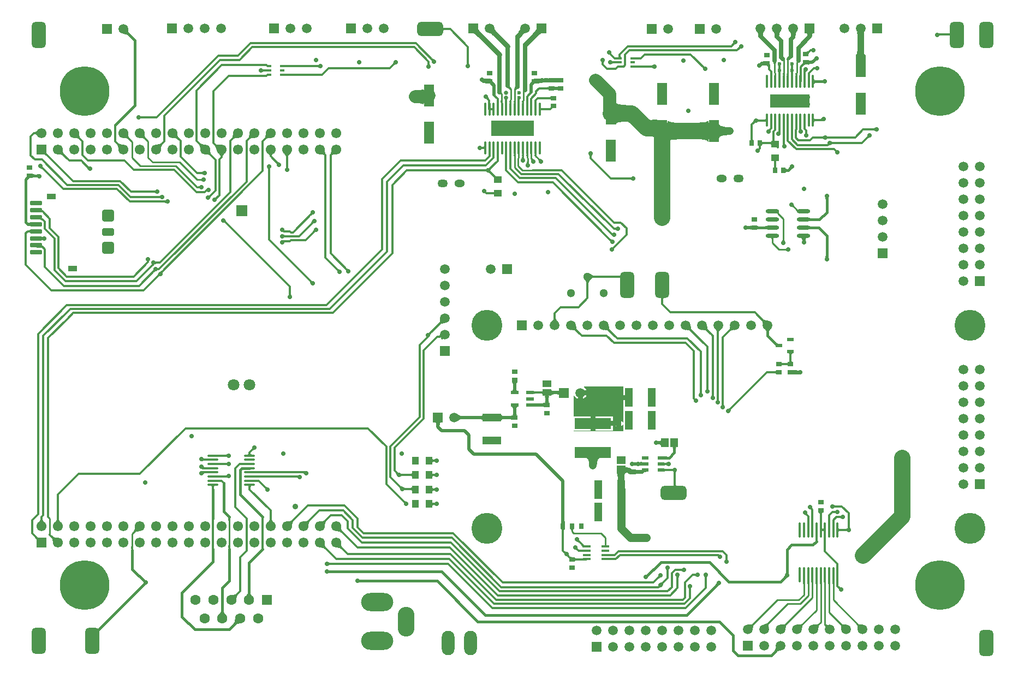
<source format=gtl>
G04*
G04 #@! TF.GenerationSoftware,Altium Limited,Altium Designer,19.0.10 (269)*
G04*
G04 Layer_Physical_Order=1*
G04 Layer_Color=255*
%FSLAX43Y43*%
%MOMM*%
G71*
G01*
G75*
%ADD13C,0.400*%
%ADD14C,0.600*%
%ADD16C,0.254*%
G04:AMPARAMS|DCode=19|XSize=4mm|YSize=2.2mm|CornerRadius=0.55mm|HoleSize=0mm|Usage=FLASHONLY|Rotation=0.000|XOffset=0mm|YOffset=0mm|HoleType=Round|Shape=RoundedRectangle|*
%AMROUNDEDRECTD19*
21,1,4.000,1.100,0,0,0.0*
21,1,2.900,2.200,0,0,0.0*
1,1,1.100,1.450,-0.550*
1,1,1.100,-1.450,-0.550*
1,1,1.100,-1.450,0.550*
1,1,1.100,1.450,0.550*
%
%ADD19ROUNDEDRECTD19*%
%ADD20R,6.690X2.400*%
%ADD21O,0.350X2.200*%
G04:AMPARAMS|DCode=22|XSize=0.38mm|YSize=1.2mm|CornerRadius=0.042mm|HoleSize=0mm|Usage=FLASHONLY|Rotation=90.000|XOffset=0mm|YOffset=0mm|HoleType=Round|Shape=RoundedRectangle|*
%AMROUNDEDRECTD22*
21,1,0.380,1.116,0,0,90.0*
21,1,0.296,1.200,0,0,90.0*
1,1,0.084,0.558,0.148*
1,1,0.084,0.558,-0.148*
1,1,0.084,-0.558,-0.148*
1,1,0.084,-0.558,0.148*
%
%ADD22ROUNDEDRECTD22*%
%ADD23O,0.350X2.400*%
G04:AMPARAMS|DCode=24|XSize=1.8mm|YSize=1.8mm|CornerRadius=0.225mm|HoleSize=0mm|Usage=FLASHONLY|Rotation=90.000|XOffset=0mm|YOffset=0mm|HoleType=Round|Shape=RoundedRectangle|*
%AMROUNDEDRECTD24*
21,1,1.800,1.350,0,0,90.0*
21,1,1.350,1.800,0,0,90.0*
1,1,0.450,0.675,0.675*
1,1,0.450,0.675,-0.675*
1,1,0.450,-0.675,-0.675*
1,1,0.450,-0.675,0.675*
%
%ADD24ROUNDEDRECTD24*%
G04:AMPARAMS|DCode=25|XSize=1.2mm|YSize=1.8mm|CornerRadius=0.15mm|HoleSize=0mm|Usage=FLASHONLY|Rotation=90.000|XOffset=0mm|YOffset=0mm|HoleType=Round|Shape=RoundedRectangle|*
%AMROUNDEDRECTD25*
21,1,1.200,1.500,0,0,90.0*
21,1,0.900,1.800,0,0,90.0*
1,1,0.300,0.750,0.450*
1,1,0.300,0.750,-0.450*
1,1,0.300,-0.750,-0.450*
1,1,0.300,-0.750,0.450*
%
%ADD25ROUNDEDRECTD25*%
G04:AMPARAMS|DCode=26|XSize=0.9mm|YSize=1.4mm|CornerRadius=0.113mm|HoleSize=0mm|Usage=FLASHONLY|Rotation=90.000|XOffset=0mm|YOffset=0mm|HoleType=Round|Shape=RoundedRectangle|*
%AMROUNDEDRECTD26*
21,1,0.900,1.175,0,0,90.0*
21,1,0.675,1.400,0,0,90.0*
1,1,0.225,0.588,0.338*
1,1,0.225,0.588,-0.338*
1,1,0.225,-0.588,-0.338*
1,1,0.225,-0.588,0.338*
%
%ADD26ROUNDEDRECTD26*%
G04:AMPARAMS|DCode=27|XSize=0.7mm|YSize=1.8mm|CornerRadius=0.088mm|HoleSize=0mm|Usage=FLASHONLY|Rotation=90.000|XOffset=0mm|YOffset=0mm|HoleType=Round|Shape=RoundedRectangle|*
%AMROUNDEDRECTD27*
21,1,0.700,1.625,0,0,90.0*
21,1,0.525,1.800,0,0,90.0*
1,1,0.175,0.813,0.263*
1,1,0.175,0.813,-0.263*
1,1,0.175,-0.813,-0.263*
1,1,0.175,-0.813,0.263*
%
%ADD27ROUNDEDRECTD27*%
%ADD28R,6.200X2.000*%
%ADD29R,1.600X3.500*%
%ADD30R,1.200X1.450*%
%ADD31R,1.350X1.100*%
%ADD32R,2.900X1.150*%
%ADD33R,5.700X1.700*%
%ADD34R,1.100X1.200*%
%ADD35R,1.100X0.600*%
%ADD36R,0.850X0.750*%
%ADD37R,1.300X0.550*%
%ADD38O,1.700X0.350*%
%ADD39O,2.050X0.600*%
%ADD40R,0.800X0.300*%
%ADD41R,0.900X0.750*%
%ADD42R,0.850X0.700*%
%ADD43R,0.900X0.800*%
%ADD44R,1.150X2.900*%
%ADD45R,0.700X0.850*%
%ADD46R,0.800X0.900*%
%ADD47R,1.350X1.150*%
G04:AMPARAMS|DCode=48|XSize=4mm|YSize=2.2mm|CornerRadius=0.55mm|HoleSize=0mm|Usage=FLASHONLY|Rotation=90.000|XOffset=0mm|YOffset=0mm|HoleType=Round|Shape=RoundedRectangle|*
%AMROUNDEDRECTD48*
21,1,4.000,1.100,0,0,90.0*
21,1,2.900,2.200,0,0,90.0*
1,1,1.100,0.550,1.450*
1,1,1.100,0.550,-1.450*
1,1,1.100,-0.550,-1.450*
1,1,1.100,-0.550,1.450*
%
%ADD48ROUNDEDRECTD48*%
%ADD49R,1.200X1.100*%
%ADD103C,0.300*%
%ADD104C,2.500*%
%ADD105C,1.200*%
%ADD106C,0.500*%
%ADD107C,0.700*%
%ADD108C,0.800*%
%ADD109C,1.000*%
%ADD110C,2.000*%
%ADD111C,1.250*%
%ADD112C,0.450*%
%ADD113C,1.500*%
%ADD114R,1.500X1.500*%
%ADD115R,1.500X1.500*%
%ADD116C,4.800*%
%ADD117R,1.800X1.800*%
%ADD118C,1.800*%
%ADD119R,1.600X1.600*%
%ADD120C,1.600*%
%ADD121O,2.000X3.800*%
G04:AMPARAMS|DCode=122|XSize=5mm|YSize=2.8mm|CornerRadius=1.4mm|HoleSize=0mm|Usage=FLASHONLY|Rotation=0.000|XOffset=0mm|YOffset=0mm|HoleType=Round|Shape=RoundedRectangle|*
%AMROUNDEDRECTD122*
21,1,5.000,0.000,0,0,0.0*
21,1,2.200,2.800,0,0,0.0*
1,1,2.800,1.100,0.000*
1,1,2.800,-1.100,0.000*
1,1,2.800,-1.100,0.000*
1,1,2.800,1.100,0.000*
%
%ADD122ROUNDEDRECTD122*%
G04:AMPARAMS|DCode=123|XSize=4.6mm|YSize=2.6mm|CornerRadius=1.3mm|HoleSize=0mm|Usage=FLASHONLY|Rotation=270.000|XOffset=0mm|YOffset=0mm|HoleType=Round|Shape=RoundedRectangle|*
%AMROUNDEDRECTD123*
21,1,4.600,0.000,0,0,270.0*
21,1,2.000,2.600,0,0,270.0*
1,1,2.600,0.000,-1.000*
1,1,2.600,0.000,1.000*
1,1,2.600,0.000,1.000*
1,1,2.600,0.000,-1.000*
%
%ADD123ROUNDEDRECTD123*%
%ADD124C,1.300*%
%ADD125O,1.600X1.200*%
G04:AMPARAMS|DCode=126|XSize=1.6mm|YSize=1.2mm|CornerRadius=0.6mm|HoleSize=0mm|Usage=FLASHONLY|Rotation=0.000|XOffset=0mm|YOffset=0mm|HoleType=Round|Shape=RoundedRectangle|*
%AMROUNDEDRECTD126*
21,1,1.600,0.000,0,0,0.0*
21,1,0.400,1.200,0,0,0.0*
1,1,1.200,0.200,0.000*
1,1,1.200,-0.200,0.000*
1,1,1.200,-0.200,0.000*
1,1,1.200,0.200,0.000*
%
%ADD126ROUNDEDRECTD126*%
%ADD127C,1.550*%
%ADD128R,1.550X1.550*%
%ADD129C,7.700*%
%ADD130C,0.700*%
%ADD131C,0.900*%
%ADD132C,1.000*%
%ADD133C,0.600*%
%ADD134C,0.650*%
G36*
X115702Y149171D02*
X115711Y149146D01*
X115726Y149124D01*
X115747Y149104D01*
X115774Y149087D01*
X115808Y149074D01*
X115847Y149064D01*
X115893Y149056D01*
X115944Y149051D01*
X116002Y149050D01*
Y148750D01*
X115944Y148749D01*
X115893Y148744D01*
X115847Y148736D01*
X115808Y148726D01*
X115774Y148712D01*
X115747Y148696D01*
X115726Y148676D01*
X115711Y148654D01*
X115702Y148628D01*
X115699Y148600D01*
Y149200D01*
X115702Y149171D01*
D02*
G37*
G36*
X131384Y148253D02*
X131322Y148298D01*
X131249Y148321D01*
X131164D01*
X131068Y148298D01*
X130960Y148253D01*
X130841Y148185D01*
X130711Y148095D01*
X130570Y147982D01*
X130253Y147687D01*
X129687Y148253D01*
X129846Y148417D01*
X130095Y148711D01*
X130185Y148841D01*
X130253Y148960D01*
X130298Y149068D01*
X130321Y149164D01*
Y149249D01*
X130298Y149322D01*
X130253Y149384D01*
X131384Y148253D01*
D02*
G37*
G36*
X181020Y148455D02*
X181016Y148438D01*
X181012Y148411D01*
X181006Y148334D01*
X181000Y148077D01*
X181000Y147991D01*
X180000D01*
X179975Y148464D01*
X181025D01*
X181020Y148455D01*
D02*
G37*
G36*
X128452Y148250D02*
X128416Y148247D01*
X128377Y148239D01*
X128336Y148224D01*
X128292Y148203D01*
X128246Y148176D01*
X128197Y148143D01*
X128146Y148104D01*
X128035Y148008D01*
X127976Y147950D01*
X127410Y148516D01*
X127468Y148575D01*
X127564Y148686D01*
X127603Y148737D01*
X127636Y148786D01*
X127663Y148832D01*
X127684Y148876D01*
X127699Y148917D01*
X127707Y148956D01*
X127710Y148992D01*
X128452Y148250D01*
D02*
G37*
G36*
X123753Y148956D02*
X123761Y148917D01*
X123776Y148876D01*
X123797Y148832D01*
X123824Y148786D01*
X123857Y148737D01*
X123896Y148686D01*
X123992Y148575D01*
X124050Y148516D01*
X123484Y147950D01*
X123425Y148008D01*
X123314Y148104D01*
X123263Y148143D01*
X123214Y148176D01*
X123168Y148203D01*
X123124Y148224D01*
X123083Y148239D01*
X123044Y148247D01*
X123007Y148250D01*
X123750Y148992D01*
X123753Y148956D01*
D02*
G37*
G36*
X170562Y148478D02*
X170532Y148436D01*
X170506Y148390D01*
X170483Y148340D01*
X170464Y148284D01*
X170448Y148224D01*
X170436Y148159D01*
X170427Y148090D01*
X170422Y148016D01*
X170420Y147937D01*
X169720D01*
X169718Y148016D01*
X169704Y148159D01*
X169692Y148224D01*
X169676Y148284D01*
X169657Y148340D01*
X169634Y148390D01*
X169608Y148436D01*
X169578Y148478D01*
X169545Y148514D01*
X170595D01*
X170562Y148478D01*
D02*
G37*
G36*
X168022D02*
X167992Y148436D01*
X167966Y148390D01*
X167943Y148340D01*
X167924Y148284D01*
X167908Y148224D01*
X167896Y148159D01*
X167887Y148090D01*
X167882Y148016D01*
X167880Y147937D01*
X167180D01*
X167178Y148016D01*
X167164Y148159D01*
X167152Y148224D01*
X167136Y148284D01*
X167117Y148340D01*
X167094Y148390D01*
X167068Y148436D01*
X167038Y148478D01*
X167005Y148514D01*
X168055D01*
X168022Y148478D01*
D02*
G37*
G36*
X165482D02*
X165452Y148436D01*
X165426Y148390D01*
X165403Y148340D01*
X165384Y148284D01*
X165368Y148224D01*
X165356Y148159D01*
X165347Y148090D01*
X165342Y148016D01*
X165340Y147937D01*
X164640D01*
X164638Y148016D01*
X164624Y148159D01*
X164612Y148224D01*
X164596Y148284D01*
X164577Y148340D01*
X164554Y148390D01*
X164528Y148436D01*
X164498Y148478D01*
X164465Y148514D01*
X165515D01*
X165482Y148478D01*
D02*
G37*
G36*
X66901Y148804D02*
X66907Y148720D01*
X66918Y148640D01*
X66933Y148565D01*
X66953Y148495D01*
X66977Y148429D01*
X67006Y148368D01*
X67040Y148311D01*
X67078Y148259D01*
X67121Y148212D01*
X66838Y147929D01*
X66791Y147972D01*
X66739Y148010D01*
X66682Y148044D01*
X66621Y148073D01*
X66555Y148097D01*
X66485Y148117D01*
X66410Y148132D01*
X66330Y148143D01*
X66246Y148149D01*
X66158Y148150D01*
X66900Y148893D01*
X66901Y148804D01*
D02*
G37*
G36*
X192634Y148313D02*
X192657Y148300D01*
X192681Y148288D01*
X192707Y148278D01*
X192735Y148270D01*
X192764Y148263D01*
X192795Y148257D01*
X192827Y148253D01*
X192897Y148250D01*
X192945Y147950D01*
X192910Y147949D01*
X192876Y147946D01*
X192844Y147940D01*
X192815Y147933D01*
X192787Y147923D01*
X192762Y147912D01*
X192739Y147898D01*
X192718Y147882D01*
X192699Y147864D01*
X192682Y147843D01*
X192612Y148328D01*
X192634Y148313D01*
D02*
G37*
G36*
X194351Y147800D02*
X194348Y147829D01*
X194339Y147854D01*
X194324Y147877D01*
X194303Y147896D01*
X194276Y147913D01*
X194242Y147926D01*
X194203Y147937D01*
X194157Y147944D01*
X194106Y147949D01*
X194048Y147950D01*
Y148250D01*
X194106Y148252D01*
X194157Y148256D01*
X194203Y148264D01*
X194242Y148274D01*
X194276Y148288D01*
X194303Y148304D01*
X194324Y148324D01*
X194339Y148346D01*
X194348Y148372D01*
X194351Y148400D01*
Y147800D01*
D02*
G37*
G36*
X173137Y148297D02*
X173100Y148280D01*
X173067Y148252D01*
X173038Y148212D01*
X173015Y148161D01*
X172995Y148099D01*
X172980Y148025D01*
X172969Y147939D01*
X172962Y147843D01*
X172960Y147735D01*
X172260D01*
X172258Y147843D01*
X172240Y148025D01*
X172225Y148099D01*
X172205Y148161D01*
X172182Y148212D01*
X172153Y148252D01*
X172120Y148280D01*
X172083Y148297D01*
X172042Y148303D01*
X173178D01*
X173137Y148297D01*
D02*
G37*
G36*
X121162Y149322D02*
X121139Y149249D01*
Y149164D01*
X121162Y149068D01*
X121207Y148960D01*
X121275Y148841D01*
X121365Y148711D01*
X121478Y148570D01*
X121773Y148253D01*
X121207Y147687D01*
X121043Y147846D01*
X120749Y148095D01*
X120619Y148185D01*
X120500Y148253D01*
X120392Y148298D01*
X120296Y148321D01*
X120211D01*
X120138Y148298D01*
X120076Y148253D01*
X121207Y149384D01*
X121162Y149322D01*
D02*
G37*
G36*
X161096Y146550D02*
X161070Y146549D01*
X161043Y146545D01*
X161017Y146539D01*
X160990Y146530D01*
X160964Y146518D01*
X160938Y146504D01*
X160912Y146487D01*
X160886Y146468D01*
X160860Y146446D01*
X160834Y146422D01*
X160622Y146634D01*
X160646Y146660D01*
X160668Y146686D01*
X160687Y146712D01*
X160704Y146738D01*
X160718Y146764D01*
X160730Y146790D01*
X160739Y146817D01*
X160745Y146843D01*
X160749Y146870D01*
X160750Y146896D01*
X161096Y146550D01*
D02*
G37*
G36*
X161997Y145900D02*
X161970Y145899D01*
X161943Y145895D01*
X161917Y145889D01*
X161891Y145880D01*
X161864Y145869D01*
X161838Y145855D01*
X161812Y145838D01*
X161786Y145818D01*
X161760Y145796D01*
X161734Y145772D01*
X161522Y145984D01*
X161546Y146010D01*
X161568Y146036D01*
X161588Y146062D01*
X161605Y146088D01*
X161619Y146114D01*
X161630Y146141D01*
X161639Y146167D01*
X161645Y146193D01*
X161649Y146220D01*
X161650Y146247D01*
X161997Y145900D01*
D02*
G37*
G36*
X172765Y145443D02*
X172689Y145365D01*
X172519Y145164D01*
X172482Y145108D01*
X172455Y145058D01*
X172438Y145013D01*
X172430Y144974D01*
X172432Y144941D01*
X172444Y144913D01*
X172108Y145419D01*
X172127Y145398D01*
X172151Y145387D01*
X172181Y145385D01*
X172216Y145393D01*
X172255Y145410D01*
X172300Y145436D01*
X172351Y145472D01*
X172406Y145516D01*
X172532Y145634D01*
X172765Y145443D01*
D02*
G37*
G36*
X181003Y145707D02*
X181027Y145387D01*
X181048Y145257D01*
X181074Y145147D01*
X181107Y145057D01*
X181146Y144987D01*
X181190Y144937D01*
X181241Y144907D01*
X181297Y144897D01*
X179703D01*
X179759Y144907D01*
X179810Y144937D01*
X179854Y144987D01*
X179893Y145057D01*
X179926Y145147D01*
X179952Y145257D01*
X179973Y145387D01*
X179988Y145537D01*
X180000Y145897D01*
X181000D01*
X181003Y145707D01*
D02*
G37*
G36*
X141846Y145235D02*
X141848Y145208D01*
X141852Y145182D01*
X141859Y145156D01*
X141869Y145130D01*
X141882Y145103D01*
X141898Y145077D01*
X141917Y145051D01*
X141939Y145025D01*
X141963Y144999D01*
X141727Y144811D01*
X141702Y144835D01*
X141650Y144877D01*
X141624Y144895D01*
X141598Y144910D01*
X141572Y144923D01*
X141546Y144934D01*
X141520Y144942D01*
X141494Y144948D01*
X141468Y144951D01*
X141848Y145261D01*
X141846Y145235D01*
D02*
G37*
G36*
X143292Y144789D02*
X143296Y144738D01*
X143303Y144692D01*
X143314Y144653D01*
X143327Y144620D01*
X143344Y144592D01*
X143363Y144571D01*
X143386Y144556D01*
X143411Y144547D01*
X143440Y144544D01*
X142840D01*
X142868Y144547D01*
X142894Y144556D01*
X142917Y144571D01*
X142936Y144592D01*
X142952Y144620D01*
X142966Y144653D01*
X142977Y144692D01*
X142984Y144738D01*
X142988Y144789D01*
X142990Y144847D01*
X143290D01*
X143292Y144789D01*
D02*
G37*
G36*
X169749Y144348D02*
X169738Y144345D01*
X169723Y144337D01*
X169705Y144325D01*
X169683Y144309D01*
X169629Y144264D01*
X169524Y144165D01*
X169482Y144123D01*
X169128Y144477D01*
X169170Y144519D01*
X169330Y144700D01*
X169342Y144718D01*
X169350Y144733D01*
X169353Y144744D01*
X169749Y144348D01*
D02*
G37*
G36*
X114110Y144354D02*
X114136Y144332D01*
X114162Y144312D01*
X114188Y144295D01*
X114214Y144281D01*
X114241Y144270D01*
X114267Y144261D01*
X114293Y144255D01*
X114320Y144251D01*
X114346Y144250D01*
X114000Y143904D01*
X113999Y143930D01*
X113995Y143957D01*
X113989Y143983D01*
X113980Y144009D01*
X113969Y144036D01*
X113955Y144062D01*
X113938Y144088D01*
X113918Y144114D01*
X113896Y144140D01*
X113872Y144166D01*
X114084Y144378D01*
X114110Y144354D01*
D02*
G37*
G36*
X140727Y143860D02*
X140711Y143838D01*
X140697Y143815D01*
X140684Y143790D01*
X140674Y143764D01*
X140665Y143735D01*
X140659Y143705D01*
X140654Y143673D01*
X140651Y143639D01*
X140650Y143603D01*
X140350D01*
X140349Y143639D01*
X140346Y143673D01*
X140341Y143705D01*
X140335Y143735D01*
X140326Y143764D01*
X140316Y143790D01*
X140303Y143815D01*
X140289Y143838D01*
X140273Y143860D01*
X140255Y143879D01*
X140745D01*
X140727Y143860D01*
D02*
G37*
G36*
X141954Y143977D02*
X141975Y143961D01*
X141998Y143947D01*
X142023Y143934D01*
X142050Y143924D01*
X142078Y143915D01*
X142109Y143909D01*
X142141Y143904D01*
X142175Y143901D01*
X142211Y143900D01*
Y143600D01*
X142175Y143599D01*
X142141Y143596D01*
X142109Y143591D01*
X142078Y143585D01*
X142050Y143576D01*
X142023Y143566D01*
X141998Y143553D01*
X141975Y143539D01*
X141954Y143523D01*
X141934Y143505D01*
Y143995D01*
X141954Y143977D01*
D02*
G37*
G36*
X119751Y143691D02*
X119754Y143657D01*
X119759Y143624D01*
X119765Y143594D01*
X119774Y143566D01*
X119784Y143539D01*
X119797Y143514D01*
X119811Y143491D01*
X119827Y143469D01*
X119845Y143450D01*
X119355D01*
X119373Y143469D01*
X119389Y143491D01*
X119403Y143514D01*
X119416Y143539D01*
X119426Y143566D01*
X119435Y143594D01*
X119441Y143624D01*
X119446Y143657D01*
X119449Y143691D01*
X119450Y143726D01*
X119750D01*
X119751Y143691D01*
D02*
G37*
G36*
X171663Y143714D02*
X171670Y143724D01*
X171680Y143742D01*
X171688Y143759D01*
X171694Y143775D01*
X171699Y143792D01*
X171702Y143808D01*
X171983Y143527D01*
X171967Y143524D01*
X171950Y143519D01*
X171934Y143513D01*
X171917Y143505D01*
X171899Y143495D01*
X171881Y143483D01*
X171863Y143470D01*
X171936Y143381D01*
X171915Y143400D01*
X171889Y143409D01*
X171858Y143410D01*
X171823Y143402D01*
X171783Y143385D01*
X171738Y143359D01*
X171689Y143324D01*
X171634Y143280D01*
X171512Y143166D01*
X171235Y143313D01*
X171313Y143393D01*
X171486Y143598D01*
X171523Y143654D01*
X171550Y143704D01*
X171567Y143748D01*
X171573Y143786D01*
X171570Y143818D01*
X171556Y143844D01*
X171663Y143714D01*
D02*
G37*
G36*
X172452Y144144D02*
X172467Y144119D01*
X172492Y144097D01*
X172527Y144078D01*
X172572Y144062D01*
X172627Y144049D01*
X172692Y144038D01*
X172767Y144031D01*
X172947Y144025D01*
Y143525D01*
X172852Y143524D01*
X172692Y143512D01*
X172627Y143501D01*
X172572Y143488D01*
X172527Y143472D01*
X172492Y143453D01*
X172467Y143431D01*
X172452Y143406D01*
X172447Y143378D01*
Y144172D01*
X172452Y144144D01*
D02*
G37*
G36*
X113651Y143590D02*
X113654Y143557D01*
X113659Y143524D01*
X113665Y143494D01*
X113674Y143466D01*
X113684Y143439D01*
X113697Y143414D01*
X113711Y143391D01*
X113727Y143369D01*
X113745Y143350D01*
X113255D01*
X113273Y143369D01*
X113289Y143391D01*
X113303Y143414D01*
X113316Y143439D01*
X113326Y143466D01*
X113335Y143494D01*
X113341Y143524D01*
X113346Y143557D01*
X113349Y143590D01*
X113350Y143626D01*
X113650D01*
X113651Y143590D01*
D02*
G37*
G36*
X108371Y143400D02*
X108345Y143399D01*
X108318Y143395D01*
X108292Y143389D01*
X108266Y143380D01*
X108239Y143369D01*
X108213Y143355D01*
X108187Y143338D01*
X108161Y143318D01*
X108135Y143296D01*
X108109Y143272D01*
X107897Y143484D01*
X107921Y143510D01*
X107943Y143536D01*
X107963Y143562D01*
X107980Y143588D01*
X107994Y143614D01*
X108005Y143641D01*
X108014Y143667D01*
X108020Y143693D01*
X108024Y143720D01*
X108025Y143747D01*
X108371Y143400D01*
D02*
G37*
G36*
X165528Y143228D02*
X165524Y143240D01*
X165510Y143250D01*
X165488Y143259D01*
X165458Y143267D01*
X165418Y143273D01*
X165370Y143279D01*
X165247Y143286D01*
X165089Y143289D01*
Y143889D01*
X165172Y143890D01*
X165313Y143901D01*
X165370Y143910D01*
X165418Y143922D01*
X165458Y143937D01*
X165488Y143954D01*
X165510Y143974D01*
X165524Y143997D01*
X165528Y144022D01*
Y143228D01*
D02*
G37*
G36*
X168124Y143281D02*
X168113Y143266D01*
X168104Y143248D01*
X168097Y143229D01*
X168090Y143208D01*
X168085Y143184D01*
X168080Y143158D01*
X168077Y143130D01*
X168075Y143068D01*
X167775D01*
X167774Y143100D01*
X167770Y143158D01*
X167765Y143184D01*
X167760Y143208D01*
X167753Y143229D01*
X167746Y143248D01*
X167737Y143266D01*
X167726Y143281D01*
X167715Y143293D01*
X168135D01*
X168124Y143281D01*
D02*
G37*
G36*
X170074Y143273D02*
X170063Y143258D01*
X170054Y143241D01*
X170047Y143221D01*
X170040Y143200D01*
X170035Y143176D01*
X170030Y143151D01*
X170027Y143123D01*
X170025Y143060D01*
X169725D01*
X169724Y143092D01*
X169720Y143151D01*
X169715Y143176D01*
X169710Y143200D01*
X169703Y143221D01*
X169696Y143241D01*
X169687Y143258D01*
X169676Y143273D01*
X169665Y143286D01*
X170085D01*
X170074Y143273D01*
D02*
G37*
G36*
X167419Y143763D02*
X167398Y143723D01*
X167380Y143672D01*
X167364Y143610D01*
X167351Y143538D01*
X167332Y143360D01*
X167322Y143140D01*
X167321Y143014D01*
X167067D01*
X167066Y143140D01*
X167037Y143538D01*
X167024Y143610D01*
X167008Y143672D01*
X166990Y143723D01*
X166969Y143763D01*
X166946Y143793D01*
X167442D01*
X167419Y143763D01*
D02*
G37*
G36*
X143127Y142953D02*
X143101Y142967D01*
X143072Y142974D01*
X143039Y142973D01*
X143002Y142963D01*
X142961Y142946D01*
X142917Y142921D01*
X142869Y142888D01*
X142817Y142847D01*
X142762Y142798D01*
X142703Y142741D01*
X142531Y142993D01*
X142571Y143034D01*
X142724Y143207D01*
X142735Y143223D01*
X142741Y143237D01*
X142743Y143247D01*
X143127Y142953D01*
D02*
G37*
G36*
X166423Y143225D02*
X166423Y143216D01*
X166425Y142928D01*
X166125D01*
X166124Y142985D01*
X166119Y143036D01*
X166111Y143081D01*
X166101Y143120D01*
X166087Y143153D01*
X166071Y143180D01*
X166051Y143201D01*
X166029Y143216D01*
X166003Y143225D01*
X165975Y143228D01*
X166422D01*
X166423Y143225D01*
D02*
G37*
G36*
X96500Y142905D02*
X96481Y142923D01*
X96459Y142939D01*
X96436Y142953D01*
X96411Y142966D01*
X96384Y142976D01*
X96356Y142985D01*
X96326Y142991D01*
X96293Y142996D01*
X96259Y142999D01*
X96224Y143000D01*
Y143300D01*
X96259Y143301D01*
X96293Y143304D01*
X96326Y143309D01*
X96356Y143315D01*
X96384Y143324D01*
X96411Y143334D01*
X96436Y143347D01*
X96459Y143361D01*
X96481Y143377D01*
X96500Y143395D01*
Y142905D01*
D02*
G37*
G36*
X148250Y142855D02*
X148231Y142873D01*
X148209Y142889D01*
X148186Y142903D01*
X148161Y142916D01*
X148134Y142926D01*
X148106Y142935D01*
X148076Y142941D01*
X148043Y142946D01*
X148010Y142949D01*
X147974Y142950D01*
Y143250D01*
X148010Y143251D01*
X148043Y143254D01*
X148076Y143259D01*
X148106Y143265D01*
X148134Y143274D01*
X148161Y143284D01*
X148186Y143297D01*
X148209Y143311D01*
X148231Y143327D01*
X148250Y143345D01*
Y142855D01*
D02*
G37*
G36*
X156160Y143204D02*
X156186Y143182D01*
X156212Y143162D01*
X156238Y143145D01*
X156264Y143131D01*
X156291Y143120D01*
X156317Y143111D01*
X156343Y143105D01*
X156370Y143101D01*
X156396Y143100D01*
X156050Y142753D01*
X156049Y142780D01*
X156045Y142807D01*
X156039Y142833D01*
X156030Y142859D01*
X156019Y142886D01*
X156005Y142912D01*
X155988Y142938D01*
X155968Y142964D01*
X155946Y142990D01*
X155922Y143016D01*
X156134Y143228D01*
X156160Y143204D01*
D02*
G37*
G36*
X170026Y142908D02*
X170030Y142849D01*
X170035Y142824D01*
X170040Y142800D01*
X170047Y142779D01*
X170054Y142759D01*
X170063Y142742D01*
X170074Y142727D01*
X170085Y142714D01*
X169665D01*
X169676Y142727D01*
X169687Y142742D01*
X169696Y142759D01*
X169703Y142779D01*
X169710Y142800D01*
X169715Y142824D01*
X169720Y142849D01*
X169723Y142877D01*
X169725Y142940D01*
X170025D01*
X170026Y142908D01*
D02*
G37*
G36*
X168076D02*
X168080Y142849D01*
X168085Y142824D01*
X168090Y142800D01*
X168097Y142779D01*
X168104Y142759D01*
X168113Y142742D01*
X168124Y142727D01*
X168135Y142714D01*
X167715D01*
X167726Y142727D01*
X167737Y142742D01*
X167746Y142759D01*
X167753Y142779D01*
X167760Y142800D01*
X167765Y142824D01*
X167770Y142849D01*
X167773Y142877D01*
X167775Y142940D01*
X168075D01*
X168076Y142908D01*
D02*
G37*
G36*
X173447Y142700D02*
X173442Y142705D01*
X173434Y142709D01*
X173423Y142713D01*
X173408Y142716D01*
X173390Y142719D01*
X173344Y142723D01*
X173285Y142725D01*
X173250Y142725D01*
Y143025D01*
X173285Y143025D01*
X173408Y143034D01*
X173423Y143037D01*
X173434Y143041D01*
X173442Y143045D01*
X173447Y143050D01*
Y142700D01*
D02*
G37*
G36*
X87769Y142727D02*
X87791Y142711D01*
X87814Y142697D01*
X87839Y142684D01*
X87866Y142674D01*
X87894Y142665D01*
X87924Y142659D01*
X87957Y142654D01*
X87991Y142651D01*
X88026Y142650D01*
Y142350D01*
X87991Y142349D01*
X87957Y142346D01*
X87924Y142341D01*
X87894Y142335D01*
X87866Y142326D01*
X87839Y142316D01*
X87814Y142303D01*
X87791Y142289D01*
X87769Y142273D01*
X87750Y142255D01*
Y142745D01*
X87769Y142727D01*
D02*
G37*
G36*
X172637Y141792D02*
X172313D01*
X172315Y141798D01*
X172317Y141810D01*
X172319Y141827D01*
X172323Y141912D01*
X172325Y142100D01*
X172625D01*
X172637Y141792D01*
D02*
G37*
G36*
X172090Y142329D02*
X172068Y142318D01*
X172048Y142303D01*
X172031Y142286D01*
X172016Y142267D01*
X172004Y142244D01*
X171993Y142219D01*
X171985Y142191D01*
X171980Y142160D01*
X171976Y142127D01*
X171975Y142101D01*
X171987Y141792D01*
X171663D01*
X171665Y141798D01*
X171667Y141811D01*
X171669Y141828D01*
X171673Y141915D01*
X171675Y142110D01*
X171931D01*
X171675Y142223D01*
X171675Y142259D01*
X171668Y142357D01*
X171664Y142386D01*
X171654Y142439D01*
X171647Y142462D01*
X171640Y142484D01*
X171632Y142503D01*
X172090Y142329D01*
D02*
G37*
G36*
X171333Y142098D02*
X171337Y141792D01*
X171013D01*
X171017Y141801D01*
X171020Y141815D01*
X171023Y141834D01*
X171028Y141890D01*
X171032Y142013D01*
X171033Y142122D01*
X171333Y142098D01*
D02*
G37*
G36*
X170652Y142050D02*
X170665Y141866D01*
X170669Y141842D01*
X170674Y141821D01*
X170680Y141805D01*
X170687Y141792D01*
X170363D01*
X170370Y141805D01*
X170376Y141821D01*
X170381Y141842D01*
X170385Y141866D01*
X170392Y141928D01*
X170397Y142005D01*
X170398Y142098D01*
X170652D01*
X170652Y142050D01*
D02*
G37*
G36*
X170074Y142273D02*
X170063Y142258D01*
X170054Y142241D01*
X170047Y142221D01*
X170040Y142200D01*
X170035Y142176D01*
X170030Y142151D01*
X170027Y142123D01*
X170026Y142085D01*
X170037Y141792D01*
X169713D01*
X169715Y141798D01*
X169717Y141811D01*
X169719Y141828D01*
X169723Y141915D01*
X169725Y142077D01*
X169724Y142092D01*
X169720Y142151D01*
X169715Y142176D01*
X169710Y142200D01*
X169703Y142221D01*
X169696Y142241D01*
X169687Y142258D01*
X169676Y142273D01*
X169665Y142286D01*
X170085D01*
X170074Y142273D01*
D02*
G37*
G36*
X169321Y142122D02*
X169322Y142077D01*
X169332Y141958D01*
X169337Y141924D01*
X169345Y141892D01*
X169353Y141863D01*
X169363Y141837D01*
X169374Y141813D01*
X169387Y141792D01*
X169063D01*
X169064Y141797D01*
X169064Y141808D01*
X169067Y142148D01*
X169321Y142122D01*
D02*
G37*
G36*
X168702Y142050D02*
X168715Y141866D01*
X168719Y141842D01*
X168724Y141821D01*
X168730Y141805D01*
X168737Y141792D01*
X168413D01*
X168420Y141805D01*
X168426Y141821D01*
X168431Y141842D01*
X168435Y141866D01*
X168442Y141928D01*
X168447Y142005D01*
X168448Y142098D01*
X168702D01*
X168702Y142050D01*
D02*
G37*
G36*
X168124Y142273D02*
X168113Y142258D01*
X168104Y142241D01*
X168097Y142221D01*
X168090Y142200D01*
X168085Y142176D01*
X168080Y142151D01*
X168077Y142123D01*
X168076Y142085D01*
X168087Y141792D01*
X167763D01*
X167765Y141798D01*
X167767Y141811D01*
X167769Y141828D01*
X167773Y141915D01*
X167775Y142077D01*
X167774Y142092D01*
X167770Y142151D01*
X167765Y142176D01*
X167760Y142200D01*
X167753Y142221D01*
X167746Y142241D01*
X167737Y142258D01*
X167726Y142273D01*
X167715Y142286D01*
X168135D01*
X168124Y142273D01*
D02*
G37*
G36*
X167402Y142050D02*
X167415Y141866D01*
X167419Y141842D01*
X167424Y141821D01*
X167430Y141805D01*
X167437Y141792D01*
X167113D01*
X167120Y141805D01*
X167126Y141821D01*
X167131Y141842D01*
X167135Y141866D01*
X167142Y141928D01*
X167147Y142005D01*
X167148Y142098D01*
X167402D01*
X167402Y142050D01*
D02*
G37*
G36*
X166767Y142065D02*
X166783Y141801D01*
X166787Y141792D01*
X166463D01*
X166464Y141796D01*
X166464Y141806D01*
X166467Y141990D01*
X166467Y142098D01*
X166767Y142122D01*
X166767Y142065D01*
D02*
G37*
G36*
X132953Y141379D02*
X132971Y141362D01*
X133001Y141348D01*
X133043Y141335D01*
X133097Y141324D01*
X133163Y141316D01*
X133242Y141310D01*
X133554Y141330D01*
X133572Y141338D01*
X133578Y141347D01*
Y140653D01*
X133572Y140662D01*
X133554Y140670D01*
X133524Y140677D01*
X133482Y140683D01*
X133362Y140692D01*
X133344Y140693D01*
X133097Y140676D01*
X133043Y140665D01*
X133001Y140652D01*
X132971Y140638D01*
X132953Y140621D01*
X132947Y140603D01*
Y141397D01*
X132953Y141379D01*
D02*
G37*
G36*
X132053Y140603D02*
X132047Y140621D01*
X132029Y140638D01*
X131999Y140652D01*
X131957Y140665D01*
X131903Y140676D01*
X131837Y140684D01*
X131669Y140696D01*
X131453Y140700D01*
Y141300D01*
X131567Y141301D01*
X131903Y141324D01*
X131957Y141335D01*
X131999Y141348D01*
X132029Y141362D01*
X132047Y141379D01*
X132053Y141397D01*
Y140603D01*
D02*
G37*
G36*
X174725Y140528D02*
X174715Y140537D01*
X174701Y140544D01*
X174684Y140551D01*
X174664Y140557D01*
X174641Y140562D01*
X174615Y140566D01*
X174553Y140571D01*
X174478Y140573D01*
Y140973D01*
X174517Y140974D01*
X174615Y140980D01*
X174641Y140984D01*
X174664Y140989D01*
X174684Y140995D01*
X174701Y141002D01*
X174715Y141010D01*
X174725Y141018D01*
Y140528D01*
D02*
G37*
G36*
X130973Y140523D02*
X130854Y140522D01*
X130503Y140498D01*
X130447Y140488D01*
X130403Y140475D01*
X130372Y140460D01*
X130353Y140444D01*
X130347Y140426D01*
Y141219D01*
X130353Y141220D01*
X130372Y141221D01*
X130973Y141223D01*
Y140523D01*
D02*
G37*
G36*
X122553Y141219D02*
Y140426D01*
X122548Y140444D01*
X122532Y140460D01*
X122506Y140475D01*
X122469Y140488D01*
X122422Y140498D01*
X122364Y140507D01*
X122217Y140519D01*
X122027Y140523D01*
Y141223D01*
X122553Y141219D01*
D02*
G37*
G36*
X173301Y141135D02*
X173313Y141101D01*
X173334Y141071D01*
X173362Y141045D01*
X173398Y141023D01*
X173442Y141005D01*
X173495Y140991D01*
X173555Y140981D01*
X173624Y140975D01*
X173700Y140973D01*
Y140573D01*
X173624Y140571D01*
X173555Y140565D01*
X173495Y140555D01*
X173442Y140541D01*
X173398Y140523D01*
X173362Y140501D01*
X173334Y140475D01*
X173313Y140445D01*
X173301Y140411D01*
X173297Y140373D01*
Y141173D01*
X173301Y141135D01*
D02*
G37*
G36*
X123445Y140774D02*
X123451Y140759D01*
X123464Y140738D01*
X123486Y140709D01*
X123552Y140633D01*
X123777Y140399D01*
X123397Y140072D01*
X123325Y140143D01*
X123017Y140419D01*
X123000Y140426D01*
X122991Y140426D01*
X123447Y140782D01*
X123445Y140774D01*
D02*
G37*
G36*
X126105Y140095D02*
X126117Y140047D01*
X126133Y140000D01*
X126153Y139953D01*
X126177Y139906D01*
X126204Y139859D01*
X126236Y139813D01*
X126272Y139766D01*
X126311Y139720D01*
X126355Y139675D01*
X126175Y139495D01*
X126130Y139539D01*
X126037Y139614D01*
X125991Y139646D01*
X125944Y139673D01*
X125897Y139697D01*
X125850Y139717D01*
X125803Y139733D01*
X125755Y139745D01*
X125707Y139753D01*
X126097Y140143D01*
X126105Y140095D01*
D02*
G37*
G36*
X127299Y139653D02*
X127250Y139645D01*
X127158Y139623D01*
X127116Y139608D01*
X127076Y139592D01*
X127038Y139574D01*
X127002Y139553D01*
X126969Y139530D01*
X126938Y139506D01*
X126909Y139479D01*
X126729Y139659D01*
X126756Y139688D01*
X126780Y139719D01*
X126803Y139752D01*
X126824Y139788D01*
X126842Y139826D01*
X126858Y139866D01*
X126873Y139908D01*
X126885Y139953D01*
X126895Y140000D01*
X126903Y140049D01*
X127299Y139653D01*
D02*
G37*
G36*
X132056Y139450D02*
X132053Y139479D01*
X132044Y139504D01*
X132029Y139527D01*
X132008Y139546D01*
X131980Y139562D01*
X131947Y139576D01*
X131908Y139587D01*
X131862Y139594D01*
X131811Y139598D01*
X131753Y139600D01*
Y139900D01*
X131811Y139902D01*
X131862Y139906D01*
X131908Y139913D01*
X131947Y139924D01*
X131980Y139938D01*
X132008Y139954D01*
X132029Y139973D01*
X132044Y139996D01*
X132053Y140021D01*
X132056Y140050D01*
Y139450D01*
D02*
G37*
G36*
X132951Y140110D02*
X132963Y140076D01*
X132983Y140047D01*
X133011Y140021D01*
X133047Y139999D01*
X133091Y139982D01*
X133143Y139968D01*
X133203Y139958D01*
X133265Y139952D01*
X133382Y139963D01*
X133434Y139974D01*
X133478Y139987D01*
X133514Y140003D01*
X133542Y140022D01*
X133562Y140044D01*
X133574Y140069D01*
X133578Y140097D01*
Y139403D01*
X133574Y139431D01*
X133562Y139456D01*
X133542Y139478D01*
X133514Y139497D01*
X133478Y139513D01*
X133434Y139526D01*
X133382Y139537D01*
X133322Y139544D01*
X133267Y139548D01*
X133203Y139542D01*
X133143Y139532D01*
X133091Y139518D01*
X133047Y139501D01*
X133011Y139479D01*
X132983Y139453D01*
X132963Y139424D01*
X132951Y139390D01*
X132947Y139353D01*
Y140147D01*
X132951Y140110D01*
D02*
G37*
G36*
X128489Y139111D02*
X128271Y139091D01*
X128091Y139271D01*
X128092Y139273D01*
X128093Y139280D01*
X128111Y139489D01*
X128489Y139111D01*
D02*
G37*
G36*
X124884Y138946D02*
X124704Y138766D01*
X124699Y138769D01*
X124690Y138772D01*
X124677Y138775D01*
X124638Y138782D01*
X124466Y138802D01*
X124848Y139184D01*
X124884Y138946D01*
D02*
G37*
G36*
X129400Y138850D02*
X129389Y138846D01*
X129372Y138836D01*
X129349Y138818D01*
X129284Y138762D01*
X129011Y138499D01*
X128799Y138711D01*
X129150Y139100D01*
X129400Y138850D01*
D02*
G37*
G36*
X123854Y138689D02*
X123864Y138672D01*
X123882Y138649D01*
X123938Y138584D01*
X124201Y138311D01*
X123989Y138099D01*
X123600Y138450D01*
X123850Y138700D01*
X123854Y138689D01*
D02*
G37*
G36*
X132456Y137925D02*
X132453Y137954D01*
X132444Y137979D01*
X132429Y138001D01*
X132408Y138021D01*
X132380Y138038D01*
X132347Y138051D01*
X132308Y138061D01*
X132262Y138069D01*
X132211Y138074D01*
X132153Y138075D01*
Y138375D01*
X132211Y138376D01*
X132262Y138381D01*
X132308Y138389D01*
X132347Y138399D01*
X132380Y138413D01*
X132408Y138429D01*
X132429Y138449D01*
X132444Y138471D01*
X132453Y138497D01*
X132456Y138525D01*
Y137925D01*
D02*
G37*
G36*
X122751Y138370D02*
X122755Y138343D01*
X122761Y138317D01*
X122770Y138291D01*
X122781Y138264D01*
X122795Y138238D01*
X122812Y138212D01*
X122832Y138186D01*
X122854Y138160D01*
X122878Y138134D01*
X122666Y137922D01*
X122640Y137946D01*
X122614Y137968D01*
X122588Y137988D01*
X122562Y138005D01*
X122536Y138019D01*
X122509Y138030D01*
X122483Y138039D01*
X122457Y138045D01*
X122430Y138049D01*
X122404Y138050D01*
X122750Y138396D01*
X122751Y138370D01*
D02*
G37*
G36*
X127691Y138069D02*
X127679Y138057D01*
X127668Y138043D01*
X127658Y138026D01*
X127649Y138007D01*
X127642Y137986D01*
X127636Y137963D01*
X127631Y137937D01*
X127628Y137909D01*
X127626Y137880D01*
X127625Y137847D01*
X127325Y137876D01*
X127324Y137909D01*
X127320Y137967D01*
X127317Y137993D01*
X127312Y138017D01*
X127306Y138039D01*
X127299Y138058D01*
X127292Y138076D01*
X127283Y138091D01*
X127273Y138104D01*
X127691Y138069D01*
D02*
G37*
G36*
X130235Y137796D02*
X130237Y137492D01*
X129913D01*
X129917Y137501D01*
X129921Y137516D01*
X129924Y137536D01*
X129929Y137591D01*
X129934Y137715D01*
X129935Y137824D01*
X130235Y137796D01*
D02*
G37*
G36*
X129587Y137492D02*
X129263D01*
X129265Y137499D01*
X129267Y137511D01*
X129269Y137528D01*
X129273Y137615D01*
X129275Y137810D01*
X129575D01*
X129587Y137492D01*
D02*
G37*
G36*
X128937D02*
X128613D01*
X128615Y137499D01*
X128617Y137511D01*
X128619Y137528D01*
X128623Y137615D01*
X128625Y137810D01*
X128925D01*
X128937Y137492D01*
D02*
G37*
G36*
X128252Y137750D02*
X128265Y137566D01*
X128269Y137542D01*
X128274Y137521D01*
X128280Y137505D01*
X128287Y137492D01*
X127963D01*
X127970Y137505D01*
X127976Y137521D01*
X127981Y137542D01*
X127985Y137566D01*
X127992Y137628D01*
X127997Y137705D01*
X127998Y137798D01*
X128252D01*
X128252Y137750D01*
D02*
G37*
G36*
X127637Y137492D02*
X127313D01*
X127315Y137499D01*
X127317Y137511D01*
X127319Y137528D01*
X127323Y137615D01*
X127325Y137810D01*
X127625D01*
X127637Y137492D01*
D02*
G37*
G36*
X126946Y137757D02*
X126956Y137601D01*
X126961Y137572D01*
X126966Y137546D01*
X126972Y137524D01*
X126979Y137506D01*
X126987Y137492D01*
X126663D01*
X126669Y137503D01*
X126673Y137518D01*
X126678Y137537D01*
X126682Y137560D01*
X126687Y137620D01*
X126692Y137741D01*
X126692Y137789D01*
X126946Y137805D01*
X126946Y137757D01*
D02*
G37*
G36*
X126302Y137750D02*
X126315Y137566D01*
X126319Y137542D01*
X126324Y137521D01*
X126330Y137505D01*
X126337Y137492D01*
X126013D01*
X126020Y137505D01*
X126026Y137521D01*
X126031Y137542D01*
X126035Y137566D01*
X126042Y137628D01*
X126047Y137705D01*
X126048Y137798D01*
X126302D01*
X126302Y137750D01*
D02*
G37*
G36*
X124367Y137765D02*
X124383Y137501D01*
X124387Y137492D01*
X124063D01*
X124064Y137496D01*
X124064Y137506D01*
X124067Y137741D01*
X124067Y137798D01*
X124367Y137822D01*
X124367Y137765D01*
D02*
G37*
G36*
X123066Y137767D02*
X123083Y137501D01*
X123087Y137492D01*
X122763D01*
X122763Y137496D01*
X122764Y137505D01*
X122765Y137796D01*
X123065Y137824D01*
X123066Y137767D01*
D02*
G37*
G36*
X125713Y138051D02*
X125699Y138033D01*
X125688Y138013D01*
X125678Y137991D01*
X125669Y137967D01*
X125662Y137941D01*
X125657Y137913D01*
X125653Y137883D01*
X125651Y137850D01*
X125650Y137823D01*
X125650Y137790D01*
X125663Y137576D01*
X125668Y137548D01*
X125674Y137524D01*
X125680Y137506D01*
X125687Y137492D01*
X125363D01*
X125360Y137491D01*
X125358Y137495D01*
X125356Y137505D01*
X125354Y137520D01*
X125352Y137566D01*
X125350Y137725D01*
X125573Y137816D01*
X125350D01*
X125349Y137850D01*
X125343Y137913D01*
X125337Y137941D01*
X125330Y137967D01*
X125322Y137991D01*
X125312Y138013D01*
X125300Y138033D01*
X125287Y138051D01*
X125272Y138068D01*
X125727D01*
X125713Y138051D01*
D02*
G37*
G36*
X124922Y137798D02*
X124928Y137716D01*
X124933Y137681D01*
X124940Y137649D01*
X124949Y137621D01*
X124959Y137598D01*
X124971Y137578D01*
X124984Y137561D01*
X124999Y137549D01*
X124713Y137492D01*
X124704Y137483D01*
X124696Y137484D01*
X124689Y137494D01*
X124683Y137513D01*
X124678Y137542D01*
X124674Y137581D01*
X124669Y137687D01*
X124667Y137832D01*
X124921Y137845D01*
X124922Y137798D01*
D02*
G37*
G36*
X112756Y137122D02*
X112743Y137180D01*
X112704Y137231D01*
X112639Y137277D01*
X112547Y137316D01*
X112430Y137349D01*
X112286Y137377D01*
X112116Y137398D01*
X111698Y137422D01*
X111450Y137425D01*
Y139425D01*
X111698Y139428D01*
X112286Y139473D01*
X112430Y139501D01*
X112547Y139534D01*
X112639Y139574D01*
X112704Y139619D01*
X112743Y139670D01*
X112756Y139728D01*
Y137122D01*
D02*
G37*
G36*
X123403Y136200D02*
X123400Y136229D01*
X123391Y136254D01*
X123375Y136277D01*
X123354Y136296D01*
X123327Y136312D01*
X123294Y136326D01*
X123254Y136337D01*
X123250Y136337D01*
X123246Y136337D01*
X123206Y136326D01*
X123173Y136312D01*
X123146Y136296D01*
X123125Y136277D01*
X123109Y136254D01*
X123100Y136229D01*
X123097Y136200D01*
Y136800D01*
X123100Y136771D01*
X123109Y136746D01*
X123125Y136723D01*
X123146Y136704D01*
X123173Y136688D01*
X123206Y136674D01*
X123246Y136663D01*
X123250Y136663D01*
X123254Y136663D01*
X123294Y136674D01*
X123327Y136688D01*
X123354Y136704D01*
X123375Y136723D01*
X123391Y136746D01*
X123400Y136771D01*
X123403Y136800D01*
Y136200D01*
D02*
G37*
G36*
X130900Y136771D02*
X130909Y136746D01*
X130925Y136723D01*
X130946Y136704D01*
X130973Y136688D01*
X131006Y136674D01*
X131046Y136663D01*
X131091Y136656D01*
X131143Y136652D01*
X131200Y136650D01*
Y136350D01*
X131143Y136348D01*
X131091Y136344D01*
X131046Y136337D01*
X131006Y136326D01*
X130973Y136312D01*
X130946Y136296D01*
X130925Y136277D01*
X130909Y136254D01*
X130900Y136229D01*
X130897Y136200D01*
Y136800D01*
X130900Y136771D01*
D02*
G37*
G36*
X68799Y135436D02*
X68818Y135418D01*
X68839Y135402D01*
X68862Y135388D01*
X68887Y135377D01*
X68915Y135367D01*
X68944Y135360D01*
X68976Y135354D01*
X69010Y135351D01*
X69045Y135350D01*
X68997Y135050D01*
X68962Y135049D01*
X68895Y135043D01*
X68864Y135037D01*
X68835Y135030D01*
X68807Y135022D01*
X68781Y135012D01*
X68757Y135000D01*
X68734Y134987D01*
X68712Y134972D01*
X68782Y135457D01*
X68799Y135436D01*
D02*
G37*
G36*
X174659Y134662D02*
X174253Y134650D01*
X174200Y134950D01*
X174236Y134951D01*
X174268Y134954D01*
X174297Y134960D01*
X174322Y134967D01*
X174345Y134977D01*
X174363Y134989D01*
X174379Y135003D01*
X174391Y135019D01*
X174400Y135038D01*
X174405Y135058D01*
X174659Y134662D01*
D02*
G37*
G36*
X164519Y134977D02*
X164541Y134961D01*
X164564Y134947D01*
X164589Y134934D01*
X164616Y134924D01*
X164644Y134915D01*
X164674Y134909D01*
X164707Y134904D01*
X164740Y134901D01*
X164776Y134900D01*
Y134600D01*
X164740Y134599D01*
X164707Y134596D01*
X164674Y134591D01*
X164644Y134585D01*
X164616Y134576D01*
X164589Y134566D01*
X164564Y134553D01*
X164541Y134539D01*
X164519Y134523D01*
X164500Y134505D01*
Y134995D01*
X164519Y134977D01*
D02*
G37*
G36*
X173300Y135072D02*
X173309Y135046D01*
X173325Y135023D01*
X173346Y135004D01*
X173373Y134988D01*
X173406Y134974D01*
X173446Y134964D01*
X173491Y134956D01*
X173543Y134952D01*
X173600Y134950D01*
Y134650D01*
X173543Y134648D01*
X173491Y134644D01*
X173446Y134637D01*
X173406Y134626D01*
X173373Y134613D01*
X173346Y134596D01*
X173325Y134577D01*
X173309Y134554D01*
X173300Y134529D01*
X173297Y134500D01*
Y135100D01*
X173300Y135072D01*
D02*
G37*
G36*
X165803Y134450D02*
X165800Y134479D01*
X165791Y134504D01*
X165775Y134527D01*
X165754Y134546D01*
X165727Y134562D01*
X165694Y134576D01*
X165654Y134587D01*
X165609Y134594D01*
X165557Y134598D01*
X165500Y134600D01*
Y134900D01*
X165557Y134902D01*
X165609Y134906D01*
X165654Y134913D01*
X165694Y134924D01*
X165727Y134938D01*
X165754Y134954D01*
X165775Y134973D01*
X165791Y134996D01*
X165800Y135021D01*
X165803Y135050D01*
Y134450D01*
D02*
G37*
G36*
X164247Y134400D02*
X164220Y134399D01*
X164193Y134395D01*
X164167Y134389D01*
X164141Y134380D01*
X164114Y134369D01*
X164088Y134355D01*
X164062Y134338D01*
X164036Y134318D01*
X164010Y134296D01*
X163984Y134272D01*
X163772Y134484D01*
X163796Y134510D01*
X163818Y134536D01*
X163838Y134562D01*
X163855Y134588D01*
X163869Y134614D01*
X163880Y134641D01*
X163889Y134667D01*
X163895Y134693D01*
X163899Y134720D01*
X163900Y134747D01*
X164247Y134400D01*
D02*
G37*
G36*
X142571Y137503D02*
X142645Y137418D01*
X142768Y137344D01*
X142939Y137279D01*
X143160Y137224D01*
X143430Y137180D01*
X143749Y137145D01*
X144534Y137105D01*
X145000Y137100D01*
Y134600D01*
X144534Y134595D01*
X143430Y134520D01*
X143160Y134476D01*
X142939Y134421D01*
X142768Y134356D01*
X142645Y134282D01*
X142571Y134197D01*
X142547Y134103D01*
Y137597D01*
X142571Y137503D01*
D02*
G37*
G36*
X158556Y134186D02*
X158592Y134084D01*
X158646Y134003D01*
X158744Y133950D01*
X158882Y133891D01*
X159034Y133841D01*
X159201Y133798D01*
X159381Y133762D01*
X159577Y133735D01*
X160011Y133704D01*
X160250Y133700D01*
Y132500D01*
X160011Y132496D01*
X159577Y132465D01*
X159381Y132438D01*
X159201Y132402D01*
X159034Y132359D01*
X158882Y132309D01*
X158744Y132250D01*
X158646Y132197D01*
X158592Y132116D01*
X158556Y132014D01*
X158544Y131900D01*
Y132131D01*
X158512Y132109D01*
Y134090D01*
X158544Y134069D01*
Y134300D01*
X158556Y134186D01*
D02*
G37*
G36*
X166785Y133802D02*
X166783Y133791D01*
X166781Y133776D01*
X166777Y133700D01*
X166775Y133533D01*
X166475D01*
X166463Y133808D01*
X166787D01*
X166785Y133802D01*
D02*
G37*
G36*
X170685Y133801D02*
X170683Y133789D01*
X170681Y133772D01*
X170677Y133685D01*
X170675Y133490D01*
X170375D01*
X170363Y133808D01*
X170687D01*
X170685Y133801D01*
D02*
G37*
G36*
X169385D02*
X169383Y133789D01*
X169381Y133772D01*
X169377Y133685D01*
X169375Y133490D01*
X169075D01*
X169063Y133808D01*
X169387D01*
X169385Y133801D01*
D02*
G37*
G36*
X168735D02*
X168733Y133789D01*
X168731Y133772D01*
X168727Y133685D01*
X168725Y133490D01*
X168425D01*
X168413Y133808D01*
X168737D01*
X168735Y133801D01*
D02*
G37*
G36*
X168085D02*
X168083Y133789D01*
X168081Y133772D01*
X168077Y133685D01*
X168075Y133490D01*
X167775D01*
X167763Y133808D01*
X168087D01*
X168085Y133801D01*
D02*
G37*
G36*
X167435D02*
X167433Y133789D01*
X167431Y133772D01*
X167427Y133685D01*
X167425Y133490D01*
X167125D01*
X167113Y133808D01*
X167437D01*
X167435Y133801D01*
D02*
G37*
G36*
X171987Y133804D02*
X171986Y133795D01*
X171985Y133504D01*
X171685Y133476D01*
X171684Y133533D01*
X171667Y133799D01*
X171663Y133808D01*
X171987D01*
X171987Y133804D01*
D02*
G37*
G36*
X170029Y133793D02*
X170022Y133774D01*
X170016Y133750D01*
X170011Y133721D01*
X170002Y133649D01*
X169997Y133558D01*
X169996Y133449D01*
X169696Y133406D01*
X169713Y133808D01*
X170037D01*
X170029Y133793D01*
D02*
G37*
G36*
X171335Y133801D02*
X171333Y133789D01*
X171331Y133772D01*
X171327Y133685D01*
X171325Y133525D01*
X171326Y133501D01*
X171329Y133467D01*
X171334Y133435D01*
X171341Y133405D01*
X171350Y133377D01*
X171362Y133351D01*
X171375Y133327D01*
X171390Y133305D01*
X171407Y133285D01*
X171426Y133266D01*
X170938Y133232D01*
X170954Y133252D01*
X170969Y133275D01*
X170982Y133299D01*
X170994Y133324D01*
X171003Y133351D01*
X171011Y133380D01*
X171017Y133411D01*
X171022Y133443D01*
X171024Y133477D01*
X171025Y133499D01*
X171013Y133808D01*
X171337D01*
X171335Y133801D01*
D02*
G37*
G36*
X182700Y133105D02*
X182681Y133123D01*
X182659Y133139D01*
X182636Y133153D01*
X182611Y133166D01*
X182584Y133176D01*
X182556Y133185D01*
X182526Y133191D01*
X182493Y133196D01*
X182460Y133199D01*
X182424Y133200D01*
Y133500D01*
X182460Y133501D01*
X182493Y133504D01*
X182526Y133509D01*
X182556Y133515D01*
X182584Y133524D01*
X182611Y133534D01*
X182636Y133547D01*
X182659Y133561D01*
X182681Y133577D01*
X182700Y133595D01*
Y133105D01*
D02*
G37*
G36*
X166642Y133338D02*
X166617Y133312D01*
X166596Y133286D01*
X166578Y133260D01*
X166563Y133234D01*
X166551Y133208D01*
X166542Y133182D01*
X166537Y133156D01*
X166535Y133131D01*
X166536Y133105D01*
X166540Y133080D01*
X166127Y133342D01*
X166151Y133348D01*
X166175Y133356D01*
X166200Y133367D01*
X166225Y133379D01*
X166249Y133394D01*
X166275Y133410D01*
X166325Y133450D01*
X166351Y133472D01*
X166377Y133497D01*
X166642Y133338D01*
D02*
G37*
G36*
X168075Y133213D02*
X168082Y132809D01*
X167663Y133039D01*
X167684Y133046D01*
X167703Y133057D01*
X167720Y133071D01*
X167735Y133088D01*
X167747Y133108D01*
X167757Y133132D01*
X167765Y133159D01*
X167771Y133189D01*
X167774Y133222D01*
X167775Y133259D01*
X168075Y133213D01*
D02*
G37*
G36*
X172190Y132940D02*
X172193Y132906D01*
X172198Y132875D01*
X172206Y132845D01*
X172216Y132818D01*
X172228Y132793D01*
X172242Y132771D01*
X172258Y132750D01*
X172277Y132732D01*
X172297Y132716D01*
X171815Y132630D01*
X171829Y132652D01*
X171841Y132675D01*
X171852Y132699D01*
X171862Y132726D01*
X171870Y132753D01*
X171877Y132783D01*
X171882Y132814D01*
X171888Y132880D01*
X171889Y132916D01*
X172189Y132976D01*
X172190Y132940D01*
D02*
G37*
G36*
X52818Y132341D02*
X52775Y132398D01*
X52729Y132449D01*
X52682Y132493D01*
X52632Y132532D01*
X52580Y132565D01*
X52526Y132592D01*
X52470Y132613D01*
X52412Y132628D01*
X52352Y132637D01*
X52290Y132640D01*
Y132940D01*
X52352Y132943D01*
X52412Y132952D01*
X52470Y132967D01*
X52526Y132988D01*
X52580Y133015D01*
X52632Y133048D01*
X52682Y133087D01*
X52729Y133131D01*
X52775Y133182D01*
X52818Y133239D01*
Y132341D01*
D02*
G37*
G36*
X181896Y132077D02*
X181870Y132076D01*
X181843Y132072D01*
X181817Y132066D01*
X181791Y132057D01*
X181764Y132046D01*
X181738Y132032D01*
X181712Y132015D01*
X181686Y131996D01*
X181660Y131974D01*
X181634Y131949D01*
X181422Y132161D01*
X181446Y132187D01*
X181468Y132213D01*
X181488Y132239D01*
X181505Y132265D01*
X181519Y132292D01*
X181530Y132318D01*
X181539Y132344D01*
X181545Y132371D01*
X181549Y132397D01*
X181550Y132424D01*
X181896Y132077D01*
D02*
G37*
G36*
X148956Y131897D02*
X148940Y131969D01*
X148891Y132034D01*
X148809Y132091D01*
X148695Y132140D01*
X148548Y132182D01*
X148368Y132216D01*
X148156Y132242D01*
X147633Y132273D01*
X147323Y132277D01*
Y134777D01*
X148953Y134847D01*
X148956Y131897D01*
D02*
G37*
G36*
X175269Y132327D02*
X175290Y132311D01*
X175314Y132296D01*
X175339Y132284D01*
X175365Y132273D01*
X175394Y132265D01*
X175424Y132258D01*
X175456Y132254D01*
X175490Y132251D01*
X175526Y132250D01*
Y131950D01*
X175490Y131949D01*
X175456Y131946D01*
X175424Y131941D01*
X175394Y131935D01*
X175365Y131926D01*
X175339Y131916D01*
X175314Y131903D01*
X175290Y131889D01*
X175269Y131873D01*
X175250Y131855D01*
Y132345D01*
X175269Y132327D01*
D02*
G37*
G36*
X174750Y131855D02*
X174730Y131873D01*
X174709Y131889D01*
X174686Y131903D01*
X174661Y131916D01*
X174634Y131926D01*
X174606Y131935D01*
X174575Y131941D01*
X174543Y131946D01*
X174509Y131949D01*
X174473Y131950D01*
Y132250D01*
X174509Y132251D01*
X174543Y132254D01*
X174575Y132258D01*
X174606Y132265D01*
X174634Y132273D01*
X174661Y132284D01*
X174686Y132296D01*
X174709Y132311D01*
X174730Y132327D01*
X174750Y132345D01*
Y131855D01*
D02*
G37*
G36*
X69466Y132670D02*
X69479Y132468D01*
X69492Y132380D01*
X69508Y132298D01*
X69528Y132225D01*
X69553Y132160D01*
X69581Y132102D01*
X69613Y132052D01*
X69649Y132010D01*
X69470Y131831D01*
X69428Y131867D01*
X69378Y131899D01*
X69320Y131927D01*
X69255Y131952D01*
X69182Y131972D01*
X69101Y131988D01*
X69012Y132001D01*
X68810Y132014D01*
X68698Y132015D01*
X69465Y132782D01*
X69466Y132670D01*
D02*
G37*
G36*
X66926D02*
X66939Y132468D01*
X66952Y132380D01*
X66968Y132298D01*
X66988Y132225D01*
X67013Y132160D01*
X67041Y132102D01*
X67073Y132052D01*
X67109Y132010D01*
X66930Y131831D01*
X66888Y131867D01*
X66838Y131899D01*
X66780Y131927D01*
X66715Y131952D01*
X66642Y131972D01*
X66561Y131988D01*
X66472Y132001D01*
X66270Y132014D01*
X66158Y132015D01*
X66925Y132782D01*
X66926Y132670D01*
D02*
G37*
G36*
X89002Y132015D02*
X88896Y132014D01*
X88704Y132000D01*
X88618Y131986D01*
X88539Y131968D01*
X88467Y131947D01*
X88403Y131921D01*
X88345Y131890D01*
X88294Y131856D01*
X88250Y131817D01*
X88037Y132030D01*
X88076Y132074D01*
X88110Y132125D01*
X88141Y132183D01*
X88167Y132248D01*
X88188Y132319D01*
X88206Y132398D01*
X88220Y132484D01*
X88229Y132576D01*
X88235Y132782D01*
X89002Y132015D01*
D02*
G37*
G36*
X86462D02*
X86356Y132014D01*
X86164Y132000D01*
X86078Y131986D01*
X85999Y131968D01*
X85927Y131947D01*
X85863Y131921D01*
X85805Y131890D01*
X85754Y131856D01*
X85710Y131817D01*
X85497Y132030D01*
X85536Y132074D01*
X85570Y132125D01*
X85601Y132183D01*
X85627Y132248D01*
X85648Y132319D01*
X85666Y132398D01*
X85680Y132484D01*
X85689Y132576D01*
X85695Y132782D01*
X86462Y132015D01*
D02*
G37*
G36*
X83922D02*
X83816Y132014D01*
X83624Y132000D01*
X83538Y131986D01*
X83459Y131968D01*
X83387Y131947D01*
X83323Y131921D01*
X83265Y131890D01*
X83214Y131856D01*
X83170Y131817D01*
X82957Y132030D01*
X82996Y132074D01*
X83030Y132125D01*
X83061Y132183D01*
X83087Y132248D01*
X83108Y132319D01*
X83126Y132398D01*
X83140Y132484D01*
X83149Y132576D01*
X83155Y132782D01*
X83922Y132015D01*
D02*
G37*
G36*
X74546Y132676D02*
X74560Y132484D01*
X74574Y132398D01*
X74592Y132319D01*
X74613Y132248D01*
X74639Y132183D01*
X74670Y132125D01*
X74704Y132074D01*
X74743Y132030D01*
X74530Y131817D01*
X74486Y131856D01*
X74435Y131890D01*
X74377Y131921D01*
X74312Y131947D01*
X74241Y131968D01*
X74162Y131986D01*
X74076Y132000D01*
X73984Y132009D01*
X73778Y132015D01*
X74545Y132782D01*
X74546Y132676D01*
D02*
G37*
G36*
X59306D02*
X59320Y132484D01*
X59334Y132398D01*
X59352Y132319D01*
X59373Y132248D01*
X59399Y132183D01*
X59430Y132125D01*
X59464Y132074D01*
X59503Y132030D01*
X59290Y131817D01*
X59246Y131856D01*
X59195Y131890D01*
X59137Y131921D01*
X59072Y131947D01*
X59001Y131968D01*
X58922Y131986D01*
X58836Y132000D01*
X58744Y132009D01*
X58538Y132015D01*
X59305Y132782D01*
X59306Y132676D01*
D02*
G37*
G36*
X163777Y131914D02*
X163781Y131863D01*
X163788Y131817D01*
X163799Y131778D01*
X163812Y131745D01*
X163829Y131717D01*
X163848Y131696D01*
X163871Y131681D01*
X163896Y131672D01*
X163925Y131669D01*
X163325D01*
X163354Y131672D01*
X163379Y131681D01*
X163402Y131696D01*
X163421Y131717D01*
X163438Y131745D01*
X163451Y131778D01*
X163462Y131817D01*
X163469Y131863D01*
X163473Y131914D01*
X163475Y131972D01*
X163775D01*
X163777Y131914D01*
D02*
G37*
G36*
X167147Y131839D02*
X167152Y131788D01*
X167159Y131742D01*
X167170Y131703D01*
X167183Y131670D01*
X167200Y131642D01*
X167219Y131621D01*
X167242Y131606D01*
X167267Y131597D01*
X167296Y131594D01*
X166696D01*
X166724Y131597D01*
X166750Y131606D01*
X166772Y131621D01*
X166792Y131642D01*
X166808Y131670D01*
X166822Y131703D01*
X166832Y131742D01*
X166840Y131788D01*
X166844Y131839D01*
X166846Y131897D01*
X167146D01*
X167147Y131839D01*
D02*
G37*
G36*
X156953Y131353D02*
X156928Y131447D01*
X156853Y131532D01*
X156728Y131607D01*
X156553Y131671D01*
X156328Y131726D01*
X156053Y131770D01*
X155728Y131805D01*
X154928Y131845D01*
X154453Y131850D01*
Y134350D01*
X154928Y134355D01*
X156053Y134430D01*
X156328Y134474D01*
X156553Y134529D01*
X156728Y134594D01*
X156853Y134668D01*
X156928Y134753D01*
X156953Y134847D01*
Y131353D01*
D02*
G37*
G36*
X150572Y134753D02*
X150647Y134668D01*
X150772Y134594D01*
X150947Y134529D01*
X151172Y134474D01*
X151447Y134430D01*
X151772Y134395D01*
X152572Y134355D01*
X153047Y134350D01*
Y131850D01*
X152572Y131845D01*
X151447Y131770D01*
X151172Y131726D01*
X150947Y131671D01*
X150772Y131606D01*
X150647Y131532D01*
X150572Y131447D01*
X150547Y131353D01*
Y134847D01*
X150572Y134753D01*
D02*
G37*
G36*
X176019Y131477D02*
X176041Y131461D01*
X176064Y131447D01*
X176089Y131434D01*
X176116Y131424D01*
X176144Y131415D01*
X176174Y131409D01*
X176207Y131404D01*
X176240Y131401D01*
X176276Y131400D01*
Y131100D01*
X176240Y131099D01*
X176207Y131096D01*
X176174Y131091D01*
X176144Y131085D01*
X176116Y131076D01*
X176089Y131066D01*
X176064Y131053D01*
X176041Y131039D01*
X176019Y131023D01*
X176000Y131005D01*
Y131495D01*
X176019Y131477D01*
D02*
G37*
G36*
X166656Y130950D02*
X166653Y130979D01*
X166644Y131004D01*
X166629Y131027D01*
X166608Y131046D01*
X166580Y131062D01*
X166547Y131076D01*
X166508Y131087D01*
X166462Y131094D01*
X166411Y131098D01*
X166353Y131100D01*
Y131400D01*
X166411Y131402D01*
X166462Y131406D01*
X166508Y131413D01*
X166547Y131424D01*
X166580Y131438D01*
X166608Y131454D01*
X166629Y131473D01*
X166644Y131496D01*
X166653Y131521D01*
X166656Y131550D01*
Y130950D01*
D02*
G37*
G36*
X165225Y131521D02*
X165234Y131496D01*
X165249Y131473D01*
X165270Y131454D01*
X165297Y131438D01*
X165330Y131424D01*
X165369Y131413D01*
X165414Y131406D01*
X165465Y131402D01*
X165522Y131400D01*
Y131100D01*
X165465Y131098D01*
X165414Y131094D01*
X165369Y131087D01*
X165330Y131076D01*
X165297Y131062D01*
X165270Y131046D01*
X165249Y131027D01*
X165234Y131004D01*
X165225Y130979D01*
X165222Y130950D01*
Y131550D01*
X165225Y131521D01*
D02*
G37*
G36*
X175660Y130912D02*
X175653Y130912D01*
X175645Y130909D01*
X175634Y130904D01*
X175621Y130896D01*
X175606Y130885D01*
X175571Y130855D01*
X175527Y130814D01*
X175502Y130790D01*
X175290Y131002D01*
X175314Y131027D01*
X175396Y131121D01*
X175404Y131134D01*
X175409Y131145D01*
X175412Y131153D01*
X175412Y131160D01*
X175660Y130912D01*
D02*
G37*
G36*
X168726Y131223D02*
X168730Y131189D01*
X168735Y131158D01*
X168743Y131130D01*
X168754Y131105D01*
X168766Y131083D01*
X168781Y131063D01*
X168798Y131046D01*
X168818Y131032D01*
X168840Y131021D01*
X168382Y130846D01*
X168390Y130866D01*
X168397Y130887D01*
X168404Y130911D01*
X168414Y130963D01*
X168418Y130992D01*
X168425Y131090D01*
X168425Y131127D01*
X168725Y131259D01*
X168726Y131223D01*
D02*
G37*
G36*
X122103Y130200D02*
X122100Y130229D01*
X122091Y130254D01*
X122075Y130277D01*
X122054Y130296D01*
X122027Y130312D01*
X121994Y130326D01*
X121954Y130337D01*
X121909Y130344D01*
X121870Y130347D01*
X121857Y130346D01*
X121824Y130341D01*
X121794Y130335D01*
X121766Y130326D01*
X121739Y130316D01*
X121714Y130303D01*
X121691Y130289D01*
X121669Y130273D01*
X121650Y130255D01*
Y130745D01*
X121669Y130727D01*
X121691Y130711D01*
X121714Y130697D01*
X121739Y130684D01*
X121766Y130674D01*
X121794Y130665D01*
X121824Y130659D01*
X121857Y130654D01*
X121870Y130653D01*
X121909Y130656D01*
X121954Y130663D01*
X121994Y130674D01*
X122027Y130688D01*
X122054Y130704D01*
X122075Y130723D01*
X122091Y130746D01*
X122100Y130771D01*
X122103Y130800D01*
Y130200D01*
D02*
G37*
G36*
X165146Y130828D02*
X165121Y130819D01*
X165098Y130804D01*
X165079Y130783D01*
X165062Y130755D01*
X165049Y130722D01*
X165038Y130683D01*
X165031Y130637D01*
X165027Y130586D01*
X165025Y130528D01*
X164766D01*
X164978Y130316D01*
X164951Y130288D01*
X164907Y130237D01*
X164889Y130213D01*
X164874Y130191D01*
X164863Y130170D01*
X164854Y130150D01*
X164848Y130132D01*
X164846Y130115D01*
X164847Y130099D01*
X164549Y130397D01*
X164565Y130396D01*
X164582Y130398D01*
X164600Y130404D01*
X164620Y130413D01*
X164641Y130424D01*
X164663Y130439D01*
X164687Y130457D01*
X164738Y130501D01*
X164766Y130528D01*
X164725D01*
X164723Y130586D01*
X164719Y130637D01*
X164712Y130683D01*
X164701Y130722D01*
X164688Y130755D01*
X164671Y130783D01*
X164652Y130804D01*
X164629Y130819D01*
X164604Y130828D01*
X164575Y130831D01*
X165175D01*
X165146Y130828D01*
D02*
G37*
G36*
X78134Y131184D02*
X78185Y131150D01*
X78243Y131119D01*
X78308Y131093D01*
X78379Y131072D01*
X78458Y131054D01*
X78544Y131040D01*
X78636Y131031D01*
X78842Y131025D01*
X78075Y130258D01*
X78074Y130364D01*
X78060Y130556D01*
X78046Y130642D01*
X78028Y130721D01*
X78007Y130792D01*
X77981Y130857D01*
X77950Y130915D01*
X77916Y130966D01*
X77877Y131010D01*
X78090Y131223D01*
X78134Y131184D01*
D02*
G37*
G36*
X72203Y131010D02*
X72164Y130966D01*
X72130Y130915D01*
X72099Y130857D01*
X72073Y130792D01*
X72052Y130721D01*
X72034Y130642D01*
X72020Y130556D01*
X72011Y130464D01*
X72005Y130258D01*
X71238Y131025D01*
X71344Y131026D01*
X71536Y131040D01*
X71622Y131054D01*
X71701Y131072D01*
X71772Y131093D01*
X71837Y131119D01*
X71895Y131150D01*
X71946Y131184D01*
X71990Y131223D01*
X72203Y131010D01*
D02*
G37*
G36*
X65434Y131184D02*
X65485Y131150D01*
X65543Y131119D01*
X65607Y131093D01*
X65679Y131072D01*
X65758Y131054D01*
X65844Y131040D01*
X65936Y131031D01*
X66142Y131025D01*
X65375Y130258D01*
X65374Y130364D01*
X65360Y130556D01*
X65346Y130642D01*
X65328Y130721D01*
X65307Y130792D01*
X65281Y130857D01*
X65250Y130915D01*
X65216Y130966D01*
X65177Y131010D01*
X65390Y131223D01*
X65434Y131184D01*
D02*
G37*
G36*
X80530Y131053D02*
X80583Y131018D01*
X80641Y130991D01*
X80704Y130971D01*
X80772Y130958D01*
X80845Y130951D01*
X80923Y130953D01*
X81006Y130961D01*
X81095Y130976D01*
X81188Y130998D01*
X80638Y130063D01*
X80608Y130179D01*
X80485Y130555D01*
X80454Y130626D01*
X80423Y130690D01*
X80391Y130744D01*
X80359Y130789D01*
X80327Y130826D01*
X80483Y131094D01*
X80530Y131053D01*
D02*
G37*
G36*
X176660Y130254D02*
X176686Y130232D01*
X176712Y130212D01*
X176738Y130195D01*
X176764Y130181D01*
X176791Y130170D01*
X176817Y130161D01*
X176843Y130155D01*
X176870Y130151D01*
X176896Y130150D01*
X176550Y129803D01*
X176549Y129830D01*
X176545Y129857D01*
X176539Y129883D01*
X176530Y129909D01*
X176519Y129936D01*
X176505Y129962D01*
X176488Y129988D01*
X176468Y130014D01*
X176446Y130040D01*
X176422Y130066D01*
X176634Y130278D01*
X176660Y130254D01*
D02*
G37*
G36*
X99147Y129475D02*
X99045Y129476D01*
X98860Y129464D01*
X98777Y129451D01*
X98701Y129434D01*
X98630Y129412D01*
X98566Y129385D01*
X98507Y129354D01*
X98455Y129318D01*
X98410Y129277D01*
X98197Y129490D01*
X98238Y129535D01*
X98274Y129587D01*
X98305Y129646D01*
X98332Y129710D01*
X98354Y129781D01*
X98371Y129857D01*
X98384Y129941D01*
X98392Y130030D01*
X98396Y130125D01*
X98395Y130227D01*
X99147Y129475D01*
D02*
G37*
G36*
X97404Y130125D02*
X97416Y129941D01*
X97429Y129857D01*
X97446Y129781D01*
X97468Y129710D01*
X97495Y129646D01*
X97526Y129587D01*
X97562Y129535D01*
X97603Y129490D01*
X97390Y129277D01*
X97345Y129318D01*
X97293Y129354D01*
X97234Y129385D01*
X97170Y129412D01*
X97099Y129434D01*
X97022Y129451D01*
X96939Y129464D01*
X96850Y129472D01*
X96755Y129476D01*
X96653Y129475D01*
X97405Y130227D01*
X97404Y130125D01*
D02*
G37*
G36*
X79626Y130136D02*
X79640Y129944D01*
X79654Y129858D01*
X79672Y129779D01*
X79693Y129708D01*
X79719Y129643D01*
X79750Y129585D01*
X79784Y129534D01*
X79823Y129490D01*
X79610Y129277D01*
X79566Y129316D01*
X79515Y129350D01*
X79457Y129381D01*
X79393Y129407D01*
X79321Y129428D01*
X79242Y129446D01*
X79156Y129460D01*
X79064Y129469D01*
X78858Y129475D01*
X79625Y130242D01*
X79626Y130136D01*
D02*
G37*
G36*
X56766D02*
X56780Y129944D01*
X56794Y129858D01*
X56812Y129779D01*
X56833Y129708D01*
X56859Y129643D01*
X56890Y129585D01*
X56924Y129534D01*
X56963Y129490D01*
X56750Y129277D01*
X56706Y129316D01*
X56655Y129350D01*
X56597Y129381D01*
X56533Y129407D01*
X56461Y129428D01*
X56382Y129446D01*
X56296Y129460D01*
X56204Y129469D01*
X55998Y129475D01*
X56765Y130242D01*
X56766Y130136D01*
D02*
G37*
G36*
X54205Y129879D02*
X54196Y129851D01*
Y129820D01*
X54205Y129784D01*
X54222Y129743D01*
X54247Y129699D01*
X54281Y129650D01*
X54324Y129597D01*
X54434Y129478D01*
X54222Y129266D01*
X54160Y129325D01*
X54050Y129419D01*
X54001Y129453D01*
X53957Y129478D01*
X53916Y129495D01*
X53880Y129504D01*
X53849D01*
X53821Y129495D01*
X53798Y129478D01*
X54222Y129902D01*
X54205Y129879D01*
D02*
G37*
G36*
X130217Y129486D02*
X130214Y129479D01*
X130211Y129467D01*
X130209Y129450D01*
X130205Y129403D01*
X130202Y129252D01*
X129948D01*
X129948Y129297D01*
X129936Y129479D01*
X129933Y129486D01*
X129930Y129488D01*
X130220D01*
X130217Y129486D01*
D02*
G37*
G36*
X123085Y129502D02*
X123083Y129491D01*
X123081Y129475D01*
X123077Y129397D01*
X123075Y129225D01*
X122775D01*
X122763Y129508D01*
X123087D01*
X123085Y129502D01*
D02*
G37*
G36*
X129580Y129495D02*
X129574Y129479D01*
X129569Y129458D01*
X129565Y129434D01*
X129558Y129372D01*
X129553Y129295D01*
X129552Y129202D01*
X129298D01*
X129298Y129250D01*
X129285Y129434D01*
X129281Y129458D01*
X129276Y129479D01*
X129270Y129495D01*
X129263Y129508D01*
X129587D01*
X129580Y129495D01*
D02*
G37*
G36*
X128930D02*
X128924Y129479D01*
X128919Y129458D01*
X128915Y129434D01*
X128908Y129372D01*
X128903Y129295D01*
X128902Y129202D01*
X128648D01*
X128648Y129250D01*
X128635Y129434D01*
X128631Y129458D01*
X128626Y129479D01*
X128620Y129495D01*
X128613Y129508D01*
X128937D01*
X128930Y129495D01*
D02*
G37*
G36*
X128280D02*
X128274Y129479D01*
X128269Y129458D01*
X128265Y129434D01*
X128258Y129372D01*
X128253Y129295D01*
X128252Y129202D01*
X127998D01*
X127998Y129250D01*
X127985Y129434D01*
X127981Y129458D01*
X127976Y129479D01*
X127970Y129495D01*
X127963Y129508D01*
X128287D01*
X128280Y129495D01*
D02*
G37*
G36*
X127630D02*
X127624Y129479D01*
X127619Y129458D01*
X127615Y129434D01*
X127608Y129372D01*
X127603Y129295D01*
X127602Y129202D01*
X127348D01*
X127348Y129250D01*
X127335Y129434D01*
X127331Y129458D01*
X127326Y129479D01*
X127320Y129495D01*
X127313Y129508D01*
X127637D01*
X127630Y129495D01*
D02*
G37*
G36*
X126980D02*
X126974Y129479D01*
X126969Y129458D01*
X126965Y129434D01*
X126958Y129372D01*
X126953Y129295D01*
X126952Y129202D01*
X126698D01*
X126698Y129250D01*
X126685Y129434D01*
X126681Y129458D01*
X126676Y129479D01*
X126670Y129495D01*
X126663Y129508D01*
X126987D01*
X126980Y129495D01*
D02*
G37*
G36*
X89308Y129531D02*
X89277Y129508D01*
X89249Y129481D01*
X89226Y129451D01*
X89206Y129417D01*
X89189Y129379D01*
X89176Y129337D01*
X89167Y129292D01*
X89162Y129243D01*
X89160Y129190D01*
X88860D01*
X88858Y129243D01*
X88853Y129292D01*
X88844Y129337D01*
X88831Y129379D01*
X88814Y129417D01*
X88794Y129451D01*
X88771Y129481D01*
X88743Y129508D01*
X88712Y129531D01*
X88677Y129550D01*
X89342D01*
X89308Y129531D01*
D02*
G37*
G36*
X126335Y129501D02*
X126333Y129489D01*
X126331Y129472D01*
X126327Y129385D01*
X126325Y129190D01*
X126025D01*
X126013Y129508D01*
X126337D01*
X126335Y129501D01*
D02*
G37*
G36*
X125685D02*
X125683Y129489D01*
X125681Y129472D01*
X125677Y129385D01*
X125675Y129190D01*
X125375D01*
X125363Y129508D01*
X125687D01*
X125685Y129501D01*
D02*
G37*
G36*
X124385D02*
X124383Y129489D01*
X124381Y129472D01*
X124377Y129385D01*
X124375Y129190D01*
X124075D01*
X124063Y129508D01*
X124387D01*
X124385Y129501D01*
D02*
G37*
G36*
X123735D02*
X123733Y129489D01*
X123731Y129472D01*
X123727Y129385D01*
X123725Y129190D01*
X123425D01*
X123413Y129508D01*
X123737D01*
X123735Y129501D01*
D02*
G37*
G36*
X138827Y129331D02*
X138811Y129309D01*
X138797Y129286D01*
X138784Y129261D01*
X138774Y129234D01*
X138765Y129206D01*
X138759Y129176D01*
X138754Y129143D01*
X138751Y129109D01*
X138750Y129074D01*
X138450D01*
X138449Y129109D01*
X138446Y129143D01*
X138441Y129176D01*
X138435Y129206D01*
X138426Y129234D01*
X138416Y129261D01*
X138403Y129286D01*
X138389Y129309D01*
X138373Y129331D01*
X138355Y129350D01*
X138845D01*
X138827Y129331D01*
D02*
G37*
G36*
X81825Y129599D02*
X81765Y129539D01*
X81712Y129479D01*
X81667Y129418D01*
X81628Y129356D01*
X81596Y129295D01*
X81572Y129233D01*
X81554Y129171D01*
X81544Y129108D01*
X81540Y129045D01*
X81240D01*
X81236Y129108D01*
X81226Y129171D01*
X81208Y129233D01*
X81184Y129295D01*
X81152Y129356D01*
X81113Y129418D01*
X81068Y129479D01*
X81015Y129539D01*
X80955Y129599D01*
X80888Y129659D01*
X81892D01*
X81825Y129599D01*
D02*
G37*
G36*
X92018Y129621D02*
X91892Y129474D01*
X91841Y129404D01*
X91798Y129336D01*
X91763Y129270D01*
X91735Y129206D01*
X91716Y129143D01*
X91704Y129083D01*
X91700Y129025D01*
X91400D01*
X91396Y129083D01*
X91384Y129143D01*
X91365Y129206D01*
X91337Y129270D01*
X91302Y129336D01*
X91259Y129404D01*
X91208Y129474D01*
X91149Y129547D01*
X91007Y129697D01*
X92092Y129697D01*
X92018Y129621D01*
D02*
G37*
G36*
X128253Y129080D02*
X128257Y129047D01*
X128263Y129016D01*
X128271Y128986D01*
X128281Y128956D01*
X128294Y128928D01*
X128310Y128901D01*
X128328Y128875D01*
X128348Y128851D01*
X128370Y128827D01*
X127880D01*
X127902Y128851D01*
X127922Y128875D01*
X127940Y128901D01*
X127956Y128928D01*
X127968Y128956D01*
X127979Y128986D01*
X127987Y129016D01*
X127993Y129047D01*
X127997Y129080D01*
X127998Y129113D01*
X128252D01*
X128253Y129080D01*
D02*
G37*
G36*
X129574Y128871D02*
X129648Y128806D01*
X129671Y128790D01*
X129711Y128764D01*
X129730Y128755D01*
X129747Y128748D01*
X129763Y128744D01*
X129393Y128568D01*
X129400Y128584D01*
X129405Y128601D01*
X129406Y128618D01*
X129405Y128636D01*
X129400Y128654D01*
X129393Y128672D01*
X129383Y128691D01*
X129370Y128710D01*
X129354Y128730D01*
X129335Y128750D01*
X129546Y128898D01*
X129574Y128871D01*
D02*
G37*
G36*
X130654Y128854D02*
X130680Y128833D01*
X130706Y128815D01*
X130733Y128799D01*
X130761Y128785D01*
X130790Y128774D01*
X130820Y128764D01*
X130851Y128757D01*
X130883Y128752D01*
X130916Y128750D01*
X130551Y128423D01*
X130552Y128455D01*
X130550Y128486D01*
X130545Y128517D01*
X130538Y128547D01*
X130528Y128576D01*
X130516Y128604D01*
X130501Y128631D01*
X130483Y128657D01*
X130463Y128683D01*
X130440Y128708D01*
X130630Y128877D01*
X130654Y128854D01*
D02*
G37*
G36*
X167521Y128400D02*
X167496Y128391D01*
X167473Y128376D01*
X167454Y128355D01*
X167438Y128328D01*
X167424Y128295D01*
X167413Y128256D01*
X167406Y128211D01*
X167402Y128160D01*
X167400Y128103D01*
X167100D01*
X167098Y128160D01*
X167094Y128211D01*
X167087Y128256D01*
X167076Y128295D01*
X167062Y128328D01*
X167046Y128355D01*
X167027Y128376D01*
X167004Y128391D01*
X166979Y128400D01*
X166950Y128403D01*
X167550D01*
X167521Y128400D01*
D02*
G37*
G36*
X128984Y128303D02*
X128988Y128270D01*
X128994Y128239D01*
X129002Y128208D01*
X129012Y128179D01*
X129025Y128151D01*
X129041Y128124D01*
X129059Y128098D01*
X129079Y128074D01*
X129101Y128050D01*
X128611D01*
X128633Y128074D01*
X128653Y128098D01*
X128671Y128124D01*
X128687Y128151D01*
X128699Y128179D01*
X128710Y128208D01*
X128718Y128239D01*
X128724Y128270D01*
X128728Y128303D01*
X128729Y128336D01*
X128983D01*
X128984Y128303D01*
D02*
G37*
G36*
X90060Y128354D02*
X90086Y128332D01*
X90112Y128312D01*
X90138Y128295D01*
X90164Y128281D01*
X90191Y128270D01*
X90217Y128261D01*
X90243Y128255D01*
X90270Y128251D01*
X90297Y128250D01*
X89950Y127904D01*
X89949Y127930D01*
X89945Y127957D01*
X89939Y127983D01*
X89930Y128009D01*
X89919Y128036D01*
X89905Y128062D01*
X89888Y128088D01*
X89868Y128114D01*
X89846Y128140D01*
X89822Y128166D01*
X90034Y128378D01*
X90060Y128354D01*
D02*
G37*
G36*
X167402Y127664D02*
X167406Y127613D01*
X167413Y127567D01*
X167424Y127528D01*
X167438Y127495D01*
X167454Y127467D01*
X167473Y127446D01*
X167496Y127431D01*
X167521Y127422D01*
X167550Y127419D01*
X166950D01*
X166979Y127422D01*
X167004Y127431D01*
X167027Y127446D01*
X167046Y127467D01*
X167062Y127495D01*
X167076Y127528D01*
X167087Y127567D01*
X167094Y127613D01*
X167098Y127664D01*
X167100Y127722D01*
X167400D01*
X167402Y127664D01*
D02*
G37*
G36*
X91701Y127590D02*
X91704Y127557D01*
X91709Y127524D01*
X91715Y127494D01*
X91724Y127466D01*
X91734Y127439D01*
X91747Y127414D01*
X91761Y127391D01*
X91777Y127369D01*
X91795Y127350D01*
X91305D01*
X91323Y127369D01*
X91339Y127391D01*
X91353Y127414D01*
X91366Y127439D01*
X91376Y127466D01*
X91385Y127494D01*
X91391Y127524D01*
X91396Y127557D01*
X91399Y127590D01*
X91400Y127626D01*
X91700D01*
X91701Y127590D01*
D02*
G37*
G36*
X60628Y127711D02*
X60654Y127690D01*
X60680Y127672D01*
X60706Y127657D01*
X60732Y127645D01*
X60757Y127637D01*
X60783Y127632D01*
X60808Y127631D01*
X60833Y127633D01*
X60858Y127638D01*
X60610Y127215D01*
X60604Y127239D01*
X60595Y127262D01*
X60584Y127286D01*
X60571Y127310D01*
X60556Y127335D01*
X60539Y127360D01*
X60499Y127410D01*
X60477Y127435D01*
X60452Y127461D01*
X60601Y127736D01*
X60628Y127711D01*
D02*
G37*
G36*
X53651Y127621D02*
X53655Y127595D01*
X53661Y127568D01*
X53670Y127542D01*
X53681Y127516D01*
X53695Y127490D01*
X53712Y127463D01*
X53732Y127437D01*
X53754Y127411D01*
X53778Y127385D01*
X53566Y127173D01*
X53540Y127198D01*
X53514Y127220D01*
X53488Y127239D01*
X53462Y127256D01*
X53436Y127270D01*
X53409Y127282D01*
X53383Y127291D01*
X53357Y127297D01*
X53330Y127300D01*
X53304Y127301D01*
X53650Y127648D01*
X53651Y127621D01*
D02*
G37*
G36*
X169872Y127270D02*
X169858Y127269D01*
X169843Y127265D01*
X169826Y127257D01*
X169808Y127247D01*
X169788Y127235D01*
X169767Y127219D01*
X169719Y127179D01*
X169665Y127127D01*
X169382Y127410D01*
X169409Y127438D01*
X169474Y127512D01*
X169490Y127533D01*
X169502Y127553D01*
X169512Y127571D01*
X169520Y127588D01*
X169524Y127603D01*
X169525Y127617D01*
X169872Y127270D01*
D02*
G37*
G36*
X88977Y127351D02*
X88961Y127329D01*
X88947Y127306D01*
X88934Y127281D01*
X88924Y127254D01*
X88915Y127226D01*
X88909Y127196D01*
X88904Y127163D01*
X88901Y127130D01*
X88900Y127094D01*
X88600D01*
X88599Y127130D01*
X88596Y127163D01*
X88591Y127196D01*
X88585Y127226D01*
X88576Y127254D01*
X88566Y127281D01*
X88553Y127306D01*
X88539Y127329D01*
X88523Y127351D01*
X88505Y127370D01*
X88995D01*
X88977Y127351D01*
D02*
G37*
G36*
X123228Y127266D02*
X123204Y127240D01*
X123182Y127214D01*
X123162Y127188D01*
X123145Y127162D01*
X123131Y127136D01*
X123120Y127109D01*
X123111Y127083D01*
X123105Y127057D01*
X123101Y127030D01*
X123100Y127004D01*
X122754Y127350D01*
X122780Y127351D01*
X122807Y127355D01*
X122833Y127361D01*
X122859Y127370D01*
X122886Y127381D01*
X122912Y127395D01*
X122938Y127412D01*
X122964Y127432D01*
X122990Y127454D01*
X123016Y127478D01*
X123228Y127266D01*
D02*
G37*
G36*
X122500Y126755D02*
X122481Y126773D01*
X122459Y126789D01*
X122436Y126803D01*
X122411Y126816D01*
X122384Y126826D01*
X122356Y126835D01*
X122326Y126841D01*
X122293Y126846D01*
X122259Y126849D01*
X122224Y126850D01*
Y127150D01*
X122259Y127151D01*
X122293Y127154D01*
X122326Y127159D01*
X122356Y127165D01*
X122384Y127174D01*
X122411Y127184D01*
X122436Y127197D01*
X122459Y127211D01*
X122481Y127227D01*
X122500Y127245D01*
Y126755D01*
D02*
G37*
G36*
X168873Y127348D02*
X168884Y127317D01*
X168904Y127290D01*
X168931Y127266D01*
X168965Y127246D01*
X169008Y127229D01*
X169058Y127216D01*
X169116Y127207D01*
X169182Y127202D01*
X169255Y127200D01*
Y126800D01*
X169182Y126798D01*
X169116Y126793D01*
X169058Y126784D01*
X169008Y126771D01*
X168965Y126754D01*
X168931Y126734D01*
X168904Y126710D01*
X168884Y126683D01*
X168873Y126652D01*
X168869Y126617D01*
Y127383D01*
X168873Y127348D01*
D02*
G37*
G36*
X123101Y126970D02*
X123105Y126943D01*
X123111Y126917D01*
X123120Y126891D01*
X123131Y126864D01*
X123145Y126838D01*
X123162Y126812D01*
X123182Y126786D01*
X123204Y126760D01*
X123228Y126734D01*
X123016Y126522D01*
X122990Y126546D01*
X122964Y126568D01*
X122938Y126588D01*
X122912Y126605D01*
X122886Y126619D01*
X122859Y126630D01*
X122833Y126639D01*
X122807Y126645D01*
X122780Y126649D01*
X122754Y126650D01*
X123100Y126996D01*
X123101Y126970D01*
D02*
G37*
G36*
X78480Y126355D02*
X78461Y126373D01*
X78439Y126389D01*
X78416Y126403D01*
X78391Y126416D01*
X78364Y126426D01*
X78336Y126435D01*
X78306Y126441D01*
X78273Y126446D01*
X78240Y126449D01*
X78204Y126450D01*
Y126750D01*
X78240Y126751D01*
X78273Y126754D01*
X78306Y126759D01*
X78336Y126765D01*
X78364Y126774D01*
X78391Y126784D01*
X78416Y126797D01*
X78439Y126811D01*
X78461Y126827D01*
X78480Y126845D01*
Y126355D01*
D02*
G37*
G36*
X52803Y125914D02*
X52794Y125926D01*
X52782Y125936D01*
X52766Y125945D01*
X52747Y125953D01*
X52724Y125960D01*
X52699Y125965D01*
X52670Y125970D01*
X52602Y125974D01*
X52563Y125975D01*
X52673Y126375D01*
X52713Y126375D01*
X52890Y126386D01*
X52901Y126389D01*
X52908Y126393D01*
X52803Y125914D01*
D02*
G37*
G36*
X52051Y126514D02*
X52063Y126485D01*
X52083Y126459D01*
X52111Y126437D01*
X52147Y126418D01*
X52191Y126403D01*
X52243Y126390D01*
X52303Y126382D01*
X52371Y126377D01*
X52447Y126375D01*
Y125975D01*
X52371Y125973D01*
X52303Y125968D01*
X52243Y125960D01*
X52191Y125947D01*
X52147Y125932D01*
X52111Y125913D01*
X52083Y125891D01*
X52063Y125865D01*
X52051Y125836D01*
X52047Y125803D01*
Y126547D01*
X52051Y126514D01*
D02*
G37*
G36*
X51684Y125803D02*
X51661Y125812D01*
X51630Y125811D01*
X51593Y125800D01*
X51549Y125779D01*
X51498Y125747D01*
X51440Y125705D01*
X51305Y125590D01*
X51141Y125434D01*
X50870Y125728D01*
X50942Y125802D01*
X51100Y125985D01*
X51133Y126034D01*
X51156Y126076D01*
X51170Y126113D01*
X51174Y126143D01*
X51168Y126167D01*
X51153Y126184D01*
X51684Y125803D01*
D02*
G37*
G36*
X123715Y126249D02*
X123826Y126155D01*
X123874Y126121D01*
X123919Y126095D01*
X123959Y126078D01*
X123995Y126069D01*
X124027Y126069D01*
X124054Y126077D01*
X124077Y126094D01*
X123656Y125673D01*
X123673Y125696D01*
X123681Y125723D01*
X123681Y125755D01*
X123672Y125791D01*
X123655Y125831D01*
X123629Y125876D01*
X123595Y125924D01*
X123552Y125978D01*
X123441Y126097D01*
X123653Y126309D01*
X123715Y126249D01*
D02*
G37*
G36*
X144950Y125480D02*
X144931Y125498D01*
X144909Y125514D01*
X144886Y125528D01*
X144861Y125541D01*
X144834Y125551D01*
X144806Y125560D01*
X144776Y125566D01*
X144743Y125571D01*
X144710Y125574D01*
X144674Y125575D01*
Y125875D01*
X144710Y125876D01*
X144743Y125879D01*
X144776Y125884D01*
X144806Y125890D01*
X144834Y125899D01*
X144861Y125909D01*
X144886Y125922D01*
X144909Y125936D01*
X144931Y125952D01*
X144950Y125970D01*
Y125480D01*
D02*
G37*
G36*
X78350Y125305D02*
X78326Y125327D01*
X78302Y125347D01*
X78276Y125365D01*
X78249Y125381D01*
X78221Y125394D01*
X78191Y125404D01*
X78161Y125412D01*
X78130Y125418D01*
X78097Y125422D01*
X78064Y125423D01*
Y125677D01*
X78097Y125678D01*
X78130Y125682D01*
X78161Y125688D01*
X78191Y125696D01*
X78221Y125706D01*
X78249Y125719D01*
X78276Y125735D01*
X78302Y125753D01*
X78326Y125773D01*
X78350Y125795D01*
Y125305D01*
D02*
G37*
G36*
X78050Y124155D02*
X78026Y124177D01*
X78002Y124197D01*
X77976Y124215D01*
X77949Y124231D01*
X77921Y124243D01*
X77892Y124254D01*
X77861Y124262D01*
X77830Y124268D01*
X77797Y124272D01*
X77764Y124273D01*
Y124527D01*
X77797Y124528D01*
X77830Y124532D01*
X77861Y124538D01*
X77892Y124546D01*
X77921Y124557D01*
X77949Y124569D01*
X77976Y124585D01*
X78002Y124603D01*
X78026Y124623D01*
X78050Y124645D01*
Y124155D01*
D02*
G37*
G36*
X79217Y123701D02*
X79197Y123711D01*
X79177Y123718D01*
X79155Y123720D01*
X79133Y123718D01*
X79110Y123713D01*
X79086Y123703D01*
X79062Y123690D01*
X79037Y123672D01*
X79011Y123651D01*
X78984Y123626D01*
X78806Y123872D01*
X79089Y124161D01*
X79217Y123701D01*
D02*
G37*
G36*
X71150Y123455D02*
X71131Y123473D01*
X71109Y123489D01*
X71086Y123503D01*
X71061Y123516D01*
X71034Y123526D01*
X71006Y123535D01*
X70976Y123541D01*
X70943Y123546D01*
X70910Y123549D01*
X70874Y123550D01*
Y123850D01*
X70910Y123851D01*
X70943Y123854D01*
X70976Y123859D01*
X71006Y123865D01*
X71034Y123874D01*
X71061Y123884D01*
X71086Y123897D01*
X71109Y123911D01*
X71131Y123927D01*
X71150Y123945D01*
Y123455D01*
D02*
G37*
G36*
X122432Y123674D02*
X122435Y123670D01*
X122459Y123644D01*
X122546Y123556D01*
X122334Y123344D01*
X122215Y123459D01*
X122431Y123675D01*
X122432Y123674D01*
D02*
G37*
G36*
X123656Y123150D02*
X123653Y123178D01*
X123644Y123204D01*
X123629Y123227D01*
X123608Y123246D01*
X123580Y123262D01*
X123547Y123276D01*
X123508Y123286D01*
X123462Y123294D01*
X123411Y123299D01*
X123353Y123300D01*
Y123600D01*
X123411Y123602D01*
X123462Y123606D01*
X123508Y123614D01*
X123547Y123624D01*
X123580Y123637D01*
X123608Y123654D01*
X123629Y123674D01*
X123644Y123696D01*
X123653Y123721D01*
X123656Y123750D01*
Y123150D01*
D02*
G37*
G36*
X79794Y123002D02*
X79770Y122976D01*
X79727Y122925D01*
X79709Y122899D01*
X79693Y122874D01*
X79679Y122848D01*
X79667Y122823D01*
X79658Y122798D01*
X79651Y122772D01*
X79646Y122747D01*
X79360Y123145D01*
X79386Y123142D01*
X79412Y123142D01*
X79438Y123145D01*
X79464Y123151D01*
X79490Y123161D01*
X79516Y123173D01*
X79542Y123188D01*
X79569Y123207D01*
X79595Y123228D01*
X79621Y123253D01*
X79794Y123002D01*
D02*
G37*
G36*
X71950Y122655D02*
X71931Y122673D01*
X71909Y122689D01*
X71886Y122703D01*
X71861Y122716D01*
X71834Y122726D01*
X71806Y122735D01*
X71776Y122741D01*
X71743Y122746D01*
X71710Y122749D01*
X71674Y122750D01*
Y123050D01*
X71710Y123051D01*
X71743Y123054D01*
X71776Y123059D01*
X71806Y123065D01*
X71834Y123074D01*
X71861Y123084D01*
X71886Y123097D01*
X71909Y123111D01*
X71931Y123127D01*
X71950Y123145D01*
Y122655D01*
D02*
G37*
G36*
X175486Y122740D02*
X175479Y122726D01*
X175472Y122709D01*
X175466Y122689D01*
X175461Y122666D01*
X175457Y122640D01*
X175452Y122578D01*
X175450Y122503D01*
X175050D01*
X175050Y122542D01*
X175043Y122640D01*
X175039Y122666D01*
X175034Y122689D01*
X175028Y122709D01*
X175021Y122726D01*
X175014Y122740D01*
X175005Y122750D01*
X175495D01*
X175486Y122740D01*
D02*
G37*
G36*
X80778Y122666D02*
X80754Y122640D01*
X80732Y122614D01*
X80712Y122588D01*
X80695Y122562D01*
X80681Y122536D01*
X80670Y122509D01*
X80661Y122483D01*
X80655Y122457D01*
X80651Y122430D01*
X80650Y122404D01*
X80303Y122750D01*
X80330Y122751D01*
X80357Y122755D01*
X80383Y122761D01*
X80409Y122770D01*
X80436Y122781D01*
X80462Y122795D01*
X80488Y122812D01*
X80514Y122832D01*
X80540Y122854D01*
X80566Y122878D01*
X80778Y122666D01*
D02*
G37*
G36*
X72753Y121902D02*
X72733Y121920D01*
X72712Y121936D01*
X72688Y121950D01*
X72663Y121962D01*
X72637Y121973D01*
X72608Y121981D01*
X72578Y121988D01*
X72545Y121992D01*
X72511Y121995D01*
X72476Y121996D01*
X72472Y122296D01*
X72508Y122297D01*
X72542Y122300D01*
X72574Y122305D01*
X72604Y122311D01*
X72632Y122320D01*
X72659Y122331D01*
X72684Y122343D01*
X72707Y122358D01*
X72728Y122374D01*
X72747Y122392D01*
X72753Y121902D01*
D02*
G37*
G36*
X170151Y121664D02*
X170154Y121632D01*
X170160Y121601D01*
X170168Y121571D01*
X170179Y121542D01*
X170192Y121514D01*
X170208Y121487D01*
X170226Y121461D01*
X170246Y121435D01*
X170269Y121411D01*
X170089Y121231D01*
X170065Y121254D01*
X170039Y121274D01*
X170013Y121292D01*
X169986Y121308D01*
X169958Y121321D01*
X169929Y121332D01*
X169899Y121340D01*
X169868Y121346D01*
X169836Y121349D01*
X169803Y121350D01*
X170150Y121697D01*
X170151Y121664D01*
D02*
G37*
G36*
X170647Y121035D02*
X170729Y120967D01*
X170765Y120943D01*
X170797Y120927D01*
X170827Y120917D01*
X170852Y120914D01*
X170875Y120918D01*
X170894Y120929D01*
X170910Y120946D01*
X170661Y120577D01*
X170657Y120597D01*
X170649Y120619D01*
X170639Y120642D01*
X170625Y120666D01*
X170607Y120692D01*
X170587Y120720D01*
X170536Y120781D01*
X170473Y120848D01*
X170601Y121079D01*
X170647Y121035D01*
D02*
G37*
G36*
X95547Y120100D02*
X95520Y120099D01*
X95493Y120095D01*
X95467Y120089D01*
X95441Y120080D01*
X95414Y120069D01*
X95388Y120055D01*
X95362Y120038D01*
X95336Y120018D01*
X95310Y119996D01*
X95284Y119972D01*
X95072Y120184D01*
X95096Y120210D01*
X95118Y120236D01*
X95138Y120262D01*
X95155Y120288D01*
X95169Y120314D01*
X95180Y120341D01*
X95189Y120367D01*
X95195Y120393D01*
X95199Y120420D01*
X95200Y120447D01*
X95547Y120100D01*
D02*
G37*
G36*
X172568Y119633D02*
X172593Y119623D01*
X172625Y119614D01*
X172662Y119606D01*
X172706Y119600D01*
X172813Y119590D01*
X172945Y119586D01*
X173021Y119585D01*
Y119185D01*
X172945Y119184D01*
X172662Y119164D01*
X172625Y119156D01*
X172593Y119147D01*
X172568Y119137D01*
X172550Y119126D01*
Y119644D01*
X172568Y119633D01*
D02*
G37*
G36*
X82000Y119279D02*
X82008Y119254D01*
X82017Y119229D01*
X82029Y119204D01*
X82044Y119179D01*
X82060Y119153D01*
X82078Y119128D01*
X82121Y119077D01*
X82146Y119051D01*
X81980Y118792D01*
X81954Y118817D01*
X81928Y118839D01*
X81902Y118857D01*
X81876Y118872D01*
X81850Y118884D01*
X81824Y118893D01*
X81798Y118899D01*
X81772Y118901D01*
X81746Y118901D01*
X81721Y118897D01*
X81994Y119304D01*
X82000Y119279D01*
D02*
G37*
G36*
X95746Y118800D02*
X95720Y118799D01*
X95693Y118795D01*
X95667Y118789D01*
X95641Y118780D01*
X95614Y118769D01*
X95588Y118755D01*
X95562Y118738D01*
X95536Y118718D01*
X95510Y118696D01*
X95484Y118672D01*
X95272Y118884D01*
X95296Y118910D01*
X95318Y118936D01*
X95338Y118962D01*
X95355Y118988D01*
X95369Y119014D01*
X95380Y119041D01*
X95389Y119067D01*
X95395Y119093D01*
X95399Y119120D01*
X95400Y119146D01*
X95746Y118800D01*
D02*
G37*
G36*
X51727Y118347D02*
X51708Y118370D01*
X51684Y118391D01*
X51656Y118410D01*
X51624Y118426D01*
X51586Y118439D01*
X51544Y118450D01*
X51498Y118459D01*
X51446Y118465D01*
X51391Y118469D01*
X51330Y118470D01*
Y118870D01*
X51391Y118871D01*
X51498Y118881D01*
X51544Y118890D01*
X51586Y118901D01*
X51624Y118914D01*
X51656Y118930D01*
X51684Y118949D01*
X51708Y118970D01*
X51727Y118993D01*
Y118347D01*
D02*
G37*
G36*
X172568Y118363D02*
X172593Y118353D01*
X172625Y118344D01*
X172662Y118336D01*
X172706Y118330D01*
X172813Y118320D01*
X172945Y118316D01*
X173021Y118315D01*
Y117915D01*
X172945Y117914D01*
X172662Y117894D01*
X172625Y117886D01*
X172593Y117877D01*
X172568Y117867D01*
X172550Y117856D01*
Y118374D01*
X172568Y118363D01*
D02*
G37*
G36*
X165950Y117856D02*
X165932Y117867D01*
X165907Y117877D01*
X165875Y117886D01*
X165838Y117894D01*
X165794Y117900D01*
X165687Y117910D01*
X165555Y117914D01*
X165479Y117915D01*
Y118315D01*
X165555Y118316D01*
X165838Y118336D01*
X165875Y118344D01*
X165907Y118353D01*
X165932Y118363D01*
X165950Y118374D01*
Y117856D01*
D02*
G37*
G36*
X164451Y118462D02*
X164463Y118431D01*
X164483Y118404D01*
X164511Y118381D01*
X164547Y118360D01*
X164591Y118344D01*
X164643Y118331D01*
X164703Y118322D01*
X164771Y118317D01*
X164847Y118315D01*
Y117915D01*
X164771Y117913D01*
X164643Y117900D01*
X164591Y117889D01*
X164547Y117875D01*
X164511Y117857D01*
X164483Y117836D01*
X164463Y117811D01*
X164451Y117784D01*
X164447Y117753D01*
Y118497D01*
X164451Y118462D01*
D02*
G37*
G36*
X163553Y117753D02*
X163548Y117776D01*
X163533Y117797D01*
X163508Y117815D01*
X163473Y117831D01*
X163428Y117845D01*
X163373Y117855D01*
X163308Y117864D01*
X163148Y117874D01*
X163053Y117875D01*
Y118375D01*
X163148Y118376D01*
X163373Y118395D01*
X163428Y118405D01*
X163473Y118419D01*
X163508Y118435D01*
X163533Y118453D01*
X163548Y118474D01*
X163553Y118497D01*
Y117753D01*
D02*
G37*
G36*
X142600Y117705D02*
X142580Y117723D01*
X142559Y117739D01*
X142536Y117753D01*
X142511Y117766D01*
X142484Y117776D01*
X142456Y117785D01*
X142425Y117791D01*
X142393Y117796D01*
X142359Y117799D01*
X142323Y117800D01*
Y118100D01*
X142359Y118101D01*
X142393Y118104D01*
X142425Y118108D01*
X142456Y118115D01*
X142484Y118124D01*
X142511Y118134D01*
X142536Y118146D01*
X142559Y118161D01*
X142580Y118177D01*
X142600Y118195D01*
Y117705D01*
D02*
G37*
G36*
X91152Y117781D02*
X91158Y117765D01*
X91168Y117750D01*
X91181Y117738D01*
X91199Y117728D01*
X91221Y117719D01*
X91246Y117713D01*
X91276Y117708D01*
X91309Y117705D01*
X91347Y117704D01*
X91259Y117404D01*
X90854Y117454D01*
X91150Y117799D01*
X91152Y117781D01*
D02*
G37*
G36*
X95996Y117450D02*
X95970Y117449D01*
X95943Y117445D01*
X95917Y117439D01*
X95891Y117430D01*
X95864Y117419D01*
X95838Y117405D01*
X95812Y117388D01*
X95786Y117368D01*
X95760Y117346D01*
X95734Y117322D01*
X95522Y117534D01*
X95546Y117560D01*
X95568Y117586D01*
X95588Y117612D01*
X95605Y117638D01*
X95619Y117664D01*
X95630Y117691D01*
X95639Y117717D01*
X95645Y117743D01*
X95649Y117770D01*
X95650Y117797D01*
X95996Y117450D01*
D02*
G37*
G36*
X51714Y117272D02*
X51710Y117300D01*
X51701Y117325D01*
X51685Y117347D01*
X51664Y117367D01*
X51635Y117383D01*
X51601Y117396D01*
X51561Y117407D01*
X51514Y117414D01*
X51461Y117419D01*
X51401Y117420D01*
Y117720D01*
X51461Y117721D01*
X51514Y117726D01*
X51561Y117733D01*
X51601Y117744D01*
X51635Y117757D01*
X51664Y117773D01*
X51685Y117793D01*
X51701Y117815D01*
X51710Y117840D01*
X51714Y117868D01*
Y117272D01*
D02*
G37*
G36*
X141891Y117323D02*
X141917Y117301D01*
X141942Y117284D01*
X141965Y117271D01*
X141988Y117262D01*
X142009Y117256D01*
X142030Y117255D01*
X142049Y117258D01*
X142068Y117265D01*
X142085Y117276D01*
X142001Y116817D01*
X141699Y117089D01*
X141864Y117348D01*
X141891Y117323D01*
D02*
G37*
G36*
X91069Y117027D02*
X91091Y117011D01*
X91114Y116997D01*
X91139Y116984D01*
X91166Y116974D01*
X91194Y116965D01*
X91224Y116959D01*
X91257Y116954D01*
X91290Y116951D01*
X91326Y116950D01*
Y116650D01*
X91290Y116649D01*
X91257Y116646D01*
X91224Y116641D01*
X91194Y116635D01*
X91166Y116626D01*
X91139Y116616D01*
X91114Y116603D01*
X91091Y116589D01*
X91069Y116573D01*
X91050Y116555D01*
Y117045D01*
X91069Y117027D01*
D02*
G37*
G36*
X167055Y116546D02*
X167033Y116538D01*
X167014Y116525D01*
X166998Y116507D01*
X166984Y116484D01*
X166972Y116456D01*
X166963Y116423D01*
X166957Y116384D01*
X166953Y116340D01*
X166952Y116291D01*
X166698D01*
X166697Y116340D01*
X166693Y116384D01*
X166687Y116423D01*
X166678Y116456D01*
X166666Y116484D01*
X166652Y116507D01*
X166636Y116525D01*
X166617Y116538D01*
X166595Y116546D01*
X166571Y116549D01*
X167079D01*
X167055Y116546D01*
D02*
G37*
G36*
X53493Y116731D02*
X53502Y116706D01*
X53517Y116683D01*
X53538Y116664D01*
X53566Y116647D01*
X53571Y116645D01*
X53592Y116655D01*
X53615Y116669D01*
X53637Y116685D01*
X53657Y116702D01*
X53655Y116621D01*
X53687Y116616D01*
X53740Y116611D01*
X53799Y116610D01*
Y116310D01*
X53738Y116309D01*
X53685Y116304D01*
X53646Y116298D01*
X53643Y116212D01*
X53624Y116231D01*
X53603Y116247D01*
X53580Y116262D01*
X53560Y116273D01*
X53532Y116257D01*
X53510Y116237D01*
X53493Y116215D01*
X53483Y116190D01*
X53480Y116162D01*
X53482Y116299D01*
X53471Y116301D01*
X53439Y116306D01*
X53405Y116309D01*
X53369Y116310D01*
X53379Y116610D01*
X53414Y116611D01*
X53448Y116614D01*
X53481Y116618D01*
X53488Y116620D01*
X53490Y116759D01*
X53493Y116731D01*
D02*
G37*
G36*
X172152Y116544D02*
X172110Y116528D01*
X172072Y116503D01*
X172040Y116468D01*
X172012Y116423D01*
X171990Y116367D01*
X171973Y116302D01*
X171960Y116227D01*
X171952Y116141D01*
X171950Y116045D01*
X171450D01*
X171447Y116141D01*
X171440Y116227D01*
X171428Y116302D01*
X171410Y116367D01*
X171387Y116423D01*
X171360Y116468D01*
X171327Y116503D01*
X171290Y116528D01*
X171247Y116544D01*
X171200Y116549D01*
X172200D01*
X172152Y116544D01*
D02*
G37*
G36*
X168653Y116253D02*
X168657Y116220D01*
X168663Y116189D01*
X168671Y116159D01*
X168682Y116129D01*
X168694Y116101D01*
X168710Y116074D01*
X168728Y116048D01*
X168748Y116024D01*
X168770Y116000D01*
X168280D01*
X168302Y116024D01*
X168322Y116048D01*
X168340Y116074D01*
X168356Y116101D01*
X168368Y116129D01*
X168379Y116159D01*
X168387Y116189D01*
X168393Y116220D01*
X168397Y116253D01*
X168398Y116286D01*
X168652D01*
X168653Y116253D01*
D02*
G37*
G36*
X141743Y116371D02*
X141769Y116349D01*
X141795Y116331D01*
X141821Y116316D01*
X141847Y116304D01*
X141873Y116295D01*
X141899Y116290D01*
X141925Y116287D01*
X141950Y116288D01*
X141976Y116292D01*
X141707Y115883D01*
X141701Y115907D01*
X141693Y115932D01*
X141683Y115957D01*
X141670Y115982D01*
X141656Y116007D01*
X141640Y116032D01*
X141621Y116058D01*
X141578Y116109D01*
X141553Y116134D01*
X141717Y116396D01*
X141743Y116371D01*
D02*
G37*
G36*
X91347Y115896D02*
X91309Y115895D01*
X91276Y115892D01*
X91246Y115887D01*
X91221Y115881D01*
X91199Y115872D01*
X91181Y115862D01*
X91168Y115850D01*
X91158Y115835D01*
X91152Y115819D01*
X91150Y115801D01*
X90854Y116146D01*
X91259Y116196D01*
X91347Y115896D01*
D02*
G37*
G36*
X142378Y114966D02*
X142354Y114940D01*
X142332Y114914D01*
X142312Y114888D01*
X142295Y114862D01*
X142281Y114836D01*
X142270Y114809D01*
X142261Y114783D01*
X142255Y114757D01*
X142251Y114730D01*
X142250Y114703D01*
X141904Y115050D01*
X141930Y115051D01*
X141957Y115055D01*
X141983Y115061D01*
X142009Y115070D01*
X142036Y115081D01*
X142062Y115095D01*
X142088Y115112D01*
X142114Y115132D01*
X142140Y115154D01*
X142166Y115178D01*
X142378Y114966D01*
D02*
G37*
G36*
X169050Y114455D02*
X169026Y114477D01*
X169001Y114497D01*
X168975Y114515D01*
X168948Y114530D01*
X168920Y114543D01*
X168891Y114554D01*
X168861Y114562D01*
X168830Y114568D01*
X168797Y114572D01*
X168764Y114573D01*
Y114827D01*
X168797Y114828D01*
X168830Y114831D01*
X168861Y114837D01*
X168891Y114846D01*
X168920Y114856D01*
X168948Y114869D01*
X168975Y114885D01*
X169001Y114902D01*
X169026Y114922D01*
X169050Y114945D01*
Y114455D01*
D02*
G37*
G36*
X175450Y113708D02*
X175457Y113610D01*
X175461Y113584D01*
X175466Y113561D01*
X175472Y113541D01*
X175479Y113524D01*
X175486Y113510D01*
X175495Y113500D01*
X175005D01*
X175014Y113510D01*
X175021Y113524D01*
X175028Y113541D01*
X175034Y113561D01*
X175039Y113584D01*
X175043Y113610D01*
X175048Y113672D01*
X175050Y113747D01*
X175450D01*
X175450Y113708D01*
D02*
G37*
G36*
X70170Y112942D02*
X70166Y112934D01*
X70162Y112923D01*
X70159Y112908D01*
X70156Y112890D01*
X70152Y112844D01*
X70150Y112785D01*
X70150Y112750D01*
X69850D01*
X69850Y112785D01*
X69841Y112908D01*
X69838Y112923D01*
X69834Y112934D01*
X69830Y112942D01*
X69825Y112947D01*
X70175D01*
X70170Y112942D01*
D02*
G37*
G36*
X71102Y112896D02*
X71124Y112879D01*
X71147Y112865D01*
X71172Y112853D01*
X71198Y112842D01*
X71227Y112834D01*
X71257Y112827D01*
X71289Y112822D01*
X71323Y112820D01*
X71359Y112819D01*
Y112519D01*
X71323Y112518D01*
X71289Y112515D01*
X71257Y112510D01*
X71227Y112503D01*
X71198Y112495D01*
X71172Y112484D01*
X71147Y112472D01*
X71124Y112458D01*
X71102Y112442D01*
X71083Y112424D01*
Y112914D01*
X71102Y112896D01*
D02*
G37*
G36*
X70977Y112350D02*
X70964Y112343D01*
X70949Y112334D01*
X70933Y112323D01*
X70896Y112294D01*
X70852Y112256D01*
X70776Y112182D01*
X70439Y112270D01*
X70464Y112297D01*
X70486Y112323D01*
X70503Y112348D01*
X70517Y112373D01*
X70527Y112398D01*
X70533Y112422D01*
X70535Y112445D01*
X70534Y112468D01*
X70529Y112490D01*
X70520Y112512D01*
X70977Y112350D01*
D02*
G37*
G36*
X71489Y111839D02*
X71496Y111836D01*
X71507Y111833D01*
X71520Y111831D01*
X71558Y111828D01*
X71641Y111825D01*
X71675Y111825D01*
Y111525D01*
X71642Y111525D01*
X71512Y111516D01*
X71502Y111513D01*
X71495Y111510D01*
X71492Y111507D01*
X71486Y111842D01*
X71489Y111839D01*
D02*
G37*
G36*
X100813Y111807D02*
X100839Y111785D01*
X100866Y111766D01*
X100892Y111749D01*
X100918Y111735D01*
X100944Y111723D01*
X100971Y111715D01*
X100997Y111708D01*
X101023Y111705D01*
X101050Y111704D01*
X100704Y111357D01*
X100703Y111384D01*
X100699Y111410D01*
X100693Y111437D01*
X100684Y111463D01*
X100672Y111489D01*
X100658Y111515D01*
X100641Y111542D01*
X100622Y111568D01*
X100600Y111594D01*
X100575Y111620D01*
X100788Y111832D01*
X100813Y111807D01*
D02*
G37*
G36*
X99493Y111713D02*
X99545Y111671D01*
X99570Y111654D01*
X99596Y111639D01*
X99622Y111626D01*
X99648Y111616D01*
X99675Y111608D01*
X99701Y111602D01*
X99727Y111599D01*
X99352Y111284D01*
X99353Y111310D01*
X99351Y111337D01*
X99346Y111363D01*
X99339Y111389D01*
X99329Y111416D01*
X99316Y111442D01*
X99300Y111468D01*
X99281Y111494D01*
X99259Y111520D01*
X99234Y111546D01*
X99467Y111738D01*
X99493Y111713D01*
D02*
G37*
G36*
X71178Y111319D02*
X71151Y111318D01*
X71125Y111314D01*
X71098Y111308D01*
X71072Y111299D01*
X71046Y111287D01*
X71020Y111273D01*
X70993Y111256D01*
X70967Y111237D01*
X70941Y111215D01*
X70915Y111190D01*
X70703Y111403D01*
X70728Y111429D01*
X70750Y111455D01*
X70769Y111481D01*
X70786Y111507D01*
X70800Y111533D01*
X70812Y111559D01*
X70820Y111586D01*
X70827Y111612D01*
X70830Y111639D01*
X70831Y111665D01*
X71178Y111319D01*
D02*
G37*
G36*
X72325Y111263D02*
X72300Y111236D01*
X72279Y111210D01*
X72261Y111184D01*
X72247Y111159D01*
X72236Y111133D01*
X72228Y111108D01*
X72224Y111083D01*
X72223Y111058D01*
X72226Y111034D01*
X72232Y111009D01*
X71795Y111005D01*
X71790Y110567D01*
X71766Y110574D01*
X71742Y110576D01*
X71717Y110576D01*
X71692Y110572D01*
X71666Y110564D01*
X71641Y110553D01*
X71615Y110539D01*
X71589Y110521D01*
X71563Y110499D01*
X71537Y110475D01*
X71402Y110764D01*
X71427Y110790D01*
X71471Y110840D01*
X71490Y110865D01*
X71523Y110912D01*
X71537Y110936D01*
X71548Y110958D01*
X71558Y110981D01*
X71565Y111003D01*
X71795Y111005D01*
X71797Y111234D01*
X71819Y111242D01*
X71841Y111252D01*
X71864Y111263D01*
X71887Y111277D01*
X71935Y111309D01*
X71960Y111329D01*
X72010Y111373D01*
X72036Y111398D01*
X72325Y111263D01*
D02*
G37*
G36*
X143229Y110220D02*
X143227Y110248D01*
X143218Y110274D01*
X143203Y110297D01*
X143182Y110316D01*
X143155Y110332D01*
X143122Y110346D01*
X143082Y110356D01*
X143036Y110364D01*
X142984Y110368D01*
X142926Y110370D01*
Y110670D01*
X142986Y110672D01*
X143039Y110676D01*
X143087Y110683D01*
X143128Y110694D01*
X143163Y110707D01*
X143192Y110724D01*
X143214Y110743D01*
X143231Y110766D01*
X143241Y110791D01*
X143245Y110820D01*
X143229Y110220D01*
D02*
G37*
G36*
X138684Y110917D02*
X138800Y110819D01*
X138857Y110780D01*
X138913Y110746D01*
X138969Y110719D01*
X139023Y110697D01*
X139077Y110682D01*
X139130Y110673D01*
X139182Y110670D01*
Y110370D01*
X139130Y110367D01*
X139077Y110358D01*
X139023Y110343D01*
X138969Y110321D01*
X138913Y110294D01*
X138857Y110260D01*
X138800Y110221D01*
X138742Y110175D01*
X138684Y110123D01*
X138624Y110065D01*
Y110975D01*
X138684Y110917D01*
D02*
G37*
G36*
X95260Y109954D02*
X95286Y109932D01*
X95312Y109912D01*
X95338Y109895D01*
X95364Y109881D01*
X95391Y109870D01*
X95417Y109861D01*
X95443Y109855D01*
X95470Y109851D01*
X95496Y109850D01*
X95150Y109504D01*
X95149Y109530D01*
X95145Y109557D01*
X95139Y109583D01*
X95130Y109609D01*
X95119Y109636D01*
X95105Y109662D01*
X95088Y109688D01*
X95068Y109714D01*
X95046Y109740D01*
X95022Y109766D01*
X95234Y109978D01*
X95260Y109954D01*
D02*
G37*
G36*
X138557Y109996D02*
X138459Y109880D01*
X138420Y109823D01*
X138386Y109767D01*
X138359Y109711D01*
X138337Y109657D01*
X138322Y109603D01*
X138313Y109550D01*
X138310Y109498D01*
X138010D01*
X138007Y109550D01*
X137998Y109603D01*
X137983Y109657D01*
X137961Y109711D01*
X137934Y109767D01*
X137900Y109823D01*
X137861Y109880D01*
X137815Y109938D01*
X137763Y109996D01*
X137705Y110056D01*
X138615D01*
X138557Y109996D01*
D02*
G37*
G36*
X92151Y107891D02*
X92154Y107857D01*
X92159Y107824D01*
X92165Y107794D01*
X92174Y107766D01*
X92184Y107739D01*
X92197Y107714D01*
X92211Y107691D01*
X92227Y107669D01*
X92245Y107650D01*
X91755D01*
X91773Y107669D01*
X91789Y107691D01*
X91803Y107714D01*
X91816Y107739D01*
X91826Y107766D01*
X91835Y107794D01*
X91841Y107824D01*
X91846Y107857D01*
X91849Y107891D01*
X91850Y107926D01*
X92150D01*
X92151Y107891D01*
D02*
G37*
G36*
X150021Y107248D02*
X149996Y107239D01*
X149973Y107224D01*
X149954Y107203D01*
X149938Y107176D01*
X149924Y107142D01*
X149913Y107103D01*
X149906Y107057D01*
X149902Y107006D01*
X149900Y106948D01*
X149600D01*
X149598Y107006D01*
X149594Y107057D01*
X149587Y107103D01*
X149576Y107142D01*
X149562Y107176D01*
X149546Y107203D01*
X149527Y107224D01*
X149504Y107239D01*
X149479Y107248D01*
X149450Y107251D01*
X150050D01*
X150021Y107248D01*
D02*
G37*
G36*
X133234Y104128D02*
X133245Y104069D01*
X133264Y104008D01*
X133290Y103946D01*
X133324Y103882D01*
X133365Y103816D01*
X133414Y103748D01*
X133470Y103679D01*
X133605Y103536D01*
X132555D01*
X132626Y103608D01*
X132746Y103748D01*
X132795Y103816D01*
X132836Y103882D01*
X132870Y103946D01*
X132896Y104008D01*
X132915Y104069D01*
X132926Y104128D01*
X132930Y104185D01*
X133230D01*
X133234Y104128D01*
D02*
G37*
G36*
X116021Y103290D02*
X115918Y103286D01*
X115731Y103265D01*
X115648Y103250D01*
X115572Y103230D01*
X115503Y103208D01*
X115440Y103181D01*
X115384Y103151D01*
X115335Y103118D01*
X115293Y103081D01*
X115072Y103285D01*
X115111Y103328D01*
X115145Y103378D01*
X115174Y103435D01*
X115198Y103497D01*
X115219Y103566D01*
X115234Y103641D01*
X115245Y103723D01*
X115252Y103810D01*
X115254Y103904D01*
X115251Y104004D01*
X116021Y103290D01*
D02*
G37*
G36*
X165411Y103906D02*
X165461Y103872D01*
X165517Y103843D01*
X165580Y103817D01*
X165649Y103796D01*
X165725Y103778D01*
X165807Y103765D01*
X165896Y103756D01*
X166092Y103750D01*
X165350Y103007D01*
X165349Y103109D01*
X165335Y103293D01*
X165322Y103375D01*
X165304Y103451D01*
X165283Y103520D01*
X165257Y103583D01*
X165228Y103639D01*
X165194Y103689D01*
X165156Y103732D01*
X165368Y103944D01*
X165411Y103906D01*
D02*
G37*
G36*
X161012Y102250D02*
X160911Y102249D01*
X160727Y102235D01*
X160645Y102222D01*
X160569Y102204D01*
X160500Y102183D01*
X160437Y102157D01*
X160381Y102128D01*
X160331Y102094D01*
X160288Y102056D01*
X160076Y102268D01*
X160114Y102311D01*
X160148Y102361D01*
X160177Y102417D01*
X160203Y102480D01*
X160224Y102549D01*
X160242Y102625D01*
X160255Y102707D01*
X160264Y102796D01*
X160270Y102993D01*
X161012Y102250D01*
D02*
G37*
G36*
X156691Y102891D02*
X156705Y102707D01*
X156718Y102625D01*
X156736Y102549D01*
X156757Y102480D01*
X156783Y102417D01*
X156812Y102361D01*
X156846Y102311D01*
X156884Y102268D01*
X156672Y102056D01*
X156629Y102094D01*
X156579Y102128D01*
X156523Y102157D01*
X156460Y102183D01*
X156391Y102204D01*
X156315Y102222D01*
X156233Y102235D01*
X156145Y102244D01*
X155947Y102250D01*
X156690Y102993D01*
X156691Y102891D01*
D02*
G37*
G36*
X154151D02*
X154165Y102707D01*
X154178Y102625D01*
X154196Y102549D01*
X154217Y102480D01*
X154243Y102417D01*
X154272Y102361D01*
X154306Y102311D01*
X154344Y102268D01*
X154132Y102056D01*
X154089Y102094D01*
X154039Y102128D01*
X153983Y102157D01*
X153920Y102183D01*
X153851Y102204D01*
X153775Y102222D01*
X153693Y102235D01*
X153605Y102244D01*
X153408Y102250D01*
X154150Y102993D01*
X154151Y102891D01*
D02*
G37*
G36*
X141451D02*
X141465Y102707D01*
X141478Y102625D01*
X141496Y102549D01*
X141517Y102480D01*
X141543Y102417D01*
X141572Y102361D01*
X141606Y102311D01*
X141644Y102268D01*
X141432Y102056D01*
X141389Y102094D01*
X141339Y102128D01*
X141283Y102157D01*
X141220Y102183D01*
X141151Y102204D01*
X141075Y102222D01*
X140993Y102235D01*
X140904Y102244D01*
X140708Y102250D01*
X141450Y102993D01*
X141451Y102891D01*
D02*
G37*
G36*
X136371D02*
X136385Y102707D01*
X136398Y102625D01*
X136416Y102549D01*
X136437Y102480D01*
X136463Y102417D01*
X136492Y102361D01*
X136526Y102311D01*
X136564Y102268D01*
X136352Y102056D01*
X136309Y102094D01*
X136259Y102128D01*
X136203Y102157D01*
X136140Y102183D01*
X136071Y102204D01*
X135995Y102222D01*
X135913Y102235D01*
X135824Y102244D01*
X135628Y102250D01*
X136370Y102993D01*
X136371Y102891D01*
D02*
G37*
G36*
X166563Y102401D02*
X166508Y102337D01*
X166459Y102273D01*
X166417Y102210D01*
X166381Y102146D01*
X166352Y102082D01*
X166329Y102018D01*
X166313Y101955D01*
X166303Y101891D01*
X166300Y101827D01*
X165900D01*
X165897Y101891D01*
X165887Y101955D01*
X165871Y102018D01*
X165848Y102082D01*
X165819Y102146D01*
X165783Y102210D01*
X165741Y102273D01*
X165692Y102337D01*
X165637Y102401D01*
X165575Y102464D01*
X166625D01*
X166563Y102401D01*
D02*
G37*
G36*
X158904Y102382D02*
X158827Y102326D01*
X158759Y102270D01*
X158698Y102213D01*
X158646Y102155D01*
X158601Y102098D01*
X158565Y102039D01*
X158536Y101980D01*
X158516Y101921D01*
X158504Y101861D01*
X158500Y101800D01*
X158200Y101854D01*
X158197Y101906D01*
X158187Y101962D01*
X158170Y102022D01*
X158147Y102087D01*
X158118Y102156D01*
X158081Y102229D01*
X157989Y102388D01*
X157870Y102563D01*
X158904Y102382D01*
D02*
G37*
G36*
X113878Y101666D02*
X113854Y101640D01*
X113832Y101614D01*
X113812Y101588D01*
X113795Y101562D01*
X113781Y101536D01*
X113770Y101509D01*
X113761Y101483D01*
X113755Y101457D01*
X113751Y101430D01*
X113750Y101404D01*
X113404Y101750D01*
X113430Y101751D01*
X113457Y101755D01*
X113483Y101761D01*
X113509Y101770D01*
X113536Y101781D01*
X113562Y101795D01*
X113588Y101812D01*
X113614Y101832D01*
X113640Y101854D01*
X113666Y101878D01*
X113878Y101666D01*
D02*
G37*
G36*
X167385Y100351D02*
X167532Y100226D01*
X167597Y100181D01*
X167657Y100147D01*
X167710Y100124D01*
X167758Y100113D01*
X167801D01*
X167838Y100124D01*
X167869Y100147D01*
X167303Y99581D01*
X167326Y99612D01*
X167337Y99649D01*
Y99692D01*
X167326Y99740D01*
X167303Y99793D01*
X167269Y99853D01*
X167224Y99918D01*
X167167Y99989D01*
X167020Y100147D01*
X167303Y100430D01*
X167385Y100351D01*
D02*
G37*
G36*
X169921Y98603D02*
X169896Y98594D01*
X169874Y98579D01*
X169854Y98558D01*
X169837Y98530D01*
X169824Y98497D01*
X169814Y98458D01*
X169806Y98412D01*
X169801Y98361D01*
X169800Y98303D01*
X169500D01*
X169499Y98361D01*
X169494Y98412D01*
X169486Y98458D01*
X169476Y98497D01*
X169462Y98530D01*
X169446Y98558D01*
X169426Y98579D01*
X169404Y98594D01*
X169378Y98603D01*
X169350Y98606D01*
X169950D01*
X169921Y98603D01*
D02*
G37*
G36*
X169801Y97564D02*
X169806Y97513D01*
X169814Y97467D01*
X169824Y97428D01*
X169837Y97395D01*
X169854Y97367D01*
X169874Y97346D01*
X169896Y97331D01*
X169921Y97322D01*
X169950Y97319D01*
X169350D01*
X169378Y97322D01*
X169404Y97331D01*
X169426Y97346D01*
X169446Y97367D01*
X169462Y97395D01*
X169476Y97428D01*
X169486Y97467D01*
X169494Y97513D01*
X169499Y97564D01*
X169500Y97622D01*
X169800D01*
X169801Y97564D01*
D02*
G37*
G36*
X169231Y96650D02*
X169228Y96678D01*
X169219Y96704D01*
X169204Y96727D01*
X169183Y96746D01*
X169155Y96762D01*
X169122Y96776D01*
X169083Y96786D01*
X169037Y96794D01*
X168986Y96799D01*
X168928Y96800D01*
Y97100D01*
X168986Y97102D01*
X169037Y97106D01*
X169083Y97114D01*
X169122Y97124D01*
X169155Y97137D01*
X169183Y97154D01*
X169204Y97174D01*
X169219Y97196D01*
X169228Y97221D01*
X169231Y97250D01*
Y96650D01*
D02*
G37*
G36*
X168222Y97221D02*
X168231Y97196D01*
X168246Y97174D01*
X168267Y97154D01*
X168295Y97137D01*
X168328Y97124D01*
X168367Y97114D01*
X168413Y97106D01*
X168464Y97102D01*
X168522Y97100D01*
Y96800D01*
X168464Y96799D01*
X168413Y96794D01*
X168367Y96786D01*
X168328Y96776D01*
X168295Y96762D01*
X168267Y96746D01*
X168246Y96727D01*
X168231Y96704D01*
X168222Y96678D01*
X168219Y96650D01*
Y97250D01*
X168222Y97221D01*
D02*
G37*
G36*
X167381Y95400D02*
X167378Y95428D01*
X167369Y95454D01*
X167354Y95477D01*
X167333Y95496D01*
X167305Y95512D01*
X167272Y95526D01*
X167233Y95536D01*
X167187Y95544D01*
X167136Y95549D01*
X167078Y95550D01*
Y95850D01*
X167136Y95852D01*
X167187Y95856D01*
X167233Y95864D01*
X167272Y95874D01*
X167305Y95887D01*
X167333Y95904D01*
X167354Y95924D01*
X167369Y95946D01*
X167378Y95971D01*
X167381Y96000D01*
Y95400D01*
D02*
G37*
G36*
X170078Y96058D02*
X170096Y96046D01*
X170126Y96035D01*
X170168Y96026D01*
X170222Y96018D01*
X170366Y96006D01*
X170672Y96000D01*
Y95400D01*
X170558Y95399D01*
X170168Y95374D01*
X170126Y95365D01*
X170096Y95354D01*
X170078Y95342D01*
X170072Y95328D01*
Y96072D01*
X170078Y96058D01*
D02*
G37*
G36*
X127260Y94114D02*
X127226Y94099D01*
X127197Y94074D01*
X127171Y94039D01*
X127149Y93994D01*
X127132Y93939D01*
X127118Y93874D01*
X127108Y93799D01*
X127102Y93714D01*
X127100Y93619D01*
X126600D01*
X126598Y93714D01*
X126582Y93874D01*
X126568Y93939D01*
X126551Y93994D01*
X126529Y94039D01*
X126503Y94074D01*
X126474Y94099D01*
X126440Y94114D01*
X126403Y94119D01*
X127297D01*
X127260Y94114D01*
D02*
G37*
G36*
X156921Y93190D02*
X156924Y93157D01*
X156929Y93124D01*
X156935Y93094D01*
X156944Y93066D01*
X156954Y93039D01*
X156967Y93014D01*
X156981Y92991D01*
X156997Y92969D01*
X157015Y92950D01*
X156525D01*
X156543Y92969D01*
X156559Y92991D01*
X156574Y93014D01*
X156586Y93039D01*
X156596Y93066D01*
X156605Y93094D01*
X156612Y93124D01*
X156616Y93157D01*
X156619Y93190D01*
X156620Y93226D01*
X156920D01*
X156921Y93190D01*
D02*
G37*
G36*
X127103Y93192D02*
X127110Y93107D01*
X127122Y93031D01*
X127140Y92966D01*
X127162Y92911D01*
X127190Y92865D01*
X127223Y92830D01*
X127260Y92805D01*
X127302Y92790D01*
X127350Y92785D01*
X126350D01*
X126397Y92790D01*
X126440Y92805D01*
X126478Y92830D01*
X126510Y92865D01*
X126537Y92911D01*
X126560Y92966D01*
X126577Y93031D01*
X126590Y93107D01*
X126598Y93192D01*
X126600Y93288D01*
X127100D01*
X127103Y93192D01*
D02*
G37*
G36*
X155851Y92590D02*
X155853Y92556D01*
X155858Y92524D01*
X155865Y92494D01*
X155873Y92465D01*
X155884Y92439D01*
X155896Y92414D01*
X155910Y92391D01*
X155927Y92369D01*
X155945Y92350D01*
X155455D01*
X155473Y92369D01*
X155489Y92391D01*
X155503Y92414D01*
X155515Y92439D01*
X155526Y92465D01*
X155534Y92494D01*
X155541Y92524D01*
X155546Y92556D01*
X155549Y92590D01*
X155550Y92626D01*
X155850D01*
X155851Y92590D01*
D02*
G37*
G36*
X131181Y92668D02*
X131673Y92693D01*
Y92339D01*
X131663Y92344D01*
X131644Y92349D01*
X131615Y92353D01*
X131529Y92359D01*
X131181Y92366D01*
Y92216D01*
X131178Y92245D01*
X131169Y92270D01*
X131154Y92293D01*
X131133Y92312D01*
X131105Y92329D01*
X131072Y92342D01*
X131033Y92353D01*
X130987Y92360D01*
X130936Y92365D01*
X130878Y92366D01*
Y92666D01*
X130936Y92668D01*
X130987Y92672D01*
X131033Y92680D01*
X131072Y92690D01*
X131105Y92704D01*
X131133Y92720D01*
X131154Y92740D01*
X131169Y92762D01*
X131178Y92788D01*
X131181Y92816D01*
Y92668D01*
D02*
G37*
G36*
X129900Y92765D02*
X129909Y92744D01*
X129924Y92726D01*
X129945Y92710D01*
X129972Y92697D01*
X130005Y92686D01*
X130044Y92677D01*
X130089Y92671D01*
X130140Y92667D01*
X130197Y92666D01*
Y92366D01*
X130140Y92365D01*
X130044Y92355D01*
X130005Y92347D01*
X129972Y92336D01*
X129945Y92322D01*
X129924Y92306D01*
X129909Y92288D01*
X129900Y92267D01*
X129897Y92244D01*
Y92788D01*
X129900Y92765D01*
D02*
G37*
G36*
X133756Y92016D02*
X133751Y92064D01*
X133736Y92106D01*
X133711Y92144D01*
X133676Y92176D01*
X133630Y92204D01*
X133575Y92226D01*
X133510Y92244D01*
X133434Y92256D01*
X133349Y92264D01*
X133253Y92266D01*
Y92766D01*
X133349Y92769D01*
X133434Y92776D01*
X133510Y92789D01*
X133575Y92806D01*
X133630Y92829D01*
X133676Y92856D01*
X133711Y92889D01*
X133736Y92926D01*
X133751Y92969D01*
X133756Y93016D01*
Y92016D01*
D02*
G37*
G36*
X132524Y92969D02*
X132539Y92926D01*
X132564Y92889D01*
X132599Y92856D01*
X132645Y92829D01*
X132700Y92806D01*
X132765Y92789D01*
X132841Y92776D01*
X132926Y92769D01*
X133022Y92766D01*
Y92266D01*
X132926Y92264D01*
X132841Y92256D01*
X132765Y92244D01*
X132700Y92226D01*
X132645Y92204D01*
X132599Y92176D01*
X132564Y92144D01*
X132539Y92106D01*
X132524Y92064D01*
X132519Y92016D01*
Y93016D01*
X132524Y92969D01*
D02*
G37*
G36*
X157701Y92190D02*
X157704Y92157D01*
X157709Y92124D01*
X157715Y92094D01*
X157724Y92066D01*
X157734Y92039D01*
X157747Y92014D01*
X157761Y91991D01*
X157777Y91969D01*
X157795Y91950D01*
X157305D01*
X157323Y91969D01*
X157339Y91991D01*
X157353Y92014D01*
X157366Y92039D01*
X157376Y92066D01*
X157385Y92094D01*
X157391Y92124D01*
X157396Y92157D01*
X157399Y92190D01*
X157400Y92226D01*
X157700D01*
X157701Y92190D01*
D02*
G37*
G36*
X143716Y93454D02*
Y92150D01*
X144545D01*
Y91350D01*
X143716D01*
Y90046D01*
X143716D01*
Y89954D01*
X143716D01*
Y87912D01*
X143589Y87904D01*
X143588Y87908D01*
X143528Y88055D01*
X143431Y88181D01*
X143400Y88204D01*
Y87750D01*
Y87296D01*
X143431Y87319D01*
X143528Y87445D01*
X143588Y87592D01*
X143589Y87596D01*
X143716Y87588D01*
Y86546D01*
X143608Y86500D01*
X136000D01*
Y86646D01*
X138600D01*
Y87750D01*
Y88854D01*
X136000D01*
Y92055D01*
X136127Y92081D01*
X136163Y91994D01*
X136324Y91784D01*
X136534Y91623D01*
X136640Y91579D01*
Y92500D01*
X137040D01*
Y92900D01*
X137961D01*
X137917Y93006D01*
X137756Y93216D01*
X137552Y93373D01*
X137550Y93386D01*
X137592Y93500D01*
X143608D01*
X143716Y93454D01*
D02*
G37*
G36*
X154762Y91701D02*
X154813Y91657D01*
X154837Y91639D01*
X154859Y91624D01*
X154880Y91613D01*
X154900Y91604D01*
X154918Y91598D01*
X154935Y91596D01*
X154951Y91597D01*
X154653Y91299D01*
X154654Y91315D01*
X154652Y91332D01*
X154646Y91350D01*
X154637Y91370D01*
X154626Y91391D01*
X154611Y91413D01*
X154593Y91437D01*
X154549Y91488D01*
X154522Y91516D01*
X154734Y91728D01*
X154762Y91701D01*
D02*
G37*
G36*
X158501Y91491D02*
X158504Y91457D01*
X158509Y91424D01*
X158515Y91394D01*
X158524Y91366D01*
X158534Y91339D01*
X158547Y91314D01*
X158561Y91291D01*
X158577Y91269D01*
X158595Y91250D01*
X158105D01*
X158123Y91269D01*
X158139Y91291D01*
X158153Y91314D01*
X158166Y91339D01*
X158176Y91366D01*
X158185Y91394D01*
X158191Y91424D01*
X158196Y91457D01*
X158199Y91491D01*
X158200Y91526D01*
X158500D01*
X158501Y91491D01*
D02*
G37*
G36*
X132303Y91964D02*
X132260Y91949D01*
X132223Y91924D01*
X132190Y91889D01*
X132163Y91844D01*
X132140Y91789D01*
X132122Y91724D01*
X132110Y91649D01*
X132102Y91564D01*
X132101Y91488D01*
X132102Y91418D01*
X132118Y91258D01*
X132132Y91193D01*
X132149Y91138D01*
X132171Y91093D01*
X132197Y91058D01*
X132226Y91033D01*
X132260Y91018D01*
X132297Y91013D01*
X131403D01*
X131440Y91018D01*
X131474Y91033D01*
X131503Y91058D01*
X131529Y91093D01*
X131551Y91138D01*
X131568Y91193D01*
X131582Y91258D01*
X131592Y91333D01*
X131598Y91418D01*
X131599Y91488D01*
X131598Y91564D01*
X131590Y91649D01*
X131577Y91724D01*
X131560Y91789D01*
X131538Y91844D01*
X131510Y91889D01*
X131477Y91924D01*
X131440Y91949D01*
X131398Y91964D01*
X131350Y91969D01*
X132350D01*
X132303Y91964D01*
D02*
G37*
G36*
X159301Y90790D02*
X159304Y90757D01*
X159309Y90724D01*
X159315Y90694D01*
X159324Y90666D01*
X159334Y90639D01*
X159347Y90614D01*
X159361Y90591D01*
X159377Y90569D01*
X159395Y90550D01*
X158905D01*
X158923Y90569D01*
X158939Y90591D01*
X158953Y90614D01*
X158966Y90639D01*
X158976Y90666D01*
X158985Y90694D01*
X158991Y90724D01*
X158996Y90757D01*
X158999Y90790D01*
X159000Y90826D01*
X159300D01*
X159301Y90790D01*
D02*
G37*
G36*
X129902Y90884D02*
X129917Y90880D01*
X129942Y90877D01*
X130022Y90872D01*
X130397Y90866D01*
Y90366D01*
X129897Y90344D01*
Y90888D01*
X129902Y90884D01*
D02*
G37*
G36*
X131403Y90219D02*
X131398Y90247D01*
X131383Y90272D01*
X131358Y90294D01*
X131323Y90313D01*
X131278Y90329D01*
X131223Y90343D01*
X131158Y90353D01*
X131083Y90360D01*
X130903Y90366D01*
Y90866D01*
X130998Y90868D01*
X131158Y90879D01*
X131223Y90890D01*
X131278Y90903D01*
X131323Y90919D01*
X131358Y90938D01*
X131383Y90960D01*
X131398Y90985D01*
X131403Y91013D01*
Y90219D01*
D02*
G37*
G36*
X127302Y90342D02*
X127260Y90327D01*
X127223Y90302D01*
X127190Y90267D01*
X127162Y90221D01*
X127140Y90166D01*
X127122Y90101D01*
X127110Y90025D01*
X127103Y89940D01*
X127100Y89844D01*
X126600D01*
X126598Y89940D01*
X126590Y90025D01*
X126577Y90101D01*
X126560Y90166D01*
X126537Y90221D01*
X126510Y90267D01*
X126478Y90302D01*
X126440Y90327D01*
X126397Y90342D01*
X126350Y90347D01*
X127350D01*
X127302Y90342D01*
D02*
G37*
G36*
X160478Y89966D02*
X160454Y89940D01*
X160432Y89914D01*
X160412Y89888D01*
X160395Y89862D01*
X160381Y89836D01*
X160370Y89809D01*
X160361Y89783D01*
X160355Y89757D01*
X160351Y89730D01*
X160350Y89703D01*
X160003Y90050D01*
X160030Y90051D01*
X160057Y90055D01*
X160083Y90061D01*
X160109Y90070D01*
X160136Y90081D01*
X160162Y90095D01*
X160188Y90112D01*
X160214Y90132D01*
X160240Y90154D01*
X160266Y90178D01*
X160478Y89966D01*
D02*
G37*
G36*
X127102Y89464D02*
X127118Y89304D01*
X127132Y89239D01*
X127149Y89184D01*
X127171Y89139D01*
X127197Y89104D01*
X127226Y89079D01*
X127260Y89064D01*
X127297Y89059D01*
X126403D01*
X126440Y89064D01*
X126474Y89079D01*
X126503Y89104D01*
X126529Y89139D01*
X126551Y89184D01*
X126568Y89239D01*
X126582Y89304D01*
X126592Y89379D01*
X126598Y89464D01*
X126600Y89559D01*
X127100D01*
X127102Y89464D01*
D02*
G37*
G36*
X126403Y88265D02*
X126398Y88293D01*
X126383Y88318D01*
X126358Y88340D01*
X126323Y88359D01*
X126278Y88375D01*
X126223Y88389D01*
X126158Y88399D01*
X126083Y88406D01*
X125903Y88412D01*
Y88912D01*
X125998Y88914D01*
X126158Y88925D01*
X126223Y88936D01*
X126278Y88949D01*
X126323Y88965D01*
X126358Y88984D01*
X126383Y89006D01*
X126398Y89031D01*
X126403Y89059D01*
Y88265D01*
D02*
G37*
G36*
X124774Y89115D02*
X124789Y89072D01*
X124814Y89035D01*
X124849Y89002D01*
X124895Y88975D01*
X124950Y88952D01*
X125015Y88935D01*
X125091Y88922D01*
X125176Y88915D01*
X125272Y88912D01*
Y88412D01*
X125176Y88410D01*
X125091Y88402D01*
X125015Y88390D01*
X124950Y88372D01*
X124895Y88350D01*
X124849Y88322D01*
X124814Y88290D01*
X124789Y88252D01*
X124774Y88210D01*
X124769Y88162D01*
Y89162D01*
X124774Y89115D01*
D02*
G37*
G36*
X121881Y88162D02*
X121876Y88210D01*
X121861Y88252D01*
X121836Y88290D01*
X121801Y88322D01*
X121755Y88350D01*
X121700Y88372D01*
X121635Y88390D01*
X121559Y88402D01*
X121474Y88410D01*
X121378Y88412D01*
Y88912D01*
X121474Y88915D01*
X121559Y88922D01*
X121635Y88935D01*
X121700Y88952D01*
X121755Y88975D01*
X121801Y89002D01*
X121836Y89035D01*
X121861Y89072D01*
X121876Y89115D01*
X121881Y89162D01*
Y88162D01*
D02*
G37*
G36*
X118090Y89135D02*
X118147Y89088D01*
X118205Y89047D01*
X118264Y89011D01*
X118326Y88981D01*
X118389Y88956D01*
X118453Y88937D01*
X118520Y88923D01*
X118588Y88915D01*
X118657Y88912D01*
Y88412D01*
X118588Y88409D01*
X118520Y88401D01*
X118453Y88387D01*
X118389Y88368D01*
X118326Y88343D01*
X118264Y88313D01*
X118205Y88277D01*
X118147Y88236D01*
X118090Y88189D01*
X118036Y88137D01*
Y89187D01*
X118090Y89135D01*
D02*
G37*
G36*
X115412Y87910D02*
X115370Y87895D01*
X115332Y87870D01*
X115300Y87835D01*
X115272Y87790D01*
X115250Y87735D01*
X115232Y87670D01*
X115220Y87595D01*
X115213Y87510D01*
X115210Y87415D01*
X114710D01*
X114707Y87510D01*
X114700Y87595D01*
X114688Y87670D01*
X114670Y87735D01*
X114647Y87790D01*
X114620Y87835D01*
X114588Y87870D01*
X114550Y87895D01*
X114507Y87910D01*
X114460Y87915D01*
X115460D01*
X115412Y87910D01*
D02*
G37*
G36*
X149513Y84300D02*
X149509Y84343D01*
X149495Y84381D01*
X149473Y84415D01*
X149441Y84444D01*
X149401Y84469D01*
X149351Y84489D01*
X149293Y84505D01*
X149225Y84516D01*
X149151Y84523D01*
X149029Y84515D01*
X149015Y84512D01*
X149006Y84509D01*
X149000Y84505D01*
Y84995D01*
X149006Y84991D01*
X149015Y84988D01*
X149029Y84985D01*
X149046Y84982D01*
X149091Y84978D01*
X149134Y84977D01*
X149149Y84977D01*
X149225Y84984D01*
X149293Y84995D01*
X149351Y85011D01*
X149401Y85031D01*
X149441Y85056D01*
X149473Y85085D01*
X149495Y85119D01*
X149509Y85157D01*
X149513Y85200D01*
Y84300D01*
D02*
G37*
G36*
X151972Y84027D02*
X151938Y84015D01*
X151908Y83995D01*
X151882Y83967D01*
X151860Y83930D01*
X151842Y83886D01*
X151828Y83834D01*
X151818Y83773D01*
X151812Y83705D01*
X151810Y83628D01*
X151410D01*
X151408Y83705D01*
X151402Y83773D01*
X151392Y83834D01*
X151378Y83886D01*
X151360Y83930D01*
X151338Y83967D01*
X151312Y83995D01*
X151282Y84015D01*
X151248Y84027D01*
X151210Y84031D01*
X152010D01*
X151972Y84027D01*
D02*
G37*
G36*
X86466Y83650D02*
X86440Y83649D01*
X86413Y83645D01*
X86387Y83639D01*
X86361Y83630D01*
X86334Y83619D01*
X86308Y83605D01*
X86282Y83588D01*
X86256Y83568D01*
X86230Y83546D01*
X86204Y83522D01*
X85992Y83734D01*
X86016Y83760D01*
X86038Y83786D01*
X86058Y83812D01*
X86075Y83838D01*
X86089Y83864D01*
X86100Y83891D01*
X86109Y83917D01*
X86115Y83943D01*
X86119Y83970D01*
X86120Y83996D01*
X86466Y83650D01*
D02*
G37*
G36*
X85886Y83185D02*
X85891Y83134D01*
X85898Y83088D01*
X85909Y83049D01*
X85923Y83016D01*
X85939Y82988D01*
X85959Y82967D01*
X85981Y82952D01*
X86007Y82943D01*
X86035Y82940D01*
X85435D01*
X85464Y82943D01*
X85489Y82952D01*
X85511Y82967D01*
X85531Y82988D01*
X85548Y83016D01*
X85561Y83049D01*
X85572Y83088D01*
X85579Y83134D01*
X85584Y83185D01*
X85585Y83243D01*
X85885D01*
X85886Y83185D01*
D02*
G37*
G36*
X80784Y82927D02*
X80796Y82925D01*
X80813Y82923D01*
X80900Y82919D01*
X81095Y82918D01*
Y82618D01*
X80777Y82606D01*
Y82929D01*
X80784Y82927D01*
D02*
G37*
G36*
X82250Y82522D02*
X82231Y82541D01*
X82209Y82557D01*
X82186Y82571D01*
X82161Y82583D01*
X82134Y82594D01*
X82106Y82602D01*
X82076Y82609D01*
X82043Y82614D01*
X82009Y82617D01*
X81974Y82618D01*
Y82918D01*
X82009Y82918D01*
X82043Y82921D01*
X82076Y82926D01*
X82106Y82933D01*
X82134Y82941D01*
X82161Y82952D01*
X82186Y82964D01*
X82209Y82978D01*
X82231Y82994D01*
X82250Y83012D01*
Y82522D01*
D02*
G37*
G36*
X150071Y82696D02*
X150083Y82680D01*
X150103Y82665D01*
X150131Y82652D01*
X150167Y82642D01*
X150211Y82633D01*
X150263Y82626D01*
X150391Y82618D01*
X150467Y82618D01*
Y82217D01*
X150391Y82217D01*
X150211Y82202D01*
X150167Y82193D01*
X150131Y82183D01*
X150103Y82170D01*
X150083Y82155D01*
X150071Y82139D01*
X150067Y82121D01*
Y82714D01*
X150071Y82696D01*
D02*
G37*
G36*
X79293Y81956D02*
X79286Y81958D01*
X79274Y81960D01*
X79257Y81962D01*
X79170Y81966D01*
X78975Y81967D01*
Y82268D01*
X79293Y82279D01*
Y81956D01*
D02*
G37*
G36*
X78585Y82360D02*
X78598Y82341D01*
X78615Y82324D01*
X78634Y82309D01*
X78656Y82296D01*
X78681Y82286D01*
X78709Y82278D01*
X78740Y82272D01*
X78773Y82269D01*
X78810Y82268D01*
X78667Y81967D01*
X78630Y81967D01*
X78503Y81958D01*
X78476Y81953D01*
X78429Y81943D01*
X78408Y81936D01*
X78389Y81929D01*
X78574Y82382D01*
X78585Y82360D01*
D02*
G37*
G36*
X114100Y82271D02*
X114109Y82246D01*
X114124Y82224D01*
X114145Y82204D01*
X114172Y82188D01*
X114205Y82174D01*
X114244Y82163D01*
X114289Y82156D01*
X114301Y82155D01*
X114326Y82159D01*
X114356Y82165D01*
X114384Y82174D01*
X114411Y82184D01*
X114436Y82197D01*
X114459Y82211D01*
X114481Y82227D01*
X114500Y82245D01*
Y81755D01*
X114481Y81773D01*
X114459Y81789D01*
X114436Y81803D01*
X114411Y81816D01*
X114384Y81826D01*
X114356Y81835D01*
X114326Y81841D01*
X114301Y81845D01*
X114289Y81844D01*
X114244Y81837D01*
X114205Y81826D01*
X114172Y81812D01*
X114145Y81796D01*
X114124Y81776D01*
X114109Y81754D01*
X114100Y81729D01*
X114097Y81700D01*
Y82300D01*
X114100Y82271D01*
D02*
G37*
G36*
X84993Y81306D02*
X84987Y81308D01*
X84974Y81310D01*
X84957Y81312D01*
X84870Y81316D01*
X84675Y81317D01*
Y81618D01*
X84993Y81629D01*
Y81306D01*
D02*
G37*
G36*
X80784Y81627D02*
X80796Y81625D01*
X80813Y81623D01*
X80900Y81619D01*
X81095Y81618D01*
Y81317D01*
X80777Y81306D01*
Y81629D01*
X80784Y81627D01*
D02*
G37*
G36*
X150070Y81737D02*
X150079Y81712D01*
X150094Y81690D01*
X150115Y81670D01*
X150142Y81654D01*
X150175Y81641D01*
X150214Y81631D01*
X150256Y81624D01*
X150271Y81626D01*
X150301Y81633D01*
X150329Y81641D01*
X150356Y81652D01*
X150381Y81664D01*
X150404Y81678D01*
X150426Y81694D01*
X150445Y81713D01*
Y81223D01*
X150426Y81241D01*
X150404Y81257D01*
X150381Y81271D01*
X150356Y81283D01*
X150329Y81294D01*
X150301Y81302D01*
X150271Y81309D01*
X150256Y81311D01*
X150214Y81304D01*
X150175Y81294D01*
X150142Y81281D01*
X150115Y81265D01*
X150094Y81245D01*
X150079Y81223D01*
X150070Y81198D01*
X150067Y81171D01*
Y81764D01*
X150070Y81737D01*
D02*
G37*
G36*
X82250Y81223D02*
X82231Y81241D01*
X82209Y81257D01*
X82186Y81271D01*
X82161Y81283D01*
X82134Y81294D01*
X82106Y81302D01*
X82076Y81309D01*
X82043Y81314D01*
X82009Y81317D01*
X81974Y81317D01*
Y81618D01*
X82009Y81618D01*
X82043Y81621D01*
X82076Y81626D01*
X82106Y81633D01*
X82134Y81641D01*
X82161Y81652D01*
X82186Y81664D01*
X82209Y81678D01*
X82231Y81694D01*
X82250Y81713D01*
Y81223D01*
D02*
G37*
G36*
X140086Y82394D02*
X139984Y82358D01*
X139894Y82298D01*
X139816Y82214D01*
X139750Y82105D01*
X139696Y81973D01*
X139654Y81817D01*
X139624Y81636D01*
X139606Y81432D01*
X139600Y81203D01*
X138400D01*
X138394Y81432D01*
X138376Y81636D01*
X138346Y81817D01*
X138304Y81973D01*
X138250Y82105D01*
X138184Y82214D01*
X138106Y82298D01*
X138016Y82358D01*
X137914Y82394D01*
X137800Y82406D01*
X140200D01*
X140086Y82394D01*
D02*
G37*
G36*
X146573Y81171D02*
X146568Y81186D01*
X146553Y81199D01*
X146528Y81211D01*
X146493Y81221D01*
X146448Y81230D01*
X146393Y81237D01*
X146253Y81247D01*
X146073Y81250D01*
Y81750D01*
X146573Y81764D01*
Y81171D01*
D02*
G37*
G36*
X78598Y81058D02*
X78608Y81039D01*
X78621Y81022D01*
X78638Y81008D01*
X78658Y80995D01*
X78682Y80985D01*
X78708Y80978D01*
X78738Y80972D01*
X78772Y80969D01*
X78808Y80967D01*
X78759Y80668D01*
X78354Y80666D01*
X78591Y81079D01*
X78598Y81058D01*
D02*
G37*
G36*
X79293Y80656D02*
X79286Y80658D01*
X79274Y80660D01*
X79257Y80662D01*
X79170Y80666D01*
X78975Y80668D01*
Y80967D01*
X79293Y80979D01*
Y80656D01*
D02*
G37*
G36*
X150070Y80787D02*
X150079Y80762D01*
X150094Y80740D01*
X150115Y80720D01*
X150142Y80704D01*
X150175Y80691D01*
X150214Y80681D01*
X150259Y80673D01*
X150310Y80669D01*
X150367Y80668D01*
Y80368D01*
X150310Y80366D01*
X150259Y80362D01*
X150214Y80354D01*
X150175Y80344D01*
X150142Y80331D01*
X150115Y80315D01*
X150094Y80296D01*
X150079Y80273D01*
X150070Y80248D01*
X150067Y80221D01*
Y80814D01*
X150070Y80787D01*
D02*
G37*
G36*
X86483Y80327D02*
X86496Y80325D01*
X86513Y80323D01*
X86600Y80319D01*
X86795Y80317D01*
Y80018D01*
X86477Y80006D01*
Y80329D01*
X86483Y80327D01*
D02*
G37*
G36*
X79293Y80006D02*
X79286Y80008D01*
X79274Y80010D01*
X79257Y80012D01*
X79170Y80016D01*
X78975Y80018D01*
Y80317D01*
X79293Y80329D01*
Y80006D01*
D02*
G37*
G36*
X151458Y80275D02*
X151947D01*
X151929Y80256D01*
X151913Y80234D01*
X151899Y80211D01*
X151887Y80186D01*
X151876Y80159D01*
X151868Y80131D01*
X151861Y80101D01*
X151856Y80068D01*
X151853Y80035D01*
X151852Y79999D01*
X151553D01*
X151552Y80035D01*
X151549Y80068D01*
X151544Y80101D01*
X151537Y80131D01*
X151529Y80159D01*
X151518Y80186D01*
X151506Y80211D01*
X151492Y80234D01*
X151476Y80256D01*
X151458Y80275D01*
X151438Y80292D01*
X151416Y80308D01*
X151393Y80322D01*
X151368Y80334D01*
X151341Y80344D01*
X151312Y80353D01*
X151282Y80359D01*
X151250Y80364D01*
X151216Y80367D01*
X151180Y80368D01*
X151173Y80668D01*
X151209Y80668D01*
X151242Y80671D01*
X151275Y80676D01*
X151305Y80683D01*
X151333Y80692D01*
X151360Y80702D01*
X151384Y80715D01*
X151407Y80730D01*
X151428Y80746D01*
X151447Y80765D01*
X151458Y80275D01*
D02*
G37*
G36*
X94163Y79905D02*
X94155Y79926D01*
X94144Y79945D01*
X94130Y79962D01*
X94112Y79977D01*
X94092Y79989D01*
X94068Y79999D01*
X94041Y80007D01*
X94010Y80013D01*
X93977Y80016D01*
X93940Y80018D01*
X93983Y80317D01*
X94386Y80331D01*
X94163Y79905D01*
D02*
G37*
G36*
X78375Y80328D02*
X78393Y80326D01*
X78447Y80322D01*
X78767Y80317D01*
X78810Y80018D01*
X78773Y80016D01*
X78740Y80013D01*
X78709Y80007D01*
X78682Y79999D01*
X78658Y79989D01*
X78638Y79977D01*
X78620Y79962D01*
X78606Y79945D01*
X78595Y79926D01*
X78587Y79905D01*
X78364Y80331D01*
X78375Y80328D01*
D02*
G37*
G36*
X108635Y80204D02*
X108661Y80182D01*
X108687Y80162D01*
X108713Y80145D01*
X108739Y80131D01*
X108766Y80120D01*
X108792Y80111D01*
X108818Y80105D01*
X108845Y80101D01*
X108871Y80100D01*
X108525Y79754D01*
X108524Y79780D01*
X108520Y79807D01*
X108514Y79833D01*
X108505Y79859D01*
X108494Y79886D01*
X108480Y79912D01*
X108463Y79938D01*
X108443Y79964D01*
X108421Y79990D01*
X108397Y80016D01*
X108609Y80228D01*
X108635Y80204D01*
D02*
G37*
G36*
X114100Y80021D02*
X114109Y79996D01*
X114124Y79974D01*
X114145Y79954D01*
X114172Y79938D01*
X114205Y79924D01*
X114244Y79913D01*
X114289Y79906D01*
X114301Y79905D01*
X114326Y79909D01*
X114356Y79915D01*
X114384Y79924D01*
X114411Y79934D01*
X114436Y79947D01*
X114459Y79961D01*
X114481Y79977D01*
X114500Y79995D01*
Y79505D01*
X114481Y79523D01*
X114459Y79539D01*
X114436Y79553D01*
X114411Y79566D01*
X114384Y79576D01*
X114356Y79585D01*
X114326Y79591D01*
X114301Y79595D01*
X114289Y79594D01*
X114244Y79587D01*
X114205Y79576D01*
X114172Y79562D01*
X114145Y79546D01*
X114124Y79526D01*
X114109Y79504D01*
X114100Y79479D01*
X114097Y79450D01*
Y80050D01*
X114100Y80021D01*
D02*
G37*
G36*
X109144Y79977D02*
X109166Y79961D01*
X109189Y79947D01*
X109214Y79934D01*
X109241Y79924D01*
X109269Y79915D01*
X109299Y79909D01*
X109332Y79904D01*
X109366Y79901D01*
X109401Y79900D01*
Y79600D01*
X109366Y79599D01*
X109332Y79596D01*
X109299Y79591D01*
X109269Y79585D01*
X109241Y79576D01*
X109214Y79566D01*
X109189Y79553D01*
X109166Y79539D01*
X109144Y79523D01*
X109125Y79505D01*
Y79995D01*
X109144Y79977D01*
D02*
G37*
G36*
X110906Y79450D02*
X110903Y79479D01*
X110894Y79504D01*
X110879Y79526D01*
X110858Y79546D01*
X110830Y79562D01*
X110797Y79576D01*
X110758Y79587D01*
X110712Y79594D01*
X110661Y79599D01*
X110603Y79600D01*
Y79900D01*
X110661Y79901D01*
X110712Y79906D01*
X110758Y79913D01*
X110797Y79924D01*
X110830Y79938D01*
X110858Y79954D01*
X110879Y79974D01*
X110894Y79996D01*
X110903Y80021D01*
X110906Y80050D01*
Y79450D01*
D02*
G37*
G36*
X86483Y79677D02*
X86496Y79675D01*
X86513Y79673D01*
X86600Y79669D01*
X86795Y79668D01*
Y79368D01*
X86477Y79356D01*
Y79679D01*
X86483Y79677D01*
D02*
G37*
G36*
X80784D02*
X80796Y79675D01*
X80813Y79673D01*
X80900Y79669D01*
X81095Y79668D01*
Y79368D01*
X80777Y79356D01*
Y79679D01*
X80784Y79677D01*
D02*
G37*
G36*
X82308Y79300D02*
X82287Y79313D01*
X82264Y79324D01*
X82239Y79334D01*
X82213Y79343D01*
X82185Y79351D01*
X82155Y79357D01*
X82124Y79361D01*
X82058Y79367D01*
X82022Y79368D01*
X81948Y79668D01*
X81984Y79669D01*
X82018Y79672D01*
X82049Y79677D01*
X82078Y79685D01*
X82105Y79695D01*
X82129Y79707D01*
X82151Y79722D01*
X82171Y79738D01*
X82188Y79757D01*
X82203Y79778D01*
X82308Y79300D01*
D02*
G37*
G36*
X93182Y79253D02*
X93170Y79275D01*
X93156Y79294D01*
X93138Y79311D01*
X93118Y79326D01*
X93095Y79339D01*
X93070Y79349D01*
X93042Y79357D01*
X93011Y79363D01*
X92978Y79366D01*
X92941Y79368D01*
X93064Y79668D01*
X93101Y79668D01*
X93199Y79675D01*
X93228Y79679D01*
X93281Y79691D01*
X93304Y79698D01*
X93326Y79706D01*
X93347Y79715D01*
X93182Y79253D01*
D02*
G37*
G36*
X144019Y80999D02*
X144035Y80978D01*
X144061Y80960D01*
X144098Y80944D01*
X144145Y80930D01*
X144203Y80919D01*
X144271Y80911D01*
X144439Y80901D01*
X144539Y80900D01*
Y80100D01*
X144440Y80099D01*
X144147Y80076D01*
X144100Y80065D01*
X144064Y80052D01*
X144038Y80038D01*
X144022Y80021D01*
X144017Y80003D01*
X143984Y79993D01*
X143955Y79963D01*
X143929Y79913D01*
X143907Y79843D01*
X143888Y79753D01*
X143873Y79643D01*
X143861Y79492D01*
X143891Y78987D01*
X143903Y78957D01*
X143917Y78947D01*
X142773D01*
X142787Y78957D01*
X142799Y78987D01*
X142810Y79037D01*
X142819Y79107D01*
X142833Y79307D01*
X142834Y79322D01*
X142802Y79753D01*
X142783Y79843D01*
X142761Y79913D01*
X142735Y79963D01*
X142706Y79993D01*
X142673Y80003D01*
X144017D01*
X144014Y81022D01*
X144019Y80999D01*
D02*
G37*
G36*
X86483Y79027D02*
X86496Y79025D01*
X86513Y79023D01*
X86600Y79019D01*
X86795Y79018D01*
Y78717D01*
X86477Y78706D01*
Y79029D01*
X86483Y79027D01*
D02*
G37*
G36*
X80784D02*
X80796Y79025D01*
X80813Y79023D01*
X80900Y79019D01*
X81095Y79018D01*
Y78717D01*
X80777Y78706D01*
Y79029D01*
X80784Y79027D01*
D02*
G37*
G36*
X81763Y78700D02*
X81550Y78487D01*
X81276Y78761D01*
X81489Y78974D01*
X81763Y78700D01*
D02*
G37*
G36*
X151854Y78344D02*
X151859Y78293D01*
X151866Y78247D01*
X151876Y78208D01*
X151890Y78174D01*
X151906Y78147D01*
X151926Y78126D01*
X151949Y78111D01*
X151974Y78102D01*
X152003Y78099D01*
X151402D01*
X151431Y78102D01*
X151456Y78111D01*
X151479Y78126D01*
X151499Y78147D01*
X151515Y78174D01*
X151529Y78208D01*
X151539Y78247D01*
X151546Y78293D01*
X151551Y78344D01*
X151553Y78402D01*
X151852D01*
X151854Y78344D01*
D02*
G37*
G36*
X86021Y78057D02*
X85996Y78048D01*
X85974Y78033D01*
X85954Y78012D01*
X85938Y77984D01*
X85924Y77951D01*
X85913Y77912D01*
X85906Y77866D01*
X85901Y77815D01*
X85900Y77757D01*
X85600D01*
X85599Y77815D01*
X85594Y77866D01*
X85587Y77912D01*
X85576Y77951D01*
X85562Y77984D01*
X85546Y78012D01*
X85526Y78033D01*
X85504Y78048D01*
X85479Y78057D01*
X85450Y78060D01*
X86050D01*
X86021Y78057D01*
D02*
G37*
G36*
X80307D02*
X80281Y78048D01*
X80258Y78033D01*
X80239Y78012D01*
X80223Y77984D01*
X80209Y77951D01*
X80199Y77912D01*
X80191Y77866D01*
X80187Y77815D01*
X80185Y77757D01*
X79885D01*
X79883Y77815D01*
X79879Y77866D01*
X79871Y77912D01*
X79861Y77951D01*
X79848Y77984D01*
X79831Y78012D01*
X79812Y78033D01*
X79789Y78048D01*
X79763Y78057D01*
X79735Y78060D01*
X80335D01*
X80307Y78057D01*
D02*
G37*
G36*
X109155Y78059D02*
X109181Y78037D01*
X109207Y78017D01*
X109233Y78001D01*
X109259Y77986D01*
X109286Y77975D01*
X109312Y77966D01*
X109338Y77960D01*
X109365Y77956D01*
X109391Y77955D01*
X109045Y77609D01*
X109044Y77635D01*
X109040Y77662D01*
X109034Y77688D01*
X109025Y77714D01*
X109014Y77741D01*
X108999Y77767D01*
X108983Y77793D01*
X108963Y77819D01*
X108941Y77845D01*
X108917Y77871D01*
X109129Y78083D01*
X109155Y78059D01*
D02*
G37*
G36*
X88260Y77954D02*
X88286Y77932D01*
X88312Y77912D01*
X88338Y77895D01*
X88364Y77881D01*
X88391Y77870D01*
X88417Y77861D01*
X88443Y77855D01*
X88470Y77851D01*
X88496Y77850D01*
X88150Y77504D01*
X88149Y77530D01*
X88145Y77557D01*
X88139Y77583D01*
X88130Y77609D01*
X88119Y77636D01*
X88105Y77662D01*
X88088Y77688D01*
X88068Y77714D01*
X88046Y77740D01*
X88022Y77766D01*
X88234Y77978D01*
X88260Y77954D01*
D02*
G37*
G36*
X109664Y77832D02*
X109686Y77816D01*
X109709Y77802D01*
X109734Y77789D01*
X109761Y77779D01*
X109789Y77770D01*
X109819Y77764D01*
X109852Y77759D01*
X109885Y77756D01*
X109921Y77755D01*
Y77455D01*
X109885Y77454D01*
X109852Y77451D01*
X109819Y77446D01*
X109789Y77440D01*
X109761Y77431D01*
X109734Y77421D01*
X109709Y77408D01*
X109686Y77394D01*
X109664Y77378D01*
X109645Y77360D01*
Y77850D01*
X109664Y77832D01*
D02*
G37*
G36*
X110906Y77305D02*
X110903Y77334D01*
X110894Y77359D01*
X110879Y77382D01*
X110858Y77401D01*
X110830Y77418D01*
X110797Y77431D01*
X110758Y77442D01*
X110712Y77449D01*
X110661Y77454D01*
X110603Y77455D01*
Y77755D01*
X110661Y77757D01*
X110712Y77761D01*
X110758Y77769D01*
X110797Y77779D01*
X110830Y77793D01*
X110858Y77809D01*
X110879Y77829D01*
X110894Y77851D01*
X110903Y77877D01*
X110906Y77905D01*
Y77305D01*
D02*
G37*
G36*
X114100Y77771D02*
X114109Y77746D01*
X114124Y77724D01*
X114145Y77704D01*
X114172Y77688D01*
X114205Y77674D01*
X114244Y77663D01*
X114289Y77656D01*
X114301Y77655D01*
X114326Y77659D01*
X114356Y77665D01*
X114384Y77674D01*
X114411Y77684D01*
X114436Y77697D01*
X114459Y77711D01*
X114481Y77727D01*
X114500Y77745D01*
Y77255D01*
X114481Y77273D01*
X114459Y77289D01*
X114436Y77303D01*
X114411Y77316D01*
X114384Y77326D01*
X114356Y77335D01*
X114326Y77341D01*
X114301Y77345D01*
X114289Y77344D01*
X114244Y77337D01*
X114205Y77326D01*
X114172Y77312D01*
X114145Y77296D01*
X114124Y77276D01*
X114109Y77254D01*
X114100Y77229D01*
X114097Y77200D01*
Y77800D01*
X114100Y77771D01*
D02*
G37*
G36*
X109780Y75754D02*
X109806Y75732D01*
X109832Y75712D01*
X109858Y75695D01*
X109884Y75681D01*
X109911Y75670D01*
X109937Y75661D01*
X109963Y75655D01*
X109990Y75651D01*
X110016Y75650D01*
X109670Y75303D01*
X109669Y75330D01*
X109665Y75357D01*
X109659Y75383D01*
X109650Y75409D01*
X109639Y75436D01*
X109624Y75462D01*
X109608Y75488D01*
X109588Y75514D01*
X109566Y75540D01*
X109542Y75566D01*
X109754Y75778D01*
X109780Y75754D01*
D02*
G37*
G36*
X114100Y75521D02*
X114109Y75496D01*
X114124Y75474D01*
X114145Y75454D01*
X114172Y75438D01*
X114205Y75424D01*
X114244Y75413D01*
X114289Y75406D01*
X114301Y75405D01*
X114326Y75409D01*
X114356Y75415D01*
X114384Y75424D01*
X114411Y75434D01*
X114436Y75447D01*
X114459Y75461D01*
X114481Y75477D01*
X114500Y75495D01*
Y75005D01*
X114481Y75023D01*
X114459Y75039D01*
X114436Y75053D01*
X114411Y75066D01*
X114384Y75076D01*
X114356Y75085D01*
X114326Y75091D01*
X114301Y75095D01*
X114289Y75094D01*
X114244Y75087D01*
X114205Y75076D01*
X114172Y75062D01*
X114145Y75046D01*
X114124Y75026D01*
X114109Y75004D01*
X114100Y74979D01*
X114097Y74950D01*
Y75550D01*
X114100Y75521D01*
D02*
G37*
G36*
X176439Y75117D02*
X176460Y75101D01*
X176483Y75086D01*
X176508Y75074D01*
X176535Y75064D01*
X176563Y75055D01*
X176594Y75048D01*
X176626Y75044D01*
X176660Y75041D01*
X176695Y75040D01*
Y74740D01*
X176660Y74739D01*
X176626Y74736D01*
X176594Y74731D01*
X176563Y74725D01*
X176535Y74716D01*
X176508Y74706D01*
X176483Y74693D01*
X176460Y74679D01*
X176439Y74663D01*
X176419Y74645D01*
Y75135D01*
X176439Y75117D01*
D02*
G37*
G36*
X173030Y74677D02*
X173029Y74657D01*
X173030Y74636D01*
X173035Y74614D01*
X173044Y74592D01*
X173055Y74569D01*
X173069Y74546D01*
X173087Y74522D01*
X173107Y74498D01*
X173131Y74473D01*
X172877Y74303D01*
X172850Y74329D01*
X172774Y74393D01*
X172751Y74410D01*
X172729Y74423D01*
X172708Y74435D01*
X172688Y74443D01*
X172669Y74450D01*
X172651Y74453D01*
X173034Y74697D01*
X173030Y74677D01*
D02*
G37*
G36*
X176675Y73755D02*
X176656Y73773D01*
X176634Y73789D01*
X176611Y73803D01*
X176586Y73816D01*
X176559Y73826D01*
X176531Y73835D01*
X176501Y73841D01*
X176468Y73846D01*
X176434Y73849D01*
X176399Y73850D01*
Y74150D01*
X176434Y74151D01*
X176468Y74154D01*
X176501Y74159D01*
X176531Y74165D01*
X176559Y74174D01*
X176586Y74184D01*
X176611Y74197D01*
X176634Y74211D01*
X176656Y74227D01*
X176675Y74245D01*
Y73755D01*
D02*
G37*
G36*
X174596Y73890D02*
X174571Y73881D01*
X174548Y73866D01*
X174529Y73845D01*
X174512Y73818D01*
X174499Y73785D01*
X174488Y73746D01*
X174481Y73701D01*
X174477Y73650D01*
X174475Y73593D01*
X174175D01*
X174173Y73650D01*
X174169Y73701D01*
X174161Y73746D01*
X174151Y73785D01*
X174137Y73818D01*
X174121Y73845D01*
X174102Y73866D01*
X174079Y73881D01*
X174053Y73890D01*
X174025Y73893D01*
X174625D01*
X174596Y73890D01*
D02*
G37*
G36*
X172246Y73832D02*
X172247Y73806D01*
X172251Y73779D01*
X172258Y73753D01*
X172268Y73727D01*
X172281Y73701D01*
X172297Y73674D01*
X172316Y73648D01*
X172337Y73622D01*
X172362Y73596D01*
X172124Y73410D01*
X172098Y73434D01*
X172047Y73477D01*
X172021Y73494D01*
X171995Y73510D01*
X171969Y73523D01*
X171943Y73534D01*
X171917Y73542D01*
X171891Y73548D01*
X171865Y73552D01*
X172247Y73858D01*
X172246Y73832D01*
D02*
G37*
G36*
X177500Y72980D02*
X177481Y72998D01*
X177459Y73014D01*
X177436Y73028D01*
X177411Y73041D01*
X177384Y73051D01*
X177356Y73060D01*
X177326Y73066D01*
X177293Y73071D01*
X177260Y73074D01*
X177224Y73075D01*
Y73375D01*
X177260Y73376D01*
X177293Y73379D01*
X177326Y73384D01*
X177356Y73390D01*
X177384Y73399D01*
X177411Y73409D01*
X177436Y73422D01*
X177459Y73436D01*
X177481Y73452D01*
X177500Y73470D01*
Y72980D01*
D02*
G37*
G36*
X82699Y73102D02*
X82696Y73087D01*
X82694Y73065D01*
X82689Y72953D01*
X82687Y72696D01*
X82433D01*
X82418Y73109D01*
X82702D01*
X82699Y73102D01*
D02*
G37*
G36*
X89164Y72957D02*
X89176Y72897D01*
X89195Y72834D01*
X89223Y72770D01*
X89258Y72704D01*
X89301Y72636D01*
X89352Y72566D01*
X89411Y72493D01*
X89552Y72343D01*
X88467D01*
X88542Y72419D01*
X88668Y72566D01*
X88719Y72636D01*
X88762Y72704D01*
X88797Y72770D01*
X88825Y72834D01*
X88844Y72897D01*
X88856Y72957D01*
X88860Y73015D01*
X89160D01*
X89164Y72957D01*
D02*
G37*
G36*
X53604D02*
X53616Y72897D01*
X53635Y72834D01*
X53663Y72770D01*
X53698Y72704D01*
X53741Y72636D01*
X53792Y72566D01*
X53851Y72493D01*
X53993Y72343D01*
X52908D01*
X52982Y72419D01*
X53108Y72566D01*
X53159Y72636D01*
X53202Y72704D01*
X53237Y72770D01*
X53265Y72834D01*
X53284Y72897D01*
X53296Y72957D01*
X53300Y73015D01*
X53600D01*
X53604Y72957D01*
D02*
G37*
G36*
X56144D02*
X56156Y72897D01*
X56175Y72834D01*
X56203Y72770D01*
X56238Y72704D01*
X56281Y72636D01*
X56332Y72566D01*
X56391Y72493D01*
X56533Y72343D01*
X55447Y72343D01*
X55522Y72419D01*
X55648Y72566D01*
X55699Y72636D01*
X55742Y72704D01*
X55777Y72770D01*
X55805Y72834D01*
X55824Y72897D01*
X55836Y72957D01*
X55840Y73015D01*
X56140D01*
X56144Y72957D01*
D02*
G37*
G36*
X176437Y72342D02*
X176113D01*
X176115Y72349D01*
X176117Y72361D01*
X176119Y72378D01*
X176123Y72465D01*
X176125Y72660D01*
X176425D01*
X176437Y72342D01*
D02*
G37*
G36*
X175787D02*
X175463D01*
X175465Y72349D01*
X175467Y72361D01*
X175469Y72378D01*
X175473Y72465D01*
X175475Y72660D01*
X175775D01*
X175787Y72342D01*
D02*
G37*
G36*
X174487D02*
X174163D01*
X174165Y72349D01*
X174167Y72361D01*
X174169Y72378D01*
X174173Y72465D01*
X174175Y72660D01*
X174475D01*
X174487Y72342D01*
D02*
G37*
G36*
X173187D02*
X172863D01*
X172865Y72349D01*
X172867Y72361D01*
X172869Y72378D01*
X172873Y72465D01*
X172875Y72660D01*
X173175D01*
X173187Y72342D01*
D02*
G37*
G36*
X172537D02*
X172213D01*
X172215Y72349D01*
X172217Y72361D01*
X172219Y72378D01*
X172223Y72465D01*
X172225Y72660D01*
X172525D01*
X172537Y72342D01*
D02*
G37*
G36*
X134601Y72642D02*
X134613Y72482D01*
X134624Y72417D01*
X134637Y72362D01*
X134653Y72317D01*
X134672Y72282D01*
X134694Y72257D01*
X134719Y72242D01*
X134747Y72237D01*
X133953D01*
X133981Y72242D01*
X134006Y72257D01*
X134028Y72282D01*
X134047Y72317D01*
X134063Y72362D01*
X134076Y72417D01*
X134087Y72482D01*
X134094Y72557D01*
X134100Y72737D01*
X134600D01*
X134601Y72642D01*
D02*
G37*
G36*
X97603Y72550D02*
X97564Y72506D01*
X97530Y72455D01*
X97499Y72397D01*
X97473Y72332D01*
X97452Y72261D01*
X97434Y72182D01*
X97420Y72096D01*
X97411Y72004D01*
X97405Y71798D01*
X96638Y72565D01*
X96744Y72566D01*
X96936Y72580D01*
X97022Y72594D01*
X97101Y72612D01*
X97173Y72633D01*
X97237Y72659D01*
X97295Y72690D01*
X97346Y72724D01*
X97390Y72763D01*
X97603Y72550D01*
D02*
G37*
G36*
X95063D02*
X95024Y72506D01*
X94990Y72455D01*
X94959Y72397D01*
X94933Y72332D01*
X94912Y72261D01*
X94894Y72182D01*
X94880Y72096D01*
X94871Y72004D01*
X94865Y71798D01*
X94098Y72565D01*
X94204Y72566D01*
X94396Y72580D01*
X94482Y72594D01*
X94561Y72612D01*
X94632Y72633D01*
X94697Y72659D01*
X94755Y72690D01*
X94806Y72724D01*
X94850Y72763D01*
X95063Y72550D01*
D02*
G37*
G36*
X92523D02*
X92484Y72506D01*
X92450Y72455D01*
X92419Y72397D01*
X92393Y72332D01*
X92372Y72261D01*
X92354Y72182D01*
X92340Y72096D01*
X92331Y72004D01*
X92325Y71798D01*
X91558Y72565D01*
X91664Y72566D01*
X91856Y72580D01*
X91942Y72594D01*
X92021Y72612D01*
X92092Y72633D01*
X92157Y72659D01*
X92215Y72690D01*
X92266Y72724D01*
X92310Y72763D01*
X92523Y72550D01*
D02*
G37*
G36*
X178851Y71741D02*
X178854Y71707D01*
X178859Y71674D01*
X178865Y71644D01*
X178874Y71616D01*
X178884Y71589D01*
X178897Y71564D01*
X178911Y71541D01*
X178927Y71519D01*
X178945Y71500D01*
X178455D01*
X178473Y71519D01*
X178489Y71541D01*
X178503Y71564D01*
X178516Y71589D01*
X178526Y71616D01*
X178535Y71644D01*
X178541Y71674D01*
X178546Y71707D01*
X178549Y71741D01*
X178550Y71776D01*
X178850D01*
X178851Y71741D01*
D02*
G37*
G36*
X174803Y70950D02*
X174800Y70979D01*
X174791Y71004D01*
X174775Y71026D01*
X174754Y71046D01*
X174727Y71062D01*
X174694Y71076D01*
X174654Y71087D01*
X174650Y71087D01*
X174646Y71087D01*
X174606Y71076D01*
X174573Y71062D01*
X174546Y71046D01*
X174525Y71026D01*
X174509Y71004D01*
X174500Y70979D01*
X174497Y70950D01*
Y71550D01*
X174500Y71521D01*
X174509Y71496D01*
X174525Y71474D01*
X174546Y71454D01*
X174573Y71438D01*
X174606Y71424D01*
X174646Y71413D01*
X174650Y71413D01*
X174654Y71413D01*
X174694Y71424D01*
X174727Y71438D01*
X174754Y71454D01*
X174775Y71474D01*
X174791Y71496D01*
X174800Y71521D01*
X174803Y71550D01*
Y70950D01*
D02*
G37*
G36*
X135980Y71344D02*
X135958Y71336D01*
X135939Y71323D01*
X135923Y71305D01*
X135909Y71282D01*
X135897Y71254D01*
X135888Y71220D01*
X135882Y71182D01*
X135878Y71138D01*
X135877Y71089D01*
X135623D01*
X135622Y71138D01*
X135618Y71182D01*
X135612Y71220D01*
X135603Y71254D01*
X135591Y71282D01*
X135577Y71305D01*
X135561Y71323D01*
X135542Y71336D01*
X135520Y71344D01*
X135496Y71346D01*
X136004D01*
X135980Y71344D01*
D02*
G37*
G36*
X134522Y71603D02*
X134517Y71584D01*
X134513Y71555D01*
X134507Y71469D01*
X134505Y71346D01*
X134650D01*
X134622Y71343D01*
X134596Y71334D01*
X134574Y71319D01*
X134554Y71298D01*
X134538Y71270D01*
X134524Y71237D01*
X134514Y71198D01*
X134506Y71152D01*
X134501Y71101D01*
X134500Y71043D01*
X134200D01*
X134199Y71101D01*
X134194Y71152D01*
X134186Y71198D01*
X134176Y71237D01*
X134163Y71270D01*
X134146Y71298D01*
X134126Y71319D01*
X134104Y71334D01*
X134079Y71343D01*
X134050Y71346D01*
X134187D01*
X134173Y71613D01*
X134527D01*
X134522Y71603D01*
D02*
G37*
G36*
X178450Y71005D02*
X178431Y71023D01*
X178409Y71039D01*
X178386Y71053D01*
X178361Y71066D01*
X178334Y71076D01*
X178306Y71085D01*
X178276Y71091D01*
X178243Y71096D01*
X178210Y71099D01*
X178174Y71100D01*
Y71400D01*
X178210Y71401D01*
X178243Y71404D01*
X178276Y71409D01*
X178306Y71415D01*
X178334Y71424D01*
X178361Y71434D01*
X178386Y71447D01*
X178409Y71461D01*
X178431Y71477D01*
X178450Y71495D01*
Y71005D01*
D02*
G37*
G36*
X177100Y71521D02*
X177109Y71496D01*
X177125Y71474D01*
X177146Y71454D01*
X177173Y71438D01*
X177206Y71424D01*
X177246Y71413D01*
X177291Y71406D01*
X177343Y71401D01*
X177400Y71400D01*
Y71100D01*
X177343Y71099D01*
X177291Y71094D01*
X177246Y71087D01*
X177206Y71076D01*
X177173Y71062D01*
X177146Y71046D01*
X177125Y71026D01*
X177109Y71004D01*
X177100Y70979D01*
X177097Y70950D01*
Y71550D01*
X177100Y71521D01*
D02*
G37*
G36*
X68682Y71015D02*
X68570Y71014D01*
X68368Y71001D01*
X68280Y70988D01*
X68198Y70972D01*
X68125Y70951D01*
X68060Y70927D01*
X68002Y70899D01*
X67952Y70867D01*
X67910Y70831D01*
X67731Y71010D01*
X67767Y71052D01*
X67799Y71102D01*
X67827Y71160D01*
X67852Y71225D01*
X67872Y71298D01*
X67888Y71380D01*
X67901Y71468D01*
X67914Y71670D01*
X67915Y71782D01*
X68682Y71015D01*
D02*
G37*
G36*
X99946Y71676D02*
X99960Y71484D01*
X99974Y71398D01*
X99992Y71319D01*
X100013Y71247D01*
X100039Y71183D01*
X100070Y71125D01*
X100104Y71074D01*
X100143Y71030D01*
X99930Y70817D01*
X99886Y70856D01*
X99835Y70890D01*
X99777Y70921D01*
X99713Y70947D01*
X99641Y70968D01*
X99562Y70986D01*
X99476Y71000D01*
X99384Y71009D01*
X99178Y71015D01*
X99945Y71782D01*
X99946Y71676D01*
D02*
G37*
G36*
X175135Y70151D02*
X175133Y70139D01*
X175131Y70122D01*
X175127Y70035D01*
X175125Y69840D01*
X174825D01*
X174813Y70158D01*
X175137D01*
X175135Y70151D01*
D02*
G37*
G36*
X173835D02*
X173833Y70139D01*
X173831Y70122D01*
X173827Y70035D01*
X173825Y69840D01*
X173525D01*
X173513Y70158D01*
X173837D01*
X173835Y70151D01*
D02*
G37*
G36*
X52740Y70174D02*
X52851Y70080D01*
X52899Y70046D01*
X52944Y70020D01*
X52984Y70003D01*
X53020Y69994D01*
X53052Y69994D01*
X53079Y70002D01*
X53102Y70019D01*
X52681Y69598D01*
X52698Y69621D01*
X52706Y69648D01*
X52706Y69680D01*
X52697Y69716D01*
X52680Y69756D01*
X52654Y69801D01*
X52620Y69849D01*
X52577Y69903D01*
X52466Y70022D01*
X52678Y70234D01*
X52740Y70174D01*
D02*
G37*
G36*
X136850Y69713D02*
X136854Y69686D01*
X136859Y69660D01*
X136868Y69633D01*
X136879Y69607D01*
X136893Y69581D01*
X136910Y69555D01*
X136929Y69529D01*
X136951Y69503D01*
X136975Y69477D01*
X136759Y69269D01*
X136733Y69294D01*
X136707Y69316D01*
X136681Y69335D01*
X136655Y69352D01*
X136628Y69367D01*
X136602Y69378D01*
X136576Y69388D01*
X136549Y69394D01*
X136523Y69398D01*
X136496Y69400D01*
X136850Y69739D01*
X136850Y69713D01*
D02*
G37*
G36*
X55274Y70184D02*
X55325Y70150D01*
X55383Y70119D01*
X55447Y70093D01*
X55519Y70072D01*
X55598Y70054D01*
X55684Y70040D01*
X55776Y70031D01*
X55982Y70025D01*
X55215Y69258D01*
X55214Y69364D01*
X55200Y69556D01*
X55186Y69642D01*
X55168Y69721D01*
X55147Y69793D01*
X55121Y69857D01*
X55090Y69915D01*
X55056Y69966D01*
X55017Y70010D01*
X55230Y70223D01*
X55274Y70184D01*
D02*
G37*
G36*
X141078Y69045D02*
X141082Y69002D01*
X141088Y68963D01*
X141097Y68930D01*
X141109Y68901D01*
X141123Y68878D01*
X141139Y68860D01*
X141158Y68847D01*
X141180Y68840D01*
X141204Y68837D01*
X140696D01*
X140720Y68840D01*
X140742Y68847D01*
X140761Y68860D01*
X140777Y68878D01*
X140791Y68901D01*
X140803Y68930D01*
X140812Y68963D01*
X140818Y69002D01*
X140822Y69045D01*
X140823Y69094D01*
X141077D01*
X141078Y69045D01*
D02*
G37*
G36*
X137459Y68995D02*
X137567Y68905D01*
X137615Y68871D01*
X137659Y68846D01*
X137700Y68829D01*
X137736Y68820D01*
X137769Y68819D01*
X137799Y68825D01*
X137824Y68840D01*
X137400Y68502D01*
X137398Y68528D01*
X137391Y68556D01*
X137381Y68585D01*
X137366Y68617D01*
X137347Y68649D01*
X137323Y68684D01*
X137296Y68721D01*
X137228Y68799D01*
X137188Y68840D01*
X137400Y69052D01*
X137459Y68995D01*
D02*
G37*
G36*
X82702Y68391D02*
X82418D01*
X82421Y68398D01*
X82424Y68413D01*
X82426Y68435D01*
X82431Y68547D01*
X82433Y68804D01*
X82687D01*
X82702Y68391D01*
D02*
G37*
G36*
X99946Y69136D02*
X99960Y68944D01*
X99974Y68858D01*
X99992Y68779D01*
X100013Y68707D01*
X100039Y68643D01*
X100070Y68585D01*
X100104Y68534D01*
X100143Y68490D01*
X99930Y68277D01*
X99886Y68316D01*
X99835Y68350D01*
X99777Y68381D01*
X99713Y68407D01*
X99641Y68428D01*
X99562Y68446D01*
X99476Y68460D01*
X99384Y68469D01*
X99178Y68475D01*
X99945Y69242D01*
X99946Y69136D01*
D02*
G37*
G36*
X97406D02*
X97420Y68944D01*
X97434Y68858D01*
X97452Y68779D01*
X97473Y68707D01*
X97499Y68643D01*
X97530Y68585D01*
X97564Y68534D01*
X97603Y68490D01*
X97390Y68277D01*
X97346Y68316D01*
X97295Y68350D01*
X97237Y68381D01*
X97173Y68407D01*
X97101Y68428D01*
X97022Y68446D01*
X96936Y68460D01*
X96844Y68469D01*
X96638Y68475D01*
X97405Y69242D01*
X97406Y69136D01*
D02*
G37*
G36*
X67642Y68241D02*
X67358D01*
X67361Y68248D01*
X67364Y68263D01*
X67366Y68285D01*
X67371Y68397D01*
X67373Y68655D01*
X67627D01*
X67642Y68241D01*
D02*
G37*
G36*
X136601Y68470D02*
X136605Y68443D01*
X136611Y68417D01*
X136620Y68391D01*
X136631Y68364D01*
X136645Y68338D01*
X136662Y68312D01*
X136682Y68286D01*
X136704Y68260D01*
X136728Y68234D01*
X136516Y68022D01*
X136490Y68046D01*
X136464Y68068D01*
X136438Y68088D01*
X136412Y68105D01*
X136386Y68119D01*
X136359Y68130D01*
X136333Y68139D01*
X136307Y68145D01*
X136280Y68149D01*
X136253Y68150D01*
X136600Y68496D01*
X136601Y68470D01*
D02*
G37*
G36*
X137412Y67822D02*
X137407Y67827D01*
X137396Y67832D01*
X137379Y67836D01*
X137357Y67840D01*
X137294Y67846D01*
X137158Y67850D01*
X137101Y67850D01*
Y68150D01*
X137158Y68150D01*
X137379Y68164D01*
X137396Y68168D01*
X137407Y68173D01*
X137412Y68178D01*
Y67822D01*
D02*
G37*
G36*
X141543Y67523D02*
X141554Y67518D01*
X141571Y67514D01*
X141593Y67510D01*
X141656Y67504D01*
X141792Y67500D01*
X141849Y67500D01*
Y67200D01*
X141792Y67200D01*
X141571Y67186D01*
X141554Y67182D01*
X141543Y67177D01*
X141538Y67172D01*
Y67528D01*
X141543Y67523D01*
D02*
G37*
G36*
X158628Y67443D02*
X158351Y67073D01*
X158348Y67092D01*
X158340Y67110D01*
X158329Y67125D01*
X158315Y67138D01*
X158296Y67150D01*
X158274Y67159D01*
X158248Y67166D01*
X158219Y67171D01*
X158185Y67174D01*
X158148Y67175D01*
X158222Y67475D01*
X158628Y67443D01*
D02*
G37*
G36*
X134642Y67947D02*
X134668Y67925D01*
X134694Y67906D01*
X134720Y67889D01*
X134747Y67876D01*
X134773Y67865D01*
X134799Y67857D01*
X134826Y67852D01*
X134852Y67849D01*
X134879Y67849D01*
X134883Y67482D01*
X135249Y67479D01*
X135249Y67452D01*
X135252Y67426D01*
X135257Y67399D01*
X135265Y67373D01*
X135276Y67347D01*
X135289Y67320D01*
X135306Y67294D01*
X135325Y67268D01*
X135336Y67255D01*
X135529Y67092D01*
X135585Y67055D01*
X135636Y67028D01*
X135680Y67011D01*
X135718Y67005D01*
X135751Y67008D01*
X135777Y67022D01*
X135303Y66648D01*
X135322Y66669D01*
X135333Y66695D01*
X135334Y66725D01*
X135326Y66760D01*
X135309Y66801D01*
X135284Y66845D01*
X135249Y66895D01*
X135205Y66949D01*
X135117Y67044D01*
X135095Y67062D01*
X135069Y67082D01*
X135043Y67099D01*
X135017Y67114D01*
X134991Y67126D01*
X134965Y67136D01*
X134939Y67143D01*
X134912Y67148D01*
X134886Y67150D01*
X134883Y67482D01*
X134550Y67486D01*
X134548Y67512D01*
X134543Y67539D01*
X134536Y67565D01*
X134526Y67591D01*
X134514Y67617D01*
X134499Y67643D01*
X134482Y67669D01*
X134462Y67695D01*
X134440Y67721D01*
X134416Y67747D01*
X134616Y67971D01*
X134642Y67947D01*
D02*
G37*
G36*
X159851Y66790D02*
X159854Y66757D01*
X159859Y66724D01*
X159865Y66694D01*
X159874Y66666D01*
X159884Y66639D01*
X159897Y66614D01*
X159911Y66591D01*
X159927Y66569D01*
X159945Y66550D01*
X159455D01*
X159473Y66569D01*
X159489Y66591D01*
X159503Y66614D01*
X159516Y66639D01*
X159526Y66666D01*
X159535Y66694D01*
X159541Y66724D01*
X159546Y66757D01*
X159549Y66790D01*
X159550Y66826D01*
X159850D01*
X159851Y66790D01*
D02*
G37*
G36*
X141543Y66873D02*
X141554Y66868D01*
X141571Y66864D01*
X141593Y66860D01*
X141656Y66854D01*
X141792Y66850D01*
X141849Y66850D01*
Y66550D01*
X141792Y66550D01*
X141571Y66536D01*
X141554Y66532D01*
X141543Y66527D01*
X141538Y66522D01*
Y66878D01*
X141543Y66873D01*
D02*
G37*
G36*
X137412Y66522D02*
X137410Y66520D01*
X137402Y66519D01*
X137389Y66517D01*
X137345Y66515D01*
X137135Y66512D01*
X137100Y66812D01*
X137154Y66813D01*
X137287Y66823D01*
X137321Y66829D01*
X137349Y66836D01*
X137373Y66845D01*
X137391Y66854D01*
X137404Y66865D01*
X137412Y66878D01*
Y66522D01*
D02*
G37*
G36*
X136197Y66934D02*
X136206Y66909D01*
X136221Y66886D01*
X136242Y66867D01*
X136270Y66850D01*
X136303Y66837D01*
X136342Y66826D01*
X136388Y66818D01*
X136439Y66814D01*
X136497Y66812D01*
Y66512D01*
X136439Y66511D01*
X136388Y66507D01*
X136342Y66499D01*
X136303Y66489D01*
X136270Y66475D01*
X136242Y66459D01*
X136221Y66439D01*
X136206Y66416D01*
X136197Y66391D01*
X136194Y66363D01*
Y66963D01*
X136197Y66934D01*
D02*
G37*
G36*
X98019Y66202D02*
X98041Y66186D01*
X98064Y66172D01*
X98089Y66159D01*
X98116Y66149D01*
X98144Y66140D01*
X98174Y66134D01*
X98207Y66129D01*
X98241Y66126D01*
X98276Y66125D01*
Y65825D01*
X98241Y65824D01*
X98207Y65821D01*
X98174Y65816D01*
X98144Y65810D01*
X98116Y65801D01*
X98089Y65791D01*
X98064Y65778D01*
X98041Y65764D01*
X98019Y65748D01*
X98000Y65730D01*
Y66220D01*
X98019Y66202D01*
D02*
G37*
G36*
X177087Y65342D02*
X176763D01*
X176765Y65349D01*
X176767Y65361D01*
X176769Y65378D01*
X176773Y65465D01*
X176775Y65660D01*
X177075D01*
X177087Y65342D01*
D02*
G37*
G36*
X150777Y65131D02*
X150761Y65109D01*
X150747Y65086D01*
X150734Y65061D01*
X150724Y65034D01*
X150715Y65006D01*
X150709Y64976D01*
X150704Y64943D01*
X150701Y64910D01*
X150700Y64874D01*
X150400D01*
X150399Y64910D01*
X150396Y64943D01*
X150391Y64976D01*
X150385Y65006D01*
X150376Y65034D01*
X150366Y65061D01*
X150353Y65086D01*
X150339Y65109D01*
X150323Y65131D01*
X150305Y65150D01*
X150795D01*
X150777Y65131D01*
D02*
G37*
G36*
X152846Y64759D02*
X152827Y64777D01*
X152805Y64793D01*
X152782Y64807D01*
X152757Y64820D01*
X152730Y64830D01*
X152702Y64839D01*
X152672Y64845D01*
X152639Y64850D01*
X152605Y64853D01*
X152570Y64854D01*
Y65154D01*
X152605Y65155D01*
X152639Y65158D01*
X152672Y65163D01*
X152702Y65169D01*
X152730Y65178D01*
X152757Y65188D01*
X152782Y65201D01*
X152805Y65215D01*
X152827Y65231D01*
X152846Y65249D01*
Y64759D01*
D02*
G37*
G36*
X98010Y64986D02*
X98024Y64979D01*
X98041Y64972D01*
X98061Y64966D01*
X98084Y64961D01*
X98110Y64957D01*
X98172Y64952D01*
X98247Y64950D01*
Y64550D01*
X98208Y64550D01*
X98110Y64543D01*
X98084Y64539D01*
X98061Y64534D01*
X98041Y64528D01*
X98024Y64521D01*
X98010Y64514D01*
X98000Y64505D01*
Y64995D01*
X98010Y64986D01*
D02*
G37*
G36*
X169300Y64658D02*
X169307Y64560D01*
X169311Y64534D01*
X169316Y64511D01*
X169322Y64491D01*
X169329Y64474D01*
X169336Y64460D01*
X169345Y64450D01*
X168855D01*
X168864Y64460D01*
X168871Y64474D01*
X168878Y64491D01*
X168884Y64511D01*
X168889Y64534D01*
X168893Y64560D01*
X168898Y64622D01*
X168900Y64697D01*
X169300D01*
X169300Y64658D01*
D02*
G37*
G36*
X155000Y64005D02*
X154981Y64023D01*
X154959Y64039D01*
X154936Y64053D01*
X154911Y64066D01*
X154884Y64076D01*
X154856Y64085D01*
X154826Y64091D01*
X154793Y64096D01*
X154760Y64099D01*
X154724Y64100D01*
Y64400D01*
X154760Y64401D01*
X154793Y64404D01*
X154826Y64409D01*
X154856Y64415D01*
X154884Y64424D01*
X154911Y64434D01*
X154936Y64447D01*
X154959Y64461D01*
X154981Y64477D01*
X155000Y64495D01*
Y64005D01*
D02*
G37*
G36*
X147703Y64110D02*
X147676Y64082D01*
X147611Y64008D01*
X147595Y63987D01*
X147583Y63967D01*
X147573Y63949D01*
X147566Y63932D01*
X147561Y63917D01*
X147560Y63903D01*
X147214Y64250D01*
X147227Y64251D01*
X147242Y64256D01*
X147259Y64263D01*
X147277Y64273D01*
X147297Y64285D01*
X147318Y64301D01*
X147366Y64341D01*
X147420Y64393D01*
X147703Y64110D01*
D02*
G37*
G36*
X156727Y63981D02*
X156711Y63959D01*
X156697Y63936D01*
X156684Y63911D01*
X156674Y63884D01*
X156665Y63856D01*
X156659Y63826D01*
X156654Y63793D01*
X156651Y63759D01*
X156650Y63724D01*
X156350D01*
X156349Y63759D01*
X156346Y63793D01*
X156341Y63826D01*
X156335Y63856D01*
X156326Y63884D01*
X156316Y63911D01*
X156303Y63936D01*
X156289Y63959D01*
X156273Y63981D01*
X156255Y64000D01*
X156745D01*
X156727Y63981D01*
D02*
G37*
G36*
X152347D02*
X152331Y63959D01*
X152317Y63936D01*
X152304Y63911D01*
X152294Y63884D01*
X152285Y63856D01*
X152279Y63826D01*
X152274Y63793D01*
X152271Y63759D01*
X152270Y63724D01*
X151970D01*
X151969Y63759D01*
X151966Y63793D01*
X151961Y63826D01*
X151955Y63856D01*
X151946Y63884D01*
X151936Y63911D01*
X151923Y63936D01*
X151909Y63959D01*
X151893Y63981D01*
X151875Y64000D01*
X152365D01*
X152347Y63981D01*
D02*
G37*
G36*
X149497Y63850D02*
X149470Y63849D01*
X149443Y63845D01*
X149417Y63839D01*
X149391Y63830D01*
X149364Y63819D01*
X149338Y63805D01*
X149312Y63788D01*
X149286Y63768D01*
X149260Y63746D01*
X149234Y63722D01*
X149022Y63934D01*
X149046Y63960D01*
X149068Y63986D01*
X149088Y64012D01*
X149105Y64038D01*
X149119Y64064D01*
X149130Y64091D01*
X149139Y64117D01*
X149145Y64143D01*
X149149Y64170D01*
X149150Y64197D01*
X149497Y63850D01*
D02*
G37*
G36*
X169096D02*
X169083Y63849D01*
X169068Y63845D01*
X169051Y63837D01*
X169033Y63827D01*
X169013Y63815D01*
X168992Y63799D01*
X168944Y63759D01*
X168890Y63707D01*
X168607Y63990D01*
X168634Y64018D01*
X168699Y64092D01*
X168715Y64113D01*
X168727Y64133D01*
X168737Y64151D01*
X168745Y64168D01*
X168749Y64183D01*
X168750Y64197D01*
X169096Y63850D01*
D02*
G37*
G36*
X102760Y63536D02*
X102774Y63529D01*
X102791Y63522D01*
X102811Y63516D01*
X102834Y63511D01*
X102860Y63507D01*
X102922Y63502D01*
X102997Y63500D01*
Y63100D01*
X102958Y63100D01*
X102860Y63093D01*
X102834Y63089D01*
X102811Y63084D01*
X102791Y63078D01*
X102774Y63071D01*
X102760Y63064D01*
X102750Y63055D01*
Y63545D01*
X102760Y63536D01*
D02*
G37*
G36*
X176430Y63145D02*
X176424Y63129D01*
X176419Y63108D01*
X176415Y63084D01*
X176408Y63022D01*
X176403Y62945D01*
X176402Y62852D01*
X176148D01*
X176148Y62900D01*
X176135Y63084D01*
X176131Y63108D01*
X176126Y63129D01*
X176120Y63145D01*
X176113Y63158D01*
X176437D01*
X176430Y63145D01*
D02*
G37*
G36*
X175780D02*
X175774Y63129D01*
X175769Y63108D01*
X175765Y63084D01*
X175758Y63022D01*
X175753Y62945D01*
X175752Y62852D01*
X175498D01*
X175498Y62900D01*
X175485Y63084D01*
X175481Y63108D01*
X175476Y63129D01*
X175470Y63145D01*
X175463Y63158D01*
X175787D01*
X175780Y63145D01*
D02*
G37*
G36*
X175130D02*
X175124Y63129D01*
X175119Y63108D01*
X175115Y63084D01*
X175108Y63022D01*
X175103Y62945D01*
X175102Y62852D01*
X174848D01*
X174848Y62900D01*
X174835Y63084D01*
X174831Y63108D01*
X174826Y63129D01*
X174820Y63145D01*
X174813Y63158D01*
X175137D01*
X175130Y63145D01*
D02*
G37*
G36*
X174480D02*
X174474Y63129D01*
X174469Y63108D01*
X174465Y63084D01*
X174458Y63022D01*
X174453Y62945D01*
X174452Y62852D01*
X174198D01*
X174198Y62900D01*
X174185Y63084D01*
X174181Y63108D01*
X174176Y63129D01*
X174170Y63145D01*
X174163Y63158D01*
X174487D01*
X174480Y63145D01*
D02*
G37*
G36*
X173830D02*
X173824Y63129D01*
X173819Y63108D01*
X173815Y63084D01*
X173808Y63022D01*
X173803Y62945D01*
X173802Y62852D01*
X173548D01*
X173548Y62900D01*
X173535Y63084D01*
X173531Y63108D01*
X173526Y63129D01*
X173520Y63145D01*
X173513Y63158D01*
X173837D01*
X173830Y63145D01*
D02*
G37*
G36*
X173180D02*
X173174Y63129D01*
X173169Y63108D01*
X173165Y63084D01*
X173158Y63022D01*
X173153Y62945D01*
X173152Y62852D01*
X172898D01*
X172898Y62900D01*
X172885Y63084D01*
X172881Y63108D01*
X172876Y63129D01*
X172870Y63145D01*
X172863Y63158D01*
X173187D01*
X173180Y63145D01*
D02*
G37*
G36*
X172530D02*
X172524Y63129D01*
X172519Y63108D01*
X172515Y63084D01*
X172508Y63022D01*
X172503Y62945D01*
X172502Y62852D01*
X172248D01*
X172248Y62900D01*
X172235Y63084D01*
X172231Y63108D01*
X172226Y63129D01*
X172220Y63145D01*
X172213Y63158D01*
X172537D01*
X172530Y63145D01*
D02*
G37*
G36*
X171880D02*
X171874Y63129D01*
X171869Y63108D01*
X171865Y63084D01*
X171858Y63022D01*
X171853Y62945D01*
X171852Y62852D01*
X171598D01*
X171598Y62900D01*
X171585Y63084D01*
X171581Y63108D01*
X171576Y63129D01*
X171570Y63145D01*
X171563Y63158D01*
X171887D01*
X171880Y63145D01*
D02*
G37*
G36*
X177085Y63152D02*
X177083Y63139D01*
X177081Y63122D01*
X177077Y63035D01*
X177075Y62840D01*
X176775D01*
X176763Y63158D01*
X177087D01*
X177085Y63152D01*
D02*
G37*
G36*
X149978Y62966D02*
X149954Y62940D01*
X149932Y62914D01*
X149912Y62888D01*
X149895Y62862D01*
X149881Y62836D01*
X149870Y62809D01*
X149861Y62783D01*
X149855Y62757D01*
X149851Y62730D01*
X149850Y62703D01*
X149444Y62644D01*
X149503Y63050D01*
X149530Y63051D01*
X149557Y63055D01*
X149583Y63061D01*
X149609Y63070D01*
X149636Y63081D01*
X149662Y63095D01*
X149688Y63112D01*
X149714Y63132D01*
X149740Y63154D01*
X149766Y63178D01*
X149978Y62966D01*
D02*
G37*
G36*
X158497Y62650D02*
X158483Y62649D01*
X158468Y62645D01*
X158451Y62637D01*
X158433Y62627D01*
X158413Y62615D01*
X158392Y62599D01*
X158344Y62559D01*
X158290Y62507D01*
X158007Y62790D01*
X158034Y62818D01*
X158099Y62892D01*
X158115Y62913D01*
X158127Y62933D01*
X158137Y62951D01*
X158145Y62968D01*
X158149Y62983D01*
X158150Y62996D01*
X158497Y62650D01*
D02*
G37*
G36*
X149403Y62364D02*
X149398Y62364D01*
X149390Y62361D01*
X149381Y62355D01*
X149280Y62268D01*
X149256Y62244D01*
X149044Y62456D01*
X149108Y62522D01*
X149137Y62556D01*
X149147Y62569D01*
X149156Y62581D01*
X149161Y62590D01*
X149164Y62598D01*
X149164Y62603D01*
X149444Y62644D01*
X149403Y62364D01*
D02*
G37*
G36*
X154227Y62231D02*
X154211Y62209D01*
X154197Y62186D01*
X154184Y62161D01*
X154174Y62134D01*
X154165Y62106D01*
X154159Y62076D01*
X154154Y62043D01*
X154151Y62009D01*
X154150Y61974D01*
X153850D01*
X153849Y62009D01*
X153846Y62043D01*
X153841Y62076D01*
X153835Y62106D01*
X153826Y62134D01*
X153816Y62161D01*
X153803Y62186D01*
X153789Y62209D01*
X153773Y62231D01*
X153755Y62250D01*
X154245D01*
X154227Y62231D01*
D02*
G37*
G36*
X177260Y62404D02*
X177286Y62382D01*
X177312Y62362D01*
X177338Y62345D01*
X177364Y62331D01*
X177391Y62320D01*
X177417Y62311D01*
X177443Y62305D01*
X177470Y62301D01*
X177497Y62300D01*
X177150Y61953D01*
X177149Y61980D01*
X177145Y62007D01*
X177139Y62033D01*
X177130Y62059D01*
X177119Y62086D01*
X177105Y62112D01*
X177088Y62138D01*
X177068Y62164D01*
X177046Y62190D01*
X177022Y62216D01*
X177234Y62428D01*
X177260Y62404D01*
D02*
G37*
G36*
X85859Y61528D02*
X85869Y61462D01*
X85887Y61394D01*
X85913Y61327D01*
X85945Y61259D01*
X85985Y61190D01*
X86031Y61121D01*
X86085Y61052D01*
X86147Y60982D01*
X86215Y60911D01*
X85095D01*
X85163Y60982D01*
X85279Y61121D01*
X85325Y61190D01*
X85365Y61259D01*
X85397Y61327D01*
X85423Y61394D01*
X85441Y61462D01*
X85451Y61528D01*
X85455Y61595D01*
X85855D01*
X85859Y61528D01*
D02*
G37*
G36*
X83886Y61129D02*
X83847Y61084D01*
X83812Y61032D01*
X83781Y60972D01*
X83755Y60905D01*
X83732Y60830D01*
X83714Y60749D01*
X83701Y60659D01*
X83691Y60563D01*
X83685Y60348D01*
X82893Y61140D01*
X83004Y61141D01*
X83204Y61156D01*
X83294Y61169D01*
X83375Y61187D01*
X83450Y61210D01*
X83517Y61236D01*
X83577Y61267D01*
X83629Y61302D01*
X83674Y61341D01*
X83886Y61129D01*
D02*
G37*
G36*
X81704Y58688D02*
X81714Y58622D01*
X81732Y58554D01*
X81758Y58487D01*
X81790Y58419D01*
X81830Y58350D01*
X81876Y58281D01*
X81930Y58212D01*
X81992Y58142D01*
X82060Y58071D01*
X80940D01*
X81008Y58142D01*
X81124Y58281D01*
X81170Y58350D01*
X81210Y58419D01*
X81242Y58487D01*
X81268Y58554D01*
X81286Y58622D01*
X81296Y58688D01*
X81300Y58755D01*
X81700D01*
X81704Y58688D01*
D02*
G37*
G36*
X84262Y56700D02*
X84164Y56699D01*
X83984Y56682D01*
X83902Y56666D01*
X83826Y56645D01*
X83754Y56620D01*
X83689Y56590D01*
X83629Y56555D01*
X83574Y56516D01*
X83524Y56471D01*
X83241Y56754D01*
X83286Y56804D01*
X83325Y56859D01*
X83360Y56919D01*
X83390Y56984D01*
X83415Y57056D01*
X83436Y57132D01*
X83452Y57214D01*
X83463Y57301D01*
X83469Y57394D01*
X83470Y57492D01*
X84262Y56700D01*
D02*
G37*
G36*
X166361Y56706D02*
X166322Y56661D01*
X166290Y56611D01*
X166266Y56555D01*
X166249Y56495D01*
X166239Y56429D01*
X166237Y56359D01*
X166242Y56283D01*
X166254Y56203D01*
X166274Y56117D01*
X166302Y56027D01*
X165367Y56506D01*
X165488Y56545D01*
X165942Y56716D01*
X166002Y56746D01*
X166052Y56774D01*
X166092Y56801D01*
X166122Y56827D01*
X166361Y56706D01*
D02*
G37*
G36*
X175107Y56617D02*
X175151Y56585D01*
X175197Y56558D01*
X175246Y56536D01*
X175297Y56520D01*
X175351Y56510D01*
X175407Y56505D01*
X175465Y56505D01*
X175526Y56511D01*
X175588Y56522D01*
X175018Y55952D01*
X175029Y56014D01*
X175035Y56075D01*
X175035Y56133D01*
X175030Y56189D01*
X175020Y56243D01*
X175004Y56294D01*
X174982Y56343D01*
X174955Y56389D01*
X174923Y56433D01*
X174885Y56475D01*
X175065Y56655D01*
X175107Y56617D01*
D02*
G37*
G36*
X180120Y56685D02*
X180168Y56654D01*
X180224Y56626D01*
X180287Y56602D01*
X180358Y56582D01*
X180436Y56566D01*
X180522Y56554D01*
X180715Y56541D01*
X180822Y56540D01*
X180080Y55798D01*
X180079Y55905D01*
X180066Y56098D01*
X180054Y56184D01*
X180038Y56262D01*
X180018Y56333D01*
X179994Y56396D01*
X179966Y56452D01*
X179935Y56500D01*
X179899Y56541D01*
X180079Y56721D01*
X180120Y56685D01*
D02*
G37*
G36*
X177580D02*
X177628Y56654D01*
X177684Y56626D01*
X177747Y56602D01*
X177818Y56582D01*
X177896Y56566D01*
X177982Y56554D01*
X178175Y56541D01*
X178283Y56540D01*
X177540Y55798D01*
X177539Y55905D01*
X177526Y56098D01*
X177514Y56184D01*
X177498Y56262D01*
X177478Y56333D01*
X177454Y56396D01*
X177426Y56452D01*
X177395Y56500D01*
X177359Y56541D01*
X177539Y56721D01*
X177580Y56685D01*
D02*
G37*
G36*
X174141Y56541D02*
X174105Y56500D01*
X174074Y56452D01*
X174046Y56396D01*
X174022Y56333D01*
X174002Y56262D01*
X173986Y56184D01*
X173974Y56098D01*
X173961Y55905D01*
X173960Y55798D01*
X173217Y56540D01*
X173325Y56541D01*
X173518Y56554D01*
X173604Y56566D01*
X173682Y56582D01*
X173753Y56602D01*
X173816Y56626D01*
X173872Y56654D01*
X173920Y56685D01*
X173961Y56721D01*
X174141Y56541D01*
D02*
G37*
G36*
X171601D02*
X171565Y56500D01*
X171534Y56452D01*
X171506Y56396D01*
X171482Y56333D01*
X171462Y56262D01*
X171446Y56184D01*
X171434Y56098D01*
X171421Y55905D01*
X171420Y55798D01*
X170678Y56540D01*
X170785Y56541D01*
X170978Y56554D01*
X171064Y56566D01*
X171142Y56582D01*
X171213Y56602D01*
X171276Y56626D01*
X171332Y56654D01*
X171380Y56685D01*
X171421Y56721D01*
X171601Y56541D01*
D02*
G37*
G36*
X169061D02*
X169025Y56500D01*
X168994Y56452D01*
X168966Y56396D01*
X168942Y56333D01*
X168922Y56262D01*
X168906Y56184D01*
X168894Y56098D01*
X168881Y55905D01*
X168880Y55798D01*
X168137Y56540D01*
X168245Y56541D01*
X168438Y56554D01*
X168524Y56566D01*
X168602Y56582D01*
X168673Y56602D01*
X168736Y56626D01*
X168792Y56654D01*
X168840Y56685D01*
X168881Y56721D01*
X169061Y56541D01*
D02*
G37*
G36*
X163981D02*
X163945Y56500D01*
X163914Y56452D01*
X163886Y56396D01*
X163862Y56333D01*
X163842Y56262D01*
X163826Y56184D01*
X163814Y56098D01*
X163801Y55905D01*
X163800Y55798D01*
X163057Y56540D01*
X163165Y56541D01*
X163358Y56554D01*
X163444Y56566D01*
X163522Y56582D01*
X163593Y56602D01*
X163656Y56626D01*
X163712Y56654D01*
X163760Y56685D01*
X163801Y56721D01*
X163981Y56541D01*
D02*
G37*
G36*
X168122Y52500D02*
X168034Y52499D01*
X167950Y52493D01*
X167870Y52482D01*
X167795Y52467D01*
X167725Y52447D01*
X167659Y52423D01*
X167598Y52394D01*
X167541Y52360D01*
X167489Y52322D01*
X167442Y52279D01*
X167159Y52562D01*
X167202Y52609D01*
X167240Y52661D01*
X167274Y52718D01*
X167303Y52779D01*
X167327Y52845D01*
X167347Y52915D01*
X167362Y52990D01*
X167373Y53070D01*
X167379Y53154D01*
X167380Y53243D01*
X168122Y52500D01*
D02*
G37*
%LPC*%
G36*
X137961Y92100D02*
X137440D01*
Y91579D01*
X137546Y91623D01*
X137756Y91784D01*
X137917Y91994D01*
X137961Y92100D01*
D02*
G37*
G36*
X142104Y88854D02*
X139400D01*
Y88150D01*
X142104D01*
Y88854D01*
D02*
G37*
G36*
X142600Y88204D02*
X142569Y88181D01*
X142546Y88150D01*
X142600D01*
Y88204D01*
D02*
G37*
G36*
Y87350D02*
X142546D01*
X142569Y87319D01*
X142600Y87296D01*
Y87350D01*
D02*
G37*
G36*
X142104Y87350D02*
X139400D01*
Y86646D01*
X142104D01*
Y87350D01*
D02*
G37*
%LPD*%
D13*
X61350Y54050D02*
Y54800D01*
X166100Y101350D02*
X167600Y99850D01*
X166100Y101350D02*
Y103000D01*
X167600Y99850D02*
X167850D01*
X168100Y63200D02*
X169100Y64200D01*
X160050Y63200D02*
X168100D01*
X157046Y66204D02*
X160050Y63200D01*
X158630Y57020D02*
X160750Y54900D01*
Y52500D02*
Y54900D01*
Y52500D02*
X161500Y51750D01*
X121080Y57020D02*
X158630D01*
X153500Y58000D02*
X158500Y63000D01*
X122250Y58000D02*
X153500D01*
X173148Y140750D02*
Y140771D01*
X173150Y140773D02*
X174975D01*
X173148Y140771D02*
X173150Y140773D01*
X53019Y126100D02*
X53100D01*
X52944Y126175D02*
X53019Y126100D01*
X51600Y126175D02*
X52944D01*
X51000Y119000D02*
Y125575D01*
X51350Y125925D01*
Y126000D01*
X51525Y126175D01*
X51600D01*
X149514Y66204D02*
X157046D01*
X147210Y63900D02*
X149514Y66204D01*
X61350Y54800D02*
X69600Y63050D01*
X67500Y65150D02*
X69600Y63050D01*
X67500Y65150D02*
Y68100D01*
X169100Y64200D02*
Y68200D01*
X169800Y68900D01*
X173125D01*
X173675Y69450D01*
X102500Y63300D02*
X114800D01*
X121080Y57020D01*
X132500Y139750D02*
X134000D01*
X66150Y148900D02*
X67900Y147150D01*
Y137050D02*
Y147150D01*
X64900Y134050D02*
X67900Y137050D01*
X166630Y51750D02*
X168130Y53250D01*
X161500Y51750D02*
X166630D01*
X115500Y64750D02*
X122250Y58000D01*
X97750Y64750D02*
X115500D01*
X168525Y127000D02*
X169255D01*
X169875Y127620D01*
X175250Y113250D02*
Y116845D01*
X173980Y118115D02*
X175250Y116845D01*
X171675Y118115D02*
X173980D01*
X175250Y120500D02*
Y123000D01*
X174135Y119385D02*
X175250Y120500D01*
X171675Y119385D02*
X174135D01*
X164000Y118125D02*
X164010Y118115D01*
X166825D01*
X51000Y119000D02*
X51330Y118670D01*
X52600D01*
X85655Y60340D02*
Y66155D01*
X87750Y68250D01*
X84270Y76730D02*
X87750Y73250D01*
X84270Y76730D02*
Y80525D01*
X84562Y80817D01*
X85735D01*
X81500Y57500D02*
Y62250D01*
X82560Y63310D01*
Y68250D01*
X81750Y74060D02*
X82560Y73250D01*
X81750Y74060D02*
Y78500D01*
X80035Y72960D02*
Y77500D01*
X77250Y55790D02*
X82560D01*
X84270Y57500D01*
X75250Y57790D02*
X77250Y55790D01*
X75250Y57790D02*
Y61500D01*
X80035Y66285D01*
Y68250D01*
X78250Y82250D02*
X78382Y82118D01*
X151610Y83250D02*
Y84750D01*
X150777Y82418D02*
X151610Y83250D01*
X149520Y82418D02*
X150777D01*
D14*
X171150Y95700D02*
X171150Y95700D01*
X169650Y95700D02*
X171150D01*
X146836Y80518D02*
X147120D01*
X146618Y80300D02*
X146836Y80518D01*
X145500Y80300D02*
X146618D01*
X130973Y140872D02*
X131100Y141000D01*
X132500D01*
X134000D01*
X164750Y143250D02*
X165089Y143589D01*
X165939D01*
X165975Y143625D01*
D16*
X171725Y61158D02*
Y64250D01*
X170907Y60340D02*
X171725Y61158D01*
X167600Y60340D02*
X170907D01*
X163050Y55790D02*
X167600Y60340D01*
X172375Y61025D02*
Y64250D01*
X171100Y59750D02*
X172375Y61025D01*
X169225Y59750D02*
X171100D01*
X167265Y140810D02*
X167275Y140819D01*
X54750Y70500D02*
Y73000D01*
X54500Y73250D02*
X54750Y73000D01*
X54500Y73250D02*
X54500Y73250D01*
X126825Y127450D02*
X127375Y126900D01*
X126825Y127450D02*
Y130500D01*
X126819Y139569D02*
X127250Y140000D01*
X126819Y137457D02*
Y139569D01*
X126265Y138052D02*
Y139585D01*
X125750Y140100D02*
X126265Y139585D01*
X128181Y139181D02*
X128460Y139460D01*
X128181Y137885D02*
Y139181D01*
X124794Y137532D02*
Y138856D01*
X124500Y139150D02*
X124794Y138856D01*
X129425Y128840D02*
X129845Y128420D01*
X70000Y129000D02*
X70750Y128250D01*
X70000Y129000D02*
Y131480D01*
X68690Y132790D02*
X70000Y131480D01*
X67500Y128950D02*
Y131440D01*
X66150Y132790D02*
X67500Y131440D01*
X70750Y128250D02*
X74913D01*
X127394Y127706D02*
Y128880D01*
X128125Y128577D02*
Y130500D01*
X128856Y127800D02*
Y128880D01*
X127394D02*
X127475Y128961D01*
Y130500D01*
X130900Y128400D02*
Y128427D01*
X124794Y137532D02*
X124865Y137461D01*
X126175Y137962D02*
X126265Y138052D01*
X170525Y140800D02*
Y142116D01*
X169194Y141824D02*
X169207Y141811D01*
Y140818D02*
Y141811D01*
X168575Y140800D02*
Y142187D01*
X167194Y142197D02*
X167275Y142116D01*
Y140800D02*
Y142116D01*
X168606Y142218D02*
Y144094D01*
X169194Y141824D02*
Y144189D01*
X74913Y128250D02*
X77613Y125550D01*
X78600D01*
X128068Y127032D02*
X129632D01*
X128775Y128961D02*
X128856Y128880D01*
X128775Y128961D02*
Y130500D01*
X130075Y129252D02*
X130900Y128427D01*
X127394Y127706D02*
X128068Y127032D01*
X126819Y137457D02*
X126825Y137451D01*
X126175Y136500D02*
Y137962D01*
X128125Y137829D02*
X128181Y137885D01*
X128125Y136500D02*
Y137829D01*
X126825Y136500D02*
Y137451D01*
X124865Y136510D02*
Y137461D01*
X168400Y144300D02*
X168606Y144094D01*
X168575Y142187D02*
X168606Y142218D01*
X169207Y140818D02*
X169215Y140810D01*
X170606Y142197D02*
Y143801D01*
X167194Y142197D02*
Y144040D01*
X170606Y143801D02*
X170845Y144040D01*
X170525Y142116D02*
X170606Y142197D01*
X170845Y120655D02*
X171675D01*
X169800Y121700D02*
X170845Y120655D01*
X166825Y115750D02*
X167875Y114700D01*
X169300D01*
X67500Y68100D02*
Y70600D01*
X68690Y71790D01*
X77609Y124400D02*
X78300D01*
X74313Y127696D02*
X77609Y124400D01*
X129425Y128840D02*
Y130500D01*
X130075Y129252D02*
Y130500D01*
X57500Y104000D02*
X57500D01*
X167688Y120337D02*
X168525Y119500D01*
Y115750D02*
Y119500D01*
X166825Y120655D02*
X167456D01*
X167688Y120424D01*
Y120337D02*
Y120424D01*
X68754Y127696D02*
X74313D01*
X67500Y128950D02*
X68754Y127696D01*
X166825Y115750D02*
Y116845D01*
X82560Y68250D02*
Y73250D01*
X165590Y56115D02*
X169225Y59750D01*
X165590Y55790D02*
Y56115D01*
X168130Y55790D02*
X173025Y60685D01*
Y64250D01*
X170670Y55790D02*
X173675Y58795D01*
Y64250D01*
X176275Y60345D02*
X180830Y55790D01*
X176275Y60345D02*
Y64250D01*
X175625Y58455D02*
X178290Y55790D01*
X175625Y58455D02*
Y64250D01*
X173210Y55790D02*
X174325Y56905D01*
Y64250D01*
X174975Y56565D02*
X175750Y55790D01*
X174975Y56565D02*
Y64250D01*
X140950Y68650D02*
Y70000D01*
X140200Y70750D02*
X140950Y70000D01*
X136000Y70750D02*
X140200D01*
X135750Y71000D02*
X136000Y70750D01*
X135750Y71000D02*
Y71790D01*
D19*
X151500Y77000D02*
D03*
X113700Y148900D02*
D03*
D20*
X126500Y133500D02*
D03*
D21*
X122275Y130500D02*
D03*
X122925D02*
D03*
X123575D02*
D03*
X124225D02*
D03*
X124875D02*
D03*
X125525D02*
D03*
X126175D02*
D03*
X126825D02*
D03*
X127475D02*
D03*
X128125D02*
D03*
X128775D02*
D03*
X129425D02*
D03*
X130075D02*
D03*
X130725D02*
D03*
X122275Y136500D02*
D03*
X122925D02*
D03*
X123575D02*
D03*
X124225D02*
D03*
X124875D02*
D03*
X125525D02*
D03*
X126175D02*
D03*
X126825D02*
D03*
X127475D02*
D03*
X128125D02*
D03*
X128775D02*
D03*
X129425D02*
D03*
X130075D02*
D03*
X130725D02*
D03*
X173125Y140800D02*
D03*
X172475D02*
D03*
X171825D02*
D03*
X171175D02*
D03*
X170525D02*
D03*
X169875D02*
D03*
X169225D02*
D03*
X168575D02*
D03*
X167925D02*
D03*
X167275D02*
D03*
X166625D02*
D03*
X165975D02*
D03*
Y134800D02*
D03*
X166625D02*
D03*
X173125D02*
D03*
X172475D02*
D03*
X171825D02*
D03*
X171175D02*
D03*
X170525D02*
D03*
X169875D02*
D03*
X169225D02*
D03*
X168575D02*
D03*
X167925D02*
D03*
X167275D02*
D03*
D22*
X138000Y68650D02*
D03*
Y68000D02*
D03*
Y67350D02*
D03*
Y66700D02*
D03*
X140950D02*
D03*
Y67350D02*
D03*
Y68000D02*
D03*
Y68650D02*
D03*
D23*
X176925Y71250D02*
D03*
X176275D02*
D03*
X175625D02*
D03*
X174975D02*
D03*
X174325D02*
D03*
X173675D02*
D03*
X173025D02*
D03*
X172375D02*
D03*
X171725D02*
D03*
X171075D02*
D03*
X176925Y64250D02*
D03*
X176275D02*
D03*
X175625D02*
D03*
X174975D02*
D03*
X174325D02*
D03*
X173675D02*
D03*
X173025D02*
D03*
X172375D02*
D03*
X171725D02*
D03*
X171075D02*
D03*
D24*
X63800Y119960D02*
D03*
Y114960D02*
D03*
D25*
Y117460D02*
D03*
D26*
X58250Y111789D02*
D03*
X55000Y122960D02*
D03*
D27*
X52600Y121970D02*
D03*
Y120870D02*
D03*
Y119770D02*
D03*
Y118670D02*
D03*
Y117570D02*
D03*
Y116470D02*
D03*
Y115370D02*
D03*
Y114270D02*
D03*
D28*
X169550Y137800D02*
D03*
D29*
X180500Y137350D02*
D03*
Y143150D02*
D03*
X149750Y138900D02*
D03*
Y133100D02*
D03*
X157750Y138900D02*
D03*
Y133100D02*
D03*
X141750Y130050D02*
D03*
Y135850D02*
D03*
X113550Y132850D02*
D03*
Y138650D02*
D03*
D30*
X151610Y84750D02*
D03*
X150110D02*
D03*
D31*
X131850Y93916D02*
D03*
Y92516D02*
D03*
D32*
X123325Y85112D02*
D03*
Y88662D02*
D03*
D33*
X139000Y83250D02*
D03*
Y87750D02*
D03*
D34*
X111450Y82000D02*
D03*
X113550D02*
D03*
Y77500D02*
D03*
X111450D02*
D03*
X113550Y79750D02*
D03*
X111450D02*
D03*
X113550Y75250D02*
D03*
X111450D02*
D03*
D35*
X167850Y99850D02*
D03*
X169650Y100800D02*
D03*
Y98900D02*
D03*
X147120Y82418D02*
D03*
Y81467D02*
D03*
Y80518D02*
D03*
X149520D02*
D03*
Y81467D02*
D03*
Y82418D02*
D03*
D36*
X167800Y95700D02*
D03*
Y96950D02*
D03*
X169650D02*
D03*
Y95700D02*
D03*
D37*
X129250Y90616D02*
D03*
Y91566D02*
D03*
Y92516D02*
D03*
X126850D02*
D03*
Y90616D02*
D03*
D38*
X80035Y82768D02*
D03*
Y82118D02*
D03*
Y81467D02*
D03*
Y80817D02*
D03*
Y80168D02*
D03*
Y79518D02*
D03*
Y78868D02*
D03*
X85735Y82768D02*
D03*
Y82118D02*
D03*
Y81467D02*
D03*
Y80817D02*
D03*
Y80168D02*
D03*
Y79518D02*
D03*
Y78868D02*
D03*
X80035Y78232D02*
D03*
X85750D02*
D03*
D39*
X166825Y120655D02*
D03*
Y119385D02*
D03*
Y118115D02*
D03*
Y116845D02*
D03*
X171675Y120655D02*
D03*
Y119385D02*
D03*
Y118115D02*
D03*
Y116845D02*
D03*
D40*
X143140Y143100D02*
D03*
Y143750D02*
D03*
Y144400D02*
D03*
X145140D02*
D03*
Y143750D02*
D03*
Y143100D02*
D03*
X90750Y141850D02*
D03*
Y142500D02*
D03*
Y143150D02*
D03*
X88750D02*
D03*
Y142500D02*
D03*
Y141850D02*
D03*
D41*
X51600Y127425D02*
D03*
Y126175D02*
D03*
X164000Y119375D02*
D03*
Y118125D02*
D03*
X174325Y74265D02*
D03*
Y75515D02*
D03*
D42*
X134000Y139750D02*
D03*
Y141000D02*
D03*
D43*
X172000Y145025D02*
D03*
Y143775D02*
D03*
X165975Y143625D02*
D03*
Y144875D02*
D03*
X135750Y65375D02*
D03*
Y66625D02*
D03*
X132500Y139750D02*
D03*
Y141000D02*
D03*
X129900Y140822D02*
D03*
Y142072D02*
D03*
X123000Y140822D02*
D03*
Y142072D02*
D03*
X126850Y94516D02*
D03*
Y95766D02*
D03*
Y88662D02*
D03*
Y87412D02*
D03*
X131850Y90616D02*
D03*
Y89366D02*
D03*
X132900Y136975D02*
D03*
Y138225D02*
D03*
D44*
X144545Y91750D02*
D03*
X148095D02*
D03*
X144545Y88250D02*
D03*
X148095D02*
D03*
X143345Y77500D02*
D03*
X139795D02*
D03*
X143345Y74000D02*
D03*
X139795D02*
D03*
D45*
X164875Y131250D02*
D03*
X163625D02*
D03*
X167275Y127000D02*
D03*
X168525D02*
D03*
D46*
X134350Y71790D02*
D03*
X137150D02*
D03*
X135750D02*
D03*
D47*
X143345Y82025D02*
D03*
Y80575D02*
D03*
D48*
X195450Y148050D02*
D03*
X61350Y54050D02*
D03*
X149750Y109250D02*
D03*
X53000Y148050D02*
D03*
X200000D02*
D03*
Y53670D02*
D03*
X53000Y54020D02*
D03*
X144328Y109250D02*
D03*
D49*
X167250Y128950D02*
D03*
Y131050D02*
D03*
X124250Y123450D02*
D03*
Y125550D02*
D03*
D103*
X171825Y142571D02*
X171950Y142696D01*
Y142650D02*
Y142696D01*
X91550Y71790D02*
X94760Y75000D01*
X100460D01*
X168575Y130824D02*
X168700Y130700D01*
X168575Y130824D02*
Y134800D01*
X180723Y131250D02*
X181900Y132427D01*
X175750Y131250D02*
X180723D01*
X180905Y133350D02*
X182950D01*
X179655Y132100D02*
X180905Y133350D01*
X175000Y132100D02*
X179655D01*
X176404Y130296D02*
X176900Y129800D01*
X170508Y130296D02*
X176404D01*
X192400Y148050D02*
X192450Y148100D01*
X195400D01*
X166000Y95700D02*
X167800D01*
X160000Y89700D02*
X166000Y95700D01*
X159150Y90300D02*
Y101130D01*
X161020Y103000D01*
X158350Y91000D02*
Y102870D01*
X157550Y91700D02*
Y101290D01*
X156770Y92700D02*
Y99630D01*
X154625Y91625D02*
X155000Y91250D01*
X153650Y100925D02*
X155700Y98875D01*
Y92100D02*
Y98875D01*
X154625Y91625D02*
Y98960D01*
X169650Y96950D02*
Y98900D01*
X167800Y96950D02*
X169650D01*
X69250Y108400D02*
X87750Y126900D01*
X106950Y78370D02*
Y84140D01*
X104090Y87000D02*
X106950Y84140D01*
X75800Y87000D02*
X104090D01*
X106950Y78370D02*
X110020Y75300D01*
X171846Y73900D02*
X172375Y73371D01*
X160450Y146250D02*
X161100Y146900D01*
X144390Y146250D02*
X160450D01*
X143140Y144400D02*
Y145000D01*
X144390Y146250D01*
X141500Y145250D02*
X142350Y144400D01*
X141500Y145250D02*
Y145300D01*
X142350Y144400D02*
X143140D01*
X161347Y145597D02*
X162000Y146250D01*
X144597Y145597D02*
X161347D01*
X144000Y143350D02*
Y145000D01*
X144597Y145597D01*
X143750Y143100D02*
X144000Y143350D01*
X143140Y143100D02*
X143750D01*
X142850D02*
X143140D01*
X140500Y143400D02*
Y144129D01*
Y143400D02*
X141150Y142750D01*
X142500D02*
X142850Y143100D01*
X141150Y142750D02*
X142500D01*
X169865Y133852D02*
Y134790D01*
X169875Y134800D01*
X170756Y130896D02*
X175396D01*
X169846Y131807D02*
X170756Y130896D01*
X175396D02*
X175750Y131250D01*
X169846Y133832D02*
X169865Y133852D01*
X169846Y131807D02*
Y133832D01*
X89010Y129190D02*
X90300Y127900D01*
X89010Y129190D02*
Y130250D01*
X173073Y132100D02*
X175000D01*
X172646Y131673D02*
X173073Y132100D01*
X170828Y131673D02*
X172646D01*
X170525Y133391D02*
Y134800D01*
X170446Y132055D02*
X170828Y131673D01*
X170446Y132055D02*
Y133312D01*
X170525Y133391D01*
X156500Y62251D02*
Y64250D01*
X153349Y59100D02*
X156500Y62251D01*
X123400Y59100D02*
X153349D01*
X134168Y127032D02*
X142300Y118900D01*
X143300D01*
X144200Y118000D01*
Y117000D02*
Y118000D01*
X141900Y114700D02*
X144200Y117000D01*
X141414Y118817D02*
X142281Y117950D01*
X142850D01*
X133200Y125800D02*
X142000Y117000D01*
X142300D01*
X141950Y115950D02*
X142050D01*
X167750Y132700D02*
X167925Y132875D01*
X169225Y134800D02*
X169225Y134800D01*
X169225Y131579D02*
Y134800D01*
X168575Y134800D02*
X168575Y134800D01*
X171175Y133024D02*
Y134800D01*
Y133024D02*
X171200Y133000D01*
X167925Y140800D02*
X167925Y140800D01*
X171825D02*
Y142571D01*
X167925Y142500D02*
Y143508D01*
X166200Y133000D02*
Y133108D01*
X174200Y134800D02*
X174200Y134800D01*
X172039Y132489D02*
X172100Y132427D01*
X172475Y140800D02*
Y142100D01*
X169875Y142500D02*
Y143500D01*
X174696Y135000D02*
X174750D01*
X171835Y133431D02*
Y134790D01*
X172475Y142100D02*
X172475Y142100D01*
X170525Y140800D02*
X170535Y140810D01*
X174200Y134800D02*
X174496D01*
X172039Y132489D02*
Y133227D01*
X172475Y142100D02*
X173250Y142875D01*
X166625Y133533D02*
Y134800D01*
X173125Y140773D02*
Y140800D01*
X173250Y142875D02*
X173750D01*
X169875Y140800D02*
Y142500D01*
X164250Y134750D02*
X165952D01*
X167265Y140810D02*
X167275Y140800D01*
X173125Y134800D02*
X174200D01*
X171825Y142571D02*
X171825Y142571D01*
X168575Y140800D02*
X168585Y140810D01*
X167925Y132875D02*
Y134800D01*
X174496Y134800D02*
X174696Y135000D01*
X171825Y134800D02*
X171835Y134790D01*
Y133431D02*
X172039Y133227D01*
X173125Y140773D02*
X173148Y140750D01*
X166200Y133108D02*
X166625Y133533D01*
X169225Y131579D02*
X170508Y130296D01*
X167925Y140800D02*
Y142500D01*
X54750Y70490D02*
X55990Y69250D01*
X52000Y70700D02*
X53450Y69250D01*
X52000Y72750D02*
X52923Y73673D01*
X54750Y70490D02*
Y70500D01*
X53450Y71790D02*
Y73250D01*
X53723Y73523D01*
X52000Y70700D02*
Y72750D01*
X54500Y73250D02*
Y101000D01*
X53723Y73523D02*
Y101322D01*
X52923Y73673D02*
Y101653D01*
X54500Y101000D02*
X57500Y104000D01*
X53723Y101322D02*
X57401Y105000D01*
X52923Y101653D02*
X57385Y106115D01*
X53890Y116460D02*
X53900Y116450D01*
X52610Y116460D02*
X53890D01*
X134350Y68025D02*
X135450Y66925D01*
X52600Y116470D02*
X52610Y116460D01*
X54000Y117911D02*
Y119040D01*
X53616Y119424D02*
X54000Y119040D01*
X53496Y119424D02*
X53616D01*
X53150Y119770D02*
X53496Y119424D01*
X52600Y119770D02*
X53150D01*
X55446Y111554D02*
Y116465D01*
Y111554D02*
X57200Y109800D01*
X54000Y117911D02*
X55446Y116465D01*
X56046Y111834D02*
Y116714D01*
X54750Y118010D02*
X56046Y116714D01*
X54750Y118010D02*
Y119500D01*
X56046Y111834D02*
X57380Y110500D01*
X58350Y125350D02*
X65650D01*
X52400Y128700D02*
X53500D01*
X51800Y129300D02*
X52400Y128700D01*
X51800Y129300D02*
Y132300D01*
X53500Y128700D02*
X57450Y124750D01*
X65401D01*
X56801Y124150D02*
X65153D01*
X53300Y127651D02*
X56801Y124150D01*
X53450Y130250D02*
X58350Y125350D01*
X51800Y132300D02*
X52290Y132790D01*
X53450D01*
X132750Y125150D02*
X141950Y115950D01*
X127350Y125150D02*
X132750D01*
X125525Y126975D02*
Y130500D01*
Y126975D02*
X127350Y125150D01*
X94400Y116200D02*
X96000Y117800D01*
X92150Y116200D02*
X94400D01*
X91996Y116046D02*
X92150Y116200D01*
X91046Y116046D02*
X91996D01*
X90800Y115800D02*
X91046Y116046D01*
X127600Y125800D02*
X133200D01*
X126175Y127225D02*
Y130500D01*
Y127225D02*
X127600Y125800D01*
X93400Y116800D02*
X95750Y119150D01*
X90800Y116800D02*
X93400D01*
X134750Y125330D02*
X141414Y118817D01*
X127375Y126900D02*
X127843Y126432D01*
X133648D02*
X134750Y125330D01*
X127843Y126432D02*
X133648D01*
X92500Y117400D02*
X95550Y120450D01*
X91046Y117554D02*
X91996D01*
X92150Y117400D02*
X92500D01*
X91996Y117554D02*
X92150Y117400D01*
X90800Y117800D02*
X91046Y117554D01*
X65401Y124750D02*
X67251Y122900D01*
X65153Y124150D02*
X67157Y122146D01*
X72996D01*
X73000Y122150D01*
X67251Y122900D02*
X72200D01*
X65650Y125350D02*
X67300Y123700D01*
X71400D01*
X81745Y119240D02*
X92000Y108985D01*
X81650Y119240D02*
X81745D01*
X88750Y116250D02*
X95500Y109500D01*
X88750Y116250D02*
Y127620D01*
X97500Y113493D02*
Y129380D01*
X98300Y114107D02*
Y129380D01*
X92000Y107400D02*
Y108985D01*
X115620Y100950D02*
X115855Y101185D01*
X114850Y101200D02*
X115224D01*
X115295Y101270D01*
X115770D01*
X113400Y101400D02*
X116000Y104000D01*
Y104040D01*
X93547Y79518D02*
X93630Y79434D01*
X85735Y79518D02*
X93547D01*
X113400Y101250D02*
Y101400D01*
X113200Y101050D02*
X113400Y101250D01*
X113200Y101050D02*
X113200Y101050D01*
X112100Y99950D02*
X113200Y101050D01*
X112100Y88700D02*
Y99950D01*
X112750Y99100D02*
X114850Y101200D01*
X112750Y88501D02*
Y99100D01*
X176750Y73225D02*
X177750D01*
X176275Y72750D02*
X176750Y73225D01*
X176275Y71250D02*
Y72750D01*
X82750Y131610D02*
X83930Y132790D01*
X82750Y123599D02*
Y131610D01*
X72101Y112949D02*
X82750Y123599D01*
X72101Y112949D02*
X72101D01*
X71820Y112669D02*
X72101Y112949D01*
X70833Y112669D02*
X71820D01*
X70833Y112451D02*
Y112669D01*
X68181Y109800D02*
X70833Y112451D01*
X57200Y109800D02*
X68181D01*
X176125Y74000D02*
X176925D01*
X175625Y73500D02*
X176125Y74000D01*
X175625Y71250D02*
Y73500D01*
X85250Y131570D02*
X86470Y132790D01*
X85250Y125250D02*
Y131570D01*
X71675Y111675D02*
X85250Y125250D01*
X54000Y112000D02*
Y114750D01*
X52600Y115370D02*
X52800Y115170D01*
X53580D02*
X54000Y114750D01*
X52800Y115170D02*
X53580D01*
X71447Y111675D02*
X71675D01*
X71441Y111669D02*
X71447Y111675D01*
X71181Y111669D02*
X71441D01*
X54000Y112000D02*
X56900Y109100D01*
X68613D02*
X71181Y111669D01*
X56900Y109100D02*
X68613D01*
X178700Y71250D02*
Y73800D01*
X177610Y74890D02*
X178700Y73800D01*
X176925Y71250D02*
X178700D01*
X176169Y74890D02*
X177610D01*
X87750Y131530D02*
X89010Y132790D01*
X87750Y126900D02*
Y131530D01*
X51320Y117570D02*
X52600D01*
X51000Y112380D02*
Y117250D01*
X51320Y117570D01*
X51000Y112380D02*
X54980Y108400D01*
X69250D01*
X173025Y71250D02*
Y74367D01*
X172700Y74692D02*
X173025Y74367D01*
X172700Y74692D02*
Y74800D01*
X172375Y71250D02*
Y73371D01*
X171846Y73900D02*
X171900D01*
X159700Y66300D02*
Y67325D01*
X142925Y67925D02*
X159100D01*
X159700Y67325D01*
X142350Y67350D02*
X142925Y67925D01*
X140950Y67350D02*
X142350D01*
X158475Y67325D02*
X158700Y67100D01*
X143175Y67325D02*
X158475D01*
X142550Y66700D02*
X143175Y67325D01*
X140950Y66700D02*
X142550D01*
X59625Y128500D02*
X60825Y127300D01*
X57740Y128500D02*
X59625D01*
X60825Y127300D02*
X60950D01*
X55990Y130250D02*
X57740Y128500D01*
X124217Y136508D02*
Y138083D01*
X125500Y136525D02*
Y138300D01*
X108210Y83961D02*
X112750Y88501D01*
X108875Y79750D02*
X111450D01*
X108210Y80415D02*
X108875Y79750D01*
X108210Y80415D02*
Y83961D01*
X94332Y80168D02*
X94500Y80000D01*
X85735Y80168D02*
X94332D01*
X98300Y114107D02*
X101054Y111354D01*
X98300Y129380D02*
X99170Y130250D01*
X107560Y84160D02*
X112100Y88700D01*
X111345Y77605D02*
X111450Y77500D01*
X109395Y77605D02*
X111345D01*
X107560Y79440D02*
X109395Y77605D01*
X107560Y79440D02*
Y84160D01*
X93596Y79400D02*
X93630Y79434D01*
X93500Y79400D02*
X93596D01*
X97500Y113493D02*
X99700Y111293D01*
Y111250D02*
Y111293D01*
X96630Y130250D02*
X97500Y129380D01*
X97635Y106115D02*
X106280Y114760D01*
X98166Y105515D02*
X107080Y114429D01*
X98650Y104900D02*
X107857Y114107D01*
X57385Y106115D02*
X97635D01*
X106280Y114760D02*
Y125680D01*
X57916Y105515D02*
X98166D01*
X107080Y114429D02*
Y125255D01*
X58400Y104900D02*
X98650D01*
X107857Y114107D02*
Y124757D01*
X166996Y131304D02*
X167050Y131250D01*
X71230Y130250D02*
X72500Y131520D01*
Y135501D01*
X81149Y144150D01*
X84149D01*
X86149Y146150D01*
X111251D01*
X113500Y143901D01*
Y143100D02*
Y143901D01*
X119600Y143200D02*
Y146150D01*
X68500Y135250D02*
X68550Y135200D01*
X71350D01*
X80900Y144750D01*
X83900D01*
X85900Y146750D01*
X111500D01*
X114350Y143900D01*
X113700Y148900D02*
X116850D01*
X119600Y146150D01*
X77500Y139400D02*
X81424Y143324D01*
X77500Y131600D02*
Y139400D01*
X81424Y143324D02*
X88326D01*
X138600Y128850D02*
X141725Y125725D01*
X138600Y128850D02*
Y129600D01*
X141725Y125725D02*
X145200D01*
X124225Y128475D02*
Y130500D01*
X122750Y127000D02*
X124225Y128475D01*
X123575Y128988D02*
Y130500D01*
X122364Y127777D02*
X123575Y128988D01*
X122925Y129225D02*
Y130500D01*
X122277Y128577D02*
X122925Y129225D01*
X129632Y127032D02*
X134168D01*
X124217Y136508D02*
X124225Y136500D01*
X123600Y138700D02*
X124217Y138083D01*
X125500Y136525D02*
X125525Y136500D01*
X166996Y133012D02*
X167275Y133292D01*
Y134800D01*
X171183Y140808D02*
Y143049D01*
X171175Y140800D02*
X171183Y140808D01*
X166617Y140808D02*
Y142365D01*
X70000Y112750D02*
Y113250D01*
X79146Y124000D02*
X79400D01*
X78850Y130250D02*
X80448Y128652D01*
Y123868D02*
Y128652D01*
X79380Y122800D02*
X80448Y123868D01*
X79300Y122800D02*
X79380D01*
X75000Y129150D02*
X77550Y126600D01*
X75000Y129150D02*
Y131560D01*
X77550Y126600D02*
X78730D01*
X128775Y138475D02*
X129400Y139100D01*
X128775Y136500D02*
Y138475D01*
X127475Y138275D02*
X127500Y138300D01*
X129425Y138135D02*
X130200Y138910D01*
X129425Y136500D02*
Y138135D01*
X130085Y137885D02*
X130425Y138225D01*
X130085Y136510D02*
Y137885D01*
X127475Y136500D02*
Y138275D01*
X130200Y139300D02*
X130650Y139750D01*
X130200Y138910D02*
Y139300D01*
X130650Y139750D02*
X132500D01*
X127475Y136500D02*
X127475Y136500D01*
X130425Y138225D02*
X132900D01*
X141684Y143750D02*
X143140D01*
X169194Y144189D02*
X169305Y144300D01*
X171183Y143049D02*
X171659Y143525D01*
X171700D02*
X171950Y143775D01*
X171659Y143525D02*
X171700D01*
X166275Y142707D02*
X166617Y142365D01*
Y140808D02*
X166625Y140800D01*
X166275Y142707D02*
Y143375D01*
X166025Y143625D02*
X166275Y143375D01*
X172385Y145275D02*
X172760Y145650D01*
X173171D01*
X166996Y131304D02*
Y133012D01*
X164875Y131250D02*
X167050D01*
X157500Y101340D02*
X157550Y101290D01*
X153246Y63069D02*
X154427Y64250D01*
X153246Y62188D02*
Y63069D01*
Y62188D02*
X153250Y62184D01*
Y60750D02*
Y62184D01*
X154427Y64250D02*
X155250D01*
X151250Y64500D02*
X151754Y65004D01*
X153096D01*
X150550Y63750D02*
Y65400D01*
X195400Y148100D02*
X195450Y148050D01*
X122100Y123790D02*
X122440Y123450D01*
X124250D01*
X122750Y127000D02*
X124200Y125550D01*
Y125600D02*
X124250Y125550D01*
X124200D02*
X124250D01*
X110100Y127000D02*
X122750D01*
X173675Y69450D02*
Y71250D01*
X68700Y79900D02*
X75800Y87000D01*
X59190Y79900D02*
X68700D01*
X55990Y71790D02*
Y76700D01*
Y71790D02*
X55990Y71790D01*
X55990Y76700D02*
X59190Y79900D01*
X113550Y75250D02*
X114750D01*
X59800Y129400D02*
Y131520D01*
X58530Y132790D02*
X59800Y131520D01*
Y129400D02*
X60623Y128577D01*
X66300D01*
X67777Y127100D01*
X74000D01*
X77500Y123600D01*
X78746D01*
X79146Y124000D01*
X91550Y127100D02*
Y130250D01*
X91550Y130250D02*
X91550Y130250D01*
X81390Y129045D02*
Y130250D01*
X81048Y128703D02*
X81390Y129045D01*
X81048Y123148D02*
Y128703D01*
X88500Y141850D02*
X88750D01*
X88326Y141676D02*
X88500Y141850D01*
X82476Y141676D02*
X88326D01*
X80115Y139315D02*
X82476Y141676D01*
X80115Y131250D02*
X81115Y130250D01*
X80115Y131250D02*
Y139315D01*
X81115Y130250D02*
X81390D01*
X88326Y143324D02*
X88500Y143150D01*
X88750D01*
X77500Y131600D02*
X78850Y130250D01*
X80300Y122400D02*
X81048Y123148D01*
X109602Y127777D02*
X122364D01*
X109177Y128577D02*
X122277D01*
X121400Y130500D02*
X122275D01*
X122400Y138400D02*
X122915Y137885D01*
Y136510D02*
Y137885D01*
Y136510D02*
X122925Y136500D01*
X123575D01*
X130725D02*
X132375D01*
X132850Y136975D01*
X132900D01*
X130075Y136500D02*
X130085Y136510D01*
X123600Y138700D02*
Y138700D01*
X128125Y136500D02*
X128135Y136510D01*
X126175Y136500D02*
X126185Y136510D01*
X107857Y124757D02*
X110100Y127000D01*
X107080Y125255D02*
X109602Y127777D01*
X106280Y125680D02*
X109177Y128577D01*
X123575Y130500D02*
X123575Y130500D01*
X57401Y105000D02*
X57916Y105515D01*
X57401Y105000D02*
X57401D01*
X57500Y104000D02*
X58400Y104900D01*
X73770Y132790D02*
X75000Y131560D01*
X167050Y131250D02*
X167075Y131225D01*
X167300Y131050D02*
X167700Y130650D01*
Y130600D02*
Y130650D01*
X167075Y131225D02*
X167250Y131050D01*
X164875Y130425D02*
Y131250D01*
X167250Y131050D02*
X167300D01*
X164500Y130050D02*
X164875Y130425D01*
X64900Y131500D02*
Y134050D01*
Y131500D02*
X66150Y130250D01*
X149150Y62350D02*
X150550Y63750D01*
X148350Y63050D02*
X149500Y64200D01*
X124965Y63050D02*
X148350D01*
X124746Y62350D02*
X149150D01*
X67750Y110500D02*
X70000Y112750D01*
X137230Y101390D02*
X141119D01*
X135620Y103000D02*
X137230Y101390D01*
X141119D02*
X142284Y100225D01*
X140700Y103000D02*
X142775Y100925D01*
X101750Y71519D02*
Y72745D01*
X100245Y74250D02*
X101750Y72745D01*
X96550Y74250D02*
X100245D01*
X94090Y71790D02*
X96550Y74250D01*
X103269Y70000D02*
X117096D01*
X101750Y71519D02*
X103269Y70000D01*
X117096D02*
X124746Y62350D01*
X102500Y71617D02*
Y72960D01*
X100460Y75000D02*
X102500Y72960D01*
X103367Y70750D02*
X117265D01*
X102500Y71617D02*
X103367Y70750D01*
X117265D02*
X124965Y63050D01*
X142775Y100925D02*
X153650D01*
X142284Y100225D02*
X153360D01*
X154625Y98960D01*
X153400Y103000D02*
X156770Y99630D01*
X176925Y64250D02*
Y65975D01*
X174975Y67925D02*
X176925Y65975D01*
X174975Y67925D02*
Y71250D01*
X174325D02*
X174975D01*
X97750Y65975D02*
X116525D01*
X87132Y78868D02*
X88500Y77500D01*
X85750Y77510D02*
X89010Y74250D01*
X85750Y77510D02*
Y78232D01*
X85735Y78868D02*
X87132D01*
X89010Y71790D02*
Y74250D01*
X87500Y142500D02*
X88750D01*
X97975Y142875D02*
X107500D01*
X108375Y143750D01*
X96950Y141850D02*
X97975Y142875D01*
X90750Y141850D02*
X96950D01*
X90750Y143150D02*
X96750D01*
X167250Y127025D02*
X167275Y127000D01*
X167250Y127025D02*
Y128950D01*
X165975Y143625D02*
X166025D01*
X172250Y145275D02*
X172385D01*
X172000Y145025D02*
X172250Y145275D01*
X163625Y134125D02*
X164250Y134750D01*
X163625Y131250D02*
Y134125D01*
X147000Y144997D02*
X154153D01*
X156400Y142750D01*
X145140Y143100D02*
X148500D01*
X146403Y144400D02*
X147000Y144997D01*
X145140Y144400D02*
X146403D01*
X133080Y103000D02*
Y104830D01*
X134000Y105750D01*
X136750D01*
X138160Y107160D01*
Y110520D01*
X144328Y109250D02*
Y109600D01*
X143408Y110520D02*
X144328Y109600D01*
X138160Y110520D02*
X143408D01*
X149750Y106250D02*
Y109250D01*
Y106250D02*
X151000Y105000D01*
X164100D01*
X166100Y103000D01*
X157500Y101340D02*
X157550Y101390D01*
X155940Y103000D02*
X157550Y101390D01*
X124477Y61700D02*
X150600D01*
X158350Y102870D02*
X158480Y103000D01*
X116525Y65975D02*
X123400Y59100D01*
X100920Y67500D02*
X116838D01*
X99170Y69250D02*
X100920Y67500D01*
X152900Y60400D02*
X153250Y60750D01*
X116838Y67500D02*
X123938Y60400D01*
X152900D01*
X99180Y66700D02*
X116719D01*
X96630Y69250D02*
X99180Y66700D01*
X154000Y60600D02*
Y62500D01*
X153150Y59750D02*
X154000Y60600D01*
X116719Y66700D02*
X123669Y59750D01*
X153150D01*
X100920Y71500D02*
Y72580D01*
X100000Y73500D02*
X100920Y72580D01*
X103170Y69250D02*
X116927D01*
X98340Y73500D02*
X100000D01*
X96630Y71790D02*
X98340Y73500D01*
X151250Y62350D02*
Y64500D01*
X150600Y61700D02*
X151250Y62350D01*
X116927Y69250D02*
X124477Y61700D01*
X100920Y71500D02*
X103170Y69250D01*
X152120Y62200D02*
Y64250D01*
X102460Y68500D02*
X116758D01*
X99170Y71790D02*
X102460Y68500D01*
X150970Y61050D02*
X152120Y62200D01*
X116758Y68500D02*
X124208Y61050D01*
X150970D01*
X52800Y120670D02*
X53580D01*
X52600Y120870D02*
X52800Y120670D01*
X53580D02*
X54750Y119500D01*
X57380Y110500D02*
X67750D01*
X82885Y60340D02*
X84250Y61705D01*
Y67000D01*
X85250Y68000D01*
Y73000D01*
X83500Y74750D02*
X85250Y73000D01*
X83500Y74750D02*
Y80817D01*
X84150Y81467D01*
X85735D01*
X87750Y68250D02*
Y73250D01*
X81382Y78868D02*
X81750Y78500D01*
X80035Y78868D02*
X81382D01*
X80035Y77500D02*
Y78232D01*
Y68250D02*
Y72960D01*
X82446Y79592D02*
X82500D01*
X82371Y79518D02*
X82446Y79592D01*
X80035Y79518D02*
X82371D01*
X80035Y82768D02*
X82500D01*
X80035Y81467D02*
X82500D01*
X78250Y80000D02*
X78277D01*
X78445Y80168D01*
X80035D01*
X78433Y80817D02*
X80035D01*
X78250Y81000D02*
X78433Y80817D01*
X78382Y82118D02*
X80035D01*
X85735Y83265D02*
X86470Y84000D01*
X85735Y82768D02*
Y83265D01*
X174325Y71250D02*
Y74265D01*
X176925Y62525D02*
X177500Y61950D01*
X176925Y62525D02*
Y64250D01*
X113550Y82000D02*
X114750D01*
X113550Y77500D02*
X114750D01*
X113550Y79750D02*
X114750D01*
X129250Y92516D02*
X131850D01*
X151500Y77000D02*
X151702Y77202D01*
Y80525D01*
X151695Y80518D02*
X151702Y80525D01*
X149520Y80518D02*
X151695D01*
X149520Y81467D02*
X150695D01*
X135450Y66875D02*
Y66925D01*
Y66875D02*
X135700Y66625D01*
X135750D01*
X134350Y68025D02*
Y71790D01*
X137962Y66662D02*
X138000Y66700D01*
X135788Y66662D02*
X137962D01*
X135750Y66625D02*
X135788Y66662D01*
X136750Y68000D02*
X138000D01*
X136250Y68500D02*
X136750Y68000D01*
X136500Y69740D02*
Y69750D01*
Y69740D02*
X137590Y68650D01*
X138000D01*
D104*
X180905Y67250D02*
X187000Y73345D01*
Y82400D01*
X149750Y133100D02*
X157750D01*
X141750Y135850D02*
X145000D01*
X147323Y133527D01*
X149323D01*
X149750Y133100D01*
Y119620D02*
Y133100D01*
D105*
X139000Y81200D02*
Y83250D01*
X157750Y133100D02*
X160250D01*
D106*
X145100Y81500D02*
X146000D01*
X134350Y71790D02*
Y78800D01*
X130150Y83000D02*
X134350Y78800D01*
X120500Y83000D02*
X130150D01*
X146000Y81500D02*
X147087D01*
X129400Y140322D02*
X129700Y140622D01*
X129400Y139100D02*
Y140322D01*
X169305Y144300D02*
X169700Y144695D01*
X173650Y144400D02*
X173675D01*
X173025Y143775D02*
X173650Y144400D01*
X162700Y118100D02*
X162725Y118125D01*
X164000D01*
X171700Y115800D02*
Y116820D01*
X171675Y116845D02*
X171700Y116820D01*
X123600Y138700D02*
Y140223D01*
X123200Y140622D02*
X123600Y140223D01*
X172000Y143775D02*
X173025D01*
X171950D02*
X172000D01*
X119750Y83750D02*
X120500Y83000D01*
X119750Y83750D02*
Y85960D01*
X119064Y86646D02*
X119750Y85960D01*
X115500Y86646D02*
X119064D01*
X114960Y87186D02*
X115500Y86646D01*
X114960Y87186D02*
Y88662D01*
X117500D02*
X123325D01*
X131850Y90616D02*
Y92516D01*
X129250Y90616D02*
X131850D01*
X123325Y88662D02*
X126850D01*
Y90616D01*
Y92516D02*
Y94516D01*
X134484Y92516D02*
X134500Y92500D01*
X131850Y92516D02*
X134484D01*
D107*
X127250Y140000D02*
Y147790D01*
X125750Y140100D02*
Y146250D01*
X128460Y139460D02*
Y146460D01*
X124500Y139150D02*
Y144960D01*
X167194Y144040D02*
Y145631D01*
X164990Y147835D02*
X167194Y145631D01*
X164990Y147835D02*
Y149050D01*
X169700Y147325D02*
X170070Y147695D01*
X169700Y144695D02*
Y147325D01*
X168205Y144495D02*
X168400Y144300D01*
X168205Y144495D02*
Y147075D01*
X170070Y147695D02*
Y149050D01*
X167530Y147750D02*
Y149050D01*
Y147750D02*
X168205Y147075D01*
X170845Y145970D02*
X172610Y147735D01*
X170845Y144040D02*
Y145970D01*
X121800Y141100D02*
X122027Y140872D01*
X122950D01*
X123000Y140822D01*
X129950Y140872D02*
X130973D01*
X129900Y140822D02*
X129950Y140872D01*
X172610Y147735D02*
Y149050D01*
D108*
X144739Y80300D02*
X145500D01*
X144539Y80500D02*
X144739Y80300D01*
X143420Y80500D02*
X144539D01*
X120460Y149000D02*
X124500Y144960D01*
X128460Y146460D02*
X131000Y149000D01*
X123000D02*
X125750Y146250D01*
X127250Y147790D02*
X128460Y149000D01*
D109*
X143345Y80575D02*
X143420Y80500D01*
X143345Y77500D02*
Y80575D01*
X180500Y143150D02*
Y149000D01*
D110*
X139425Y140975D02*
Y140975D01*
Y140975D02*
X141550Y138850D01*
Y136050D02*
Y138850D01*
Y136050D02*
X141750Y135850D01*
X111450Y138425D02*
X113350D01*
X113550Y138625D01*
Y138650D01*
D111*
X143345Y74000D02*
Y77500D01*
Y71500D02*
Y74000D01*
Y71500D02*
X144845Y70000D01*
X147250D01*
D112*
X148750Y84750D02*
X150110D01*
X147087Y81500D02*
X147120Y81467D01*
D113*
X117500Y88662D02*
D03*
X137040Y92500D02*
D03*
X116000Y101500D02*
D03*
Y104040D02*
D03*
Y106580D02*
D03*
Y109120D02*
D03*
Y111660D02*
D03*
X123150Y111700D02*
D03*
X66150Y148900D02*
D03*
X166100Y103000D02*
D03*
X163560D02*
D03*
X161020D02*
D03*
X158480D02*
D03*
X155940D02*
D03*
X153400D02*
D03*
X150860D02*
D03*
X148320D02*
D03*
X145780D02*
D03*
X143240D02*
D03*
X140700D02*
D03*
X138160D02*
D03*
X135620D02*
D03*
X133080D02*
D03*
X130540D02*
D03*
X163050Y55790D02*
D03*
X165590Y53250D02*
D03*
Y55790D02*
D03*
X168130Y53250D02*
D03*
Y55790D02*
D03*
X170670Y53250D02*
D03*
Y55790D02*
D03*
X173210Y53250D02*
D03*
Y55790D02*
D03*
X175750Y53250D02*
D03*
Y55790D02*
D03*
X178290Y53250D02*
D03*
Y55790D02*
D03*
X180830Y53250D02*
D03*
Y55790D02*
D03*
X185910D02*
D03*
Y53250D02*
D03*
X183370Y55790D02*
D03*
Y53250D02*
D03*
X170070Y149050D02*
D03*
X167530D02*
D03*
X164990D02*
D03*
X177960Y149000D02*
D03*
X180500D02*
D03*
X196460Y127620D02*
D03*
X199000D02*
D03*
X196460Y125080D02*
D03*
X199000D02*
D03*
X196460Y122540D02*
D03*
X199000D02*
D03*
X196460Y120000D02*
D03*
X199000D02*
D03*
X196460Y117460D02*
D03*
X199000D02*
D03*
X196460Y114920D02*
D03*
X199000D02*
D03*
X196460Y112380D02*
D03*
X199000D02*
D03*
X196460Y109840D02*
D03*
Y78340D02*
D03*
X199000Y80880D02*
D03*
X196460D02*
D03*
X199000Y83420D02*
D03*
X196460D02*
D03*
X199000Y85960D02*
D03*
X196460D02*
D03*
X199000Y88500D02*
D03*
X196460D02*
D03*
X199000Y91040D02*
D03*
X196460D02*
D03*
X199000Y93580D02*
D03*
X196460D02*
D03*
X199000Y96120D02*
D03*
X196460D02*
D03*
X139590Y55660D02*
D03*
X142130Y53120D02*
D03*
Y55660D02*
D03*
X144670Y53120D02*
D03*
Y55660D02*
D03*
X147210Y53120D02*
D03*
Y55660D02*
D03*
X149750Y53120D02*
D03*
Y55660D02*
D03*
X152290Y53120D02*
D03*
Y55660D02*
D03*
X154830Y53120D02*
D03*
Y55660D02*
D03*
X157370Y53120D02*
D03*
Y55660D02*
D03*
X158070Y148900D02*
D03*
X150610D02*
D03*
X92021Y149000D02*
D03*
X94561D02*
D03*
X104000D02*
D03*
X106540D02*
D03*
X183900Y121750D02*
D03*
Y119210D02*
D03*
Y116670D02*
D03*
X81330Y149050D02*
D03*
X78790D02*
D03*
X76250D02*
D03*
X123000Y149000D02*
D03*
X128460D02*
D03*
D114*
X114960Y88662D02*
D03*
X134500Y92500D02*
D03*
X125690Y111700D02*
D03*
X63610Y148900D02*
D03*
X128000Y103000D02*
D03*
X163050Y53250D02*
D03*
X172610Y149050D02*
D03*
X183040Y149000D02*
D03*
X139590Y53120D02*
D03*
X155530Y148900D02*
D03*
X148070D02*
D03*
X89481Y149000D02*
D03*
X101460D02*
D03*
X73710Y149050D02*
D03*
X120460Y149000D02*
D03*
X131000D02*
D03*
D115*
X116000Y98960D02*
D03*
X199000Y109840D02*
D03*
Y78340D02*
D03*
X183900Y114130D02*
D03*
D116*
X197500Y103000D02*
D03*
Y71500D02*
D03*
X122500D02*
D03*
Y103000D02*
D03*
D117*
X84500Y120750D02*
D03*
D118*
X85750Y93750D02*
D03*
X83250D02*
D03*
D119*
X88425Y60340D02*
D03*
D120*
X77345D02*
D03*
X80115D02*
D03*
X82885D02*
D03*
X85655D02*
D03*
X78730Y57500D02*
D03*
X81500D02*
D03*
X84270D02*
D03*
X87040D02*
D03*
D121*
X116500Y53670D02*
D03*
X120000D02*
D03*
D122*
X105500Y60020D02*
D03*
Y54020D02*
D03*
D123*
X110000Y57020D02*
D03*
D124*
X138160Y110520D02*
D03*
X140700Y107980D02*
D03*
X135620D02*
D03*
D125*
X158950Y125750D02*
D03*
X118300Y125000D02*
D03*
D126*
X161550Y125750D02*
D03*
X115700Y125000D02*
D03*
D127*
X76310Y71790D02*
D03*
X73770D02*
D03*
X76310Y69250D02*
D03*
X73770D02*
D03*
X71230Y71790D02*
D03*
Y69250D02*
D03*
X55990D02*
D03*
X58530D02*
D03*
X61070D02*
D03*
X63610D02*
D03*
X66150D02*
D03*
X68690D02*
D03*
X53450Y71790D02*
D03*
X55990D02*
D03*
X58530D02*
D03*
X61070D02*
D03*
X63610D02*
D03*
X66150D02*
D03*
X68690D02*
D03*
X91550D02*
D03*
X89010D02*
D03*
X86470D02*
D03*
X83930D02*
D03*
X81390D02*
D03*
X78850D02*
D03*
X91550Y69250D02*
D03*
X89010D02*
D03*
X86470D02*
D03*
X83930D02*
D03*
X81390D02*
D03*
X78850D02*
D03*
X94090D02*
D03*
Y71790D02*
D03*
X96630Y69250D02*
D03*
X99170D02*
D03*
X96630Y71790D02*
D03*
X99170D02*
D03*
X99170Y132790D02*
D03*
X96630D02*
D03*
X99170Y130250D02*
D03*
X96630D02*
D03*
X94090Y132790D02*
D03*
Y130250D02*
D03*
X78850D02*
D03*
X81390D02*
D03*
X83930D02*
D03*
X86470D02*
D03*
X89010D02*
D03*
X91550D02*
D03*
X78850Y132790D02*
D03*
X81390D02*
D03*
X83930D02*
D03*
X86470D02*
D03*
X89010D02*
D03*
X91550D02*
D03*
X68690D02*
D03*
X66150D02*
D03*
X63610D02*
D03*
X61070D02*
D03*
X58530D02*
D03*
X55990D02*
D03*
X53450D02*
D03*
X68690Y130250D02*
D03*
X66150D02*
D03*
X63610D02*
D03*
X61070D02*
D03*
X58530D02*
D03*
X55990D02*
D03*
X71230D02*
D03*
Y132790D02*
D03*
X73770Y130250D02*
D03*
X76310D02*
D03*
X73770Y132790D02*
D03*
X76310D02*
D03*
D128*
X53450Y69250D02*
D03*
X53450Y130250D02*
D03*
D129*
X192840Y139300D02*
D03*
Y62700D02*
D03*
X60160D02*
D03*
Y139300D02*
D03*
D130*
X123750Y132950D02*
D03*
Y134050D02*
D03*
X124850Y132950D02*
D03*
Y134050D02*
D03*
X125950Y132950D02*
D03*
Y134050D02*
D03*
X127050Y132950D02*
D03*
Y134050D02*
D03*
X128150D02*
D03*
X129250D02*
D03*
X128150Y132950D02*
D03*
X129250D02*
D03*
X171950Y142650D02*
D03*
X176900Y129800D02*
D03*
X192400Y148050D02*
D03*
X159150Y90300D02*
D03*
X158350Y91000D02*
D03*
X157550Y91700D02*
D03*
X156770Y92700D02*
D03*
X155000Y91250D02*
D03*
X155700Y92100D02*
D03*
X161100Y146900D02*
D03*
X141500Y145300D02*
D03*
X162000Y146250D02*
D03*
X140500Y144129D02*
D03*
X175750Y131250D02*
D03*
X90300Y127900D02*
D03*
X175000Y132100D02*
D03*
X181900Y132427D02*
D03*
X182950Y133350D02*
D03*
X142850Y117950D02*
D03*
X142300Y117000D02*
D03*
X142050Y115950D02*
D03*
X168700Y130700D02*
D03*
X167750Y132700D02*
D03*
X174750Y135000D02*
D03*
X164250Y134750D02*
D03*
X172100Y132427D02*
D03*
X171200Y133000D02*
D03*
X173750Y142875D02*
D03*
X174975Y140773D02*
D03*
X166200Y133000D02*
D03*
X145100Y81500D02*
D03*
X53900Y116450D02*
D03*
X53100Y126100D02*
D03*
X53300Y127651D02*
D03*
X96000Y117800D02*
D03*
X90800Y115800D02*
D03*
X95750Y119150D02*
D03*
X90800Y116800D02*
D03*
X95550Y120450D02*
D03*
X90800Y117800D02*
D03*
X73000Y122150D02*
D03*
X71400Y123700D02*
D03*
X72200Y122900D02*
D03*
X81650Y119240D02*
D03*
X92000Y107400D02*
D03*
X113400Y101400D02*
D03*
X177750Y73225D02*
D03*
X70833Y112669D02*
D03*
X176925Y74000D02*
D03*
X71181Y111669D02*
D03*
X178700Y71250D02*
D03*
X176169Y74890D02*
D03*
X71900Y110900D02*
D03*
X172700Y74800D02*
D03*
X171900Y73900D02*
D03*
X88750Y127620D02*
D03*
X95500Y109500D02*
D03*
X159700Y66300D02*
D03*
X158700Y67100D02*
D03*
X60950Y127300D02*
D03*
X126900Y123400D02*
D03*
X132000Y123650D02*
D03*
X108875Y79750D02*
D03*
X94500Y80000D02*
D03*
X101054Y111354D02*
D03*
X109395Y77605D02*
D03*
X93500Y79400D02*
D03*
X99700Y111250D02*
D03*
X141900Y114700D02*
D03*
X113500Y143100D02*
D03*
X119600Y143200D02*
D03*
X68500Y135250D02*
D03*
X114350Y143900D02*
D03*
X138600Y129600D02*
D03*
X128125Y128577D02*
D03*
X128856Y127800D02*
D03*
X130900Y128400D02*
D03*
X145200Y125725D02*
D03*
X172300Y138350D02*
D03*
Y137250D02*
D03*
X171200Y138350D02*
D03*
Y137250D02*
D03*
X170100Y138350D02*
D03*
Y137250D02*
D03*
X169000Y138350D02*
D03*
Y137250D02*
D03*
X167900Y138350D02*
D03*
Y137250D02*
D03*
X166800Y138350D02*
D03*
Y137250D02*
D03*
X145500Y80300D02*
D03*
X146000Y81500D02*
D03*
X70000Y113250D02*
D03*
X79400Y124000D02*
D03*
X79300Y122800D02*
D03*
X78600Y125550D02*
D03*
X78730Y126600D02*
D03*
X129700Y128400D02*
D03*
X141684Y143750D02*
D03*
X173675Y144400D02*
D03*
X173171Y145650D02*
D03*
X169800Y121700D02*
D03*
X169300Y114700D02*
D03*
X160000Y89700D02*
D03*
X153096Y65004D02*
D03*
X150550Y65400D02*
D03*
X122100Y123790D02*
D03*
X122750Y127000D02*
D03*
X162700Y118100D02*
D03*
X171150Y95700D02*
D03*
X171700Y124100D02*
D03*
Y115800D02*
D03*
X153800Y136200D02*
D03*
X69600Y63050D02*
D03*
X147210Y63900D02*
D03*
X169100Y64200D02*
D03*
X76700Y85800D02*
D03*
X69500Y78600D02*
D03*
X110020Y75300D02*
D03*
X114750Y75250D02*
D03*
X102500Y63300D02*
D03*
X134900Y67500D02*
D03*
X91550Y127100D02*
D03*
X80300Y122400D02*
D03*
X78300Y124400D02*
D03*
X121400Y130500D02*
D03*
X122400Y138400D02*
D03*
X121800Y141100D02*
D03*
X131100Y141000D02*
D03*
X139425Y140975D02*
D03*
X168525Y115750D02*
D03*
X164500Y130050D02*
D03*
X149500Y64200D02*
D03*
Y62700D02*
D03*
X91000Y83043D02*
D03*
X180905Y67250D02*
D03*
X97750Y65975D02*
D03*
Y64750D02*
D03*
X111450Y138425D02*
D03*
X88500Y77500D02*
D03*
X87500Y142500D02*
D03*
X108375Y143750D02*
D03*
X96750Y143150D02*
D03*
X96000Y144129D02*
D03*
X102750Y143750D02*
D03*
X109340Y83043D02*
D03*
X159320Y144129D02*
D03*
X156400Y142750D02*
D03*
X153000Y144000D02*
D03*
X148500Y143100D02*
D03*
X169875Y127620D02*
D03*
X160250Y133100D02*
D03*
X149750Y119620D02*
D03*
X164750Y143250D02*
D03*
X175250Y113250D02*
D03*
Y123000D02*
D03*
X156500Y64250D02*
D03*
X155250D02*
D03*
X154000Y62500D02*
D03*
X152120Y64250D02*
D03*
X82500Y79592D02*
D03*
Y82768D02*
D03*
Y81467D02*
D03*
X78250Y80000D02*
D03*
Y81000D02*
D03*
Y82250D02*
D03*
X86470Y84000D02*
D03*
X177500Y61950D02*
D03*
X158500Y63000D02*
D03*
X114750Y82000D02*
D03*
Y77500D02*
D03*
Y79750D02*
D03*
X151702Y80525D02*
D03*
X143000Y87750D02*
D03*
X150695Y81467D02*
D03*
X148750Y84750D02*
D03*
X147250Y70000D02*
D03*
X136250Y68500D02*
D03*
X136500Y69750D02*
D03*
D131*
X92850Y74890D02*
D03*
D132*
X187000Y82400D02*
D03*
X139000Y81200D02*
D03*
D133*
X167925Y143508D02*
D03*
X169875Y143500D02*
D03*
X167925Y142500D02*
D03*
X169875D02*
D03*
X127500Y139000D02*
D03*
Y138300D02*
D03*
D134*
X125500Y138300D02*
D03*
X125525Y139000D02*
D03*
M02*

</source>
